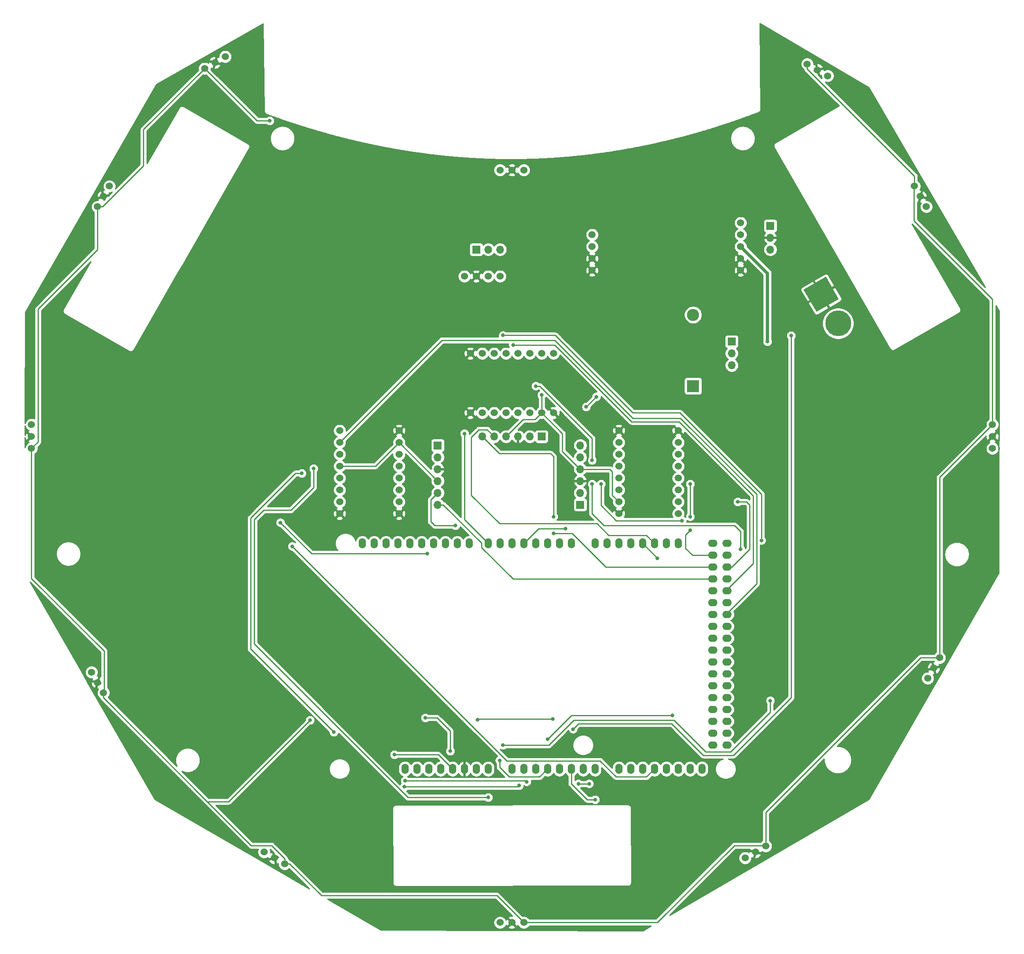
<source format=gbl>
G04 #@! TF.GenerationSoftware,KiCad,Pcbnew,5.1.5+dfsg1-2build2*
G04 #@! TF.CreationDate,2022-01-24T10:52:28+01:00*
G04 #@! TF.ProjectId,Robocup_PCB,526f626f-6375-4705-9f50-43422e6b6963,v1*
G04 #@! TF.SameCoordinates,Original*
G04 #@! TF.FileFunction,Copper,L2,Bot*
G04 #@! TF.FilePolarity,Positive*
%FSLAX46Y46*%
G04 Gerber Fmt 4.6, Leading zero omitted, Abs format (unit mm)*
G04 Created by KiCad (PCBNEW 5.1.5+dfsg1-2build2) date 2022-01-24 10:52:28*
%MOMM*%
%LPD*%
G04 APERTURE LIST*
%ADD10O,2.600000X2.600000*%
%ADD11R,2.600000X2.600000*%
%ADD12C,1.524000*%
%ADD13O,1.700000X1.700000*%
%ADD14R,1.700000X1.700000*%
%ADD15O,1.524000X2.197100*%
%ADD16O,1.998980X1.536700*%
%ADD17O,1.998980X1.539240*%
%ADD18O,1.524000X2.199640*%
%ADD19C,5.516000*%
%ADD20C,0.100000*%
%ADD21C,0.800000*%
%ADD22C,0.254000*%
%ADD23C,0.716000*%
G04 APERTURE END LIST*
D10*
X255905000Y-100965000D03*
D11*
X255905000Y-116205000D03*
D12*
X219710000Y-69995000D03*
X217170000Y-69995000D03*
X214630000Y-69995000D03*
X284702205Y-49825721D03*
X282502500Y-48555721D03*
X280302795Y-47285721D03*
X305774279Y-77837205D03*
X304504279Y-75637500D03*
X303234279Y-73437795D03*
X319895000Y-129540000D03*
X319895000Y-127000000D03*
X319895000Y-124460000D03*
X306070000Y-178729705D03*
X307340000Y-176530000D03*
X308610000Y-174330295D03*
X267040295Y-217170000D03*
X269240000Y-215900000D03*
X271439705Y-214630000D03*
X214630000Y-230995000D03*
X217170000Y-230995000D03*
X219710000Y-230995000D03*
X164170295Y-215900000D03*
X166370000Y-217170000D03*
X168569705Y-218440000D03*
X127295721Y-177432795D03*
X128565721Y-179632500D03*
X129835721Y-181832205D03*
X114445000Y-124460000D03*
X114445000Y-127000000D03*
X114445000Y-129540000D03*
X131105721Y-73437795D03*
X129835721Y-75637500D03*
X128565721Y-77837205D03*
X155869705Y-45720000D03*
X153670000Y-46990000D03*
X151470295Y-48260000D03*
D13*
X231775000Y-128905000D03*
X231775000Y-131445000D03*
X231775000Y-133985000D03*
X231775000Y-136525000D03*
X231775000Y-139065000D03*
D14*
X231775000Y-141605000D03*
D13*
X210820000Y-127000000D03*
X213360000Y-127000000D03*
X215900000Y-127000000D03*
X218440000Y-127000000D03*
X220980000Y-127000000D03*
D14*
X223520000Y-127000000D03*
D13*
X201295000Y-141605000D03*
X201295000Y-139065000D03*
X201295000Y-136525000D03*
X201295000Y-133985000D03*
X201295000Y-131445000D03*
D14*
X201295000Y-128905000D03*
D15*
X185166000Y-149860000D03*
X187706000Y-149860000D03*
X190246000Y-149860000D03*
X192786000Y-149860000D03*
X195326000Y-149860000D03*
X197866000Y-149860000D03*
X200406000Y-149860000D03*
X202946000Y-149860000D03*
X205486000Y-149860000D03*
X208026000Y-149860000D03*
X212090000Y-149860000D03*
X214630000Y-149860000D03*
X217170000Y-149860000D03*
X219710000Y-149860000D03*
X222250000Y-149860000D03*
X224790000Y-149860000D03*
X227330000Y-149860000D03*
X229870000Y-149860000D03*
X234950000Y-149860000D03*
X237490000Y-149860000D03*
X240030000Y-149860000D03*
X242570000Y-149860000D03*
X245110000Y-149860000D03*
X247650000Y-149860000D03*
X250190000Y-149860000D03*
X252730000Y-149860000D03*
D16*
X263136380Y-149860000D03*
X263136380Y-152400000D03*
X263136380Y-154940000D03*
X263136380Y-157480000D03*
X263136380Y-160020000D03*
X263136380Y-162560000D03*
X263136380Y-165100000D03*
X263136380Y-167640000D03*
X263136380Y-170180000D03*
X263136380Y-172720000D03*
X263136380Y-175260000D03*
X263136380Y-177800000D03*
X263136380Y-180340000D03*
X263136380Y-182880000D03*
X263136380Y-185420000D03*
X263136380Y-187960000D03*
X263136380Y-190500000D03*
X263136380Y-193040000D03*
D17*
X260101080Y-149860000D03*
X260101080Y-152400000D03*
X260101080Y-154940000D03*
X260101080Y-157480000D03*
X260101080Y-160020000D03*
X260101080Y-162560000D03*
X260101080Y-165100000D03*
X260101080Y-167640000D03*
X260101080Y-170180000D03*
X260101080Y-172720000D03*
X260101080Y-175260000D03*
X260101080Y-177800000D03*
X260101080Y-180340000D03*
X260101080Y-182880000D03*
X260101080Y-185420000D03*
X260101080Y-187960000D03*
X260101080Y-190500000D03*
X260101080Y-193040000D03*
D15*
X257810000Y-198120000D03*
X255270000Y-198120000D03*
X252730000Y-198120000D03*
X250190000Y-198120000D03*
X247650000Y-198120000D03*
D18*
X245110000Y-198120000D03*
X242570000Y-198120000D03*
X240030000Y-198120000D03*
X234950000Y-198120000D03*
X232410000Y-198120000D03*
X229870000Y-198120000D03*
X227330000Y-198120000D03*
X224790000Y-198120000D03*
X222250000Y-198120000D03*
X219710000Y-198120000D03*
X217170000Y-198120000D03*
X212090000Y-198120000D03*
X209550000Y-198120000D03*
X207010000Y-198120000D03*
X204470000Y-198120000D03*
X201930000Y-198120000D03*
X199390000Y-198120000D03*
X196850000Y-198120000D03*
X194310000Y-198120000D03*
D19*
X286915000Y-102812691D03*
G04 #@! TA.AperFunction,ComponentPad*
D20*
G36*
X279547502Y-95567811D02*
G01*
X284324498Y-92809811D01*
X287082498Y-97586807D01*
X282305502Y-100344807D01*
X279547502Y-95567811D01*
G37*
G04 #@! TD.AperFunction*
D13*
X214630000Y-86995000D03*
X212090000Y-86995000D03*
D14*
X209550000Y-86995000D03*
D12*
X240030000Y-143510000D03*
X240030000Y-140970000D03*
X240030000Y-138430000D03*
X240030000Y-135890000D03*
X240030000Y-133350000D03*
X240030000Y-130810000D03*
X240030000Y-128270000D03*
X240030000Y-125730000D03*
X252730000Y-125730000D03*
X252730000Y-128270000D03*
X252730000Y-130810000D03*
X252730000Y-133350000D03*
X252730000Y-135890000D03*
X252730000Y-138430000D03*
X252730000Y-140970000D03*
X252730000Y-143510000D03*
X226060000Y-121920000D03*
X223520000Y-121920000D03*
X220980000Y-121920000D03*
X218440000Y-121920000D03*
X215900000Y-121920000D03*
X213360000Y-121920000D03*
X210820000Y-121920000D03*
X208280000Y-121920000D03*
X208280000Y-109220000D03*
X210820000Y-109220000D03*
X213360000Y-109220000D03*
X215900000Y-109220000D03*
X218440000Y-109220000D03*
X220980000Y-109220000D03*
X223520000Y-109220000D03*
X226060000Y-109220000D03*
X207010000Y-92710000D03*
X209550000Y-92710000D03*
X212090000Y-92710000D03*
X214630000Y-92710000D03*
X234315000Y-83820000D03*
X234315000Y-86360000D03*
X234315000Y-88900000D03*
X234315000Y-91440000D03*
X266065000Y-81280000D03*
X266065000Y-83820000D03*
X266065000Y-86360000D03*
X266065000Y-88900000D03*
X266065000Y-91440000D03*
X193040000Y-125730000D03*
X193040000Y-128270000D03*
X193040000Y-130810000D03*
X193040000Y-133350000D03*
X193040000Y-135890000D03*
X193040000Y-138430000D03*
X193040000Y-140970000D03*
X193040000Y-143510000D03*
X180340000Y-143510000D03*
X180340000Y-140970000D03*
X180340000Y-138430000D03*
X180340000Y-135890000D03*
X180340000Y-133350000D03*
X180340000Y-130810000D03*
X180340000Y-128270000D03*
X180340000Y-125730000D03*
D13*
X272415000Y-86995000D03*
X272415000Y-84455000D03*
D14*
X272415000Y-81915000D03*
X264160000Y-106680000D03*
D13*
X264160000Y-109220000D03*
X264160000Y-111760000D03*
D21*
X198374000Y-136398000D03*
X212090000Y-204216000D03*
X174752000Y-133858000D03*
X225933000Y-187452000D03*
X209804000Y-187579000D03*
X194148755Y-201949963D03*
X218694000Y-201687000D03*
X276860000Y-105410000D03*
X230251000Y-189611000D03*
X215265000Y-193040000D03*
X194310000Y-200660000D03*
X220345000Y-200873830D03*
X272415000Y-183515000D03*
X214538801Y-196306199D03*
X224790000Y-191770000D03*
X251460000Y-186690000D03*
X231383000Y-201295000D03*
X233680000Y-201295000D03*
X234950000Y-204713000D03*
X199069069Y-152085931D03*
X167640000Y-145415000D03*
X170180000Y-150495000D03*
X203962000Y-194310000D03*
X198628000Y-187198000D03*
X173990000Y-187706000D03*
X165354000Y-59436000D03*
X192024000Y-195072000D03*
X179070000Y-190246000D03*
X172212000Y-134874000D03*
X223520000Y-118122000D03*
X248285000Y-153035000D03*
X253551210Y-145023000D03*
X236220000Y-137160000D03*
X255270000Y-147077000D03*
X255270000Y-144145000D03*
X255270000Y-137160000D03*
X235204541Y-118490459D03*
X233045000Y-120650000D03*
X226060000Y-147712000D03*
X226060000Y-144145000D03*
X205105000Y-146050000D03*
X270510000Y-149225000D03*
X215265000Y-105352198D03*
X217413000Y-107406199D03*
X266065000Y-151130000D03*
X234315000Y-132080000D03*
X234315000Y-137160000D03*
X222250000Y-116205000D03*
X265430000Y-140970000D03*
X228600000Y-146685000D03*
X207010000Y-126365000D03*
X271780000Y-106680000D03*
D22*
X198374000Y-138176000D02*
X198374000Y-136398000D01*
X193040000Y-143510000D02*
X198374000Y-138176000D01*
X194894830Y-204216000D02*
X212090000Y-204216000D01*
X162052000Y-144780000D02*
X162052000Y-171373170D01*
X162052000Y-171373170D02*
X194894830Y-204216000D01*
X162814000Y-144018000D02*
X162052000Y-144780000D01*
X164084000Y-142748000D02*
X162814000Y-144018000D01*
X165608000Y-142748000D02*
X164084000Y-142748000D01*
X169926000Y-142748000D02*
X165608000Y-142748000D01*
X174752000Y-137922000D02*
X169926000Y-142748000D01*
X174752000Y-133858000D02*
X174752000Y-137922000D01*
X276860000Y-105410000D02*
X276860000Y-182880000D01*
X258055640Y-195190640D02*
X251336011Y-188471011D01*
X251336011Y-188471011D02*
X231390989Y-188471011D01*
X225933000Y-187452000D02*
X209931000Y-187452000D01*
X209931000Y-187452000D02*
X209804000Y-187579000D01*
X194148755Y-201949963D02*
X218431037Y-201949963D01*
X218431037Y-201949963D02*
X218694000Y-201687000D01*
X231390989Y-188471011D02*
X230251000Y-189611000D01*
X276860000Y-182880000D02*
X264549360Y-195190640D01*
X264549360Y-195190640D02*
X258055640Y-195190640D01*
X263944227Y-194436630D02*
X258571630Y-194436630D01*
X272415000Y-183515000D02*
X272415000Y-185965857D01*
X272415000Y-185965857D02*
X263944227Y-194436630D01*
X251852001Y-187717001D02*
X251067999Y-187717001D01*
X258571630Y-194436630D02*
X251852001Y-187717001D01*
X225039962Y-193040000D02*
X215265000Y-193040000D01*
X251067999Y-187717001D02*
X230362961Y-187717001D01*
X230362961Y-187717001D02*
X225039962Y-193040000D01*
X194310000Y-200660000D02*
X220131170Y-200660000D01*
X220131170Y-200660000D02*
X220345000Y-200873830D01*
X214538801Y-196306199D02*
X214538801Y-197790977D01*
X223063170Y-199846830D02*
X224790000Y-198120000D01*
X214538801Y-197790977D02*
X216594654Y-199846830D01*
X216594654Y-199846830D02*
X223063170Y-199846830D01*
X224790000Y-191770000D02*
X224790000Y-191770000D01*
X229870000Y-186690000D02*
X224790000Y-191770000D01*
X251460000Y-186690000D02*
X229870000Y-186690000D01*
X233680000Y-201295000D02*
X231383000Y-201295000D01*
X233288000Y-204713000D02*
X229870000Y-201295000D01*
X229870000Y-201295000D02*
X229870000Y-198120000D01*
X234950000Y-204713000D02*
X233288000Y-204713000D01*
X199069069Y-152085931D02*
X199075931Y-152085931D01*
X167640000Y-145415000D02*
X174310931Y-152085931D01*
X174310931Y-152085931D02*
X199069069Y-152085931D01*
X245923170Y-199846830D02*
X247650000Y-198120000D01*
X239454654Y-199846830D02*
X245923170Y-199846830D01*
X236000994Y-196393170D02*
X239454654Y-199846830D01*
X216078170Y-196393170D02*
X236000994Y-196393170D01*
X170180000Y-150495000D02*
X216078170Y-196393170D01*
X203962000Y-189992000D02*
X203962000Y-194310000D01*
X201168000Y-187198000D02*
X203962000Y-189992000D01*
X198628000Y-187198000D02*
X201168000Y-187198000D01*
X129835721Y-182909835D02*
X152024943Y-205099057D01*
X152024943Y-205099057D02*
X161436885Y-214510999D01*
X156596943Y-205099057D02*
X173990000Y-187706000D01*
X152024943Y-205099057D02*
X156596943Y-205099057D01*
X303234279Y-73437795D02*
X303234279Y-71260582D01*
X303234279Y-71260582D02*
X280302795Y-48329098D01*
X280302795Y-48329098D02*
X280302795Y-47285721D01*
X319895000Y-124460000D02*
X319895000Y-97640356D01*
X303115278Y-80860634D02*
X303115278Y-73556796D01*
X319895000Y-97640356D02*
X303115278Y-80860634D01*
X303115278Y-73556796D02*
X303234279Y-73437795D01*
X308610000Y-174330295D02*
X308610000Y-135745000D01*
X308610000Y-135745000D02*
X319895000Y-124460000D01*
X271439705Y-214630000D02*
X271439705Y-207426153D01*
X271439705Y-207426153D02*
X304535563Y-174330295D01*
X304535563Y-174330295D02*
X308610000Y-174330295D01*
X219710000Y-230995000D02*
X248256978Y-230995000D01*
X264740979Y-214510999D02*
X271320704Y-214510999D01*
X248256978Y-230995000D02*
X264740979Y-214510999D01*
X271320704Y-214510999D02*
X271439705Y-214630000D01*
X168569705Y-218440000D02*
X169647335Y-218440000D01*
X169647335Y-218440000D02*
X176432150Y-225224815D01*
X176432150Y-225224815D02*
X213939815Y-225224815D01*
X213939815Y-225224815D02*
X219710000Y-230995000D01*
X129835721Y-181832205D02*
X129835721Y-182909835D01*
X165766721Y-214510999D02*
X168569705Y-217313983D01*
X168569705Y-217313983D02*
X168569705Y-218440000D01*
X161436885Y-214510999D02*
X165766721Y-214510999D01*
X114445000Y-157371000D02*
X129954722Y-172880722D01*
X129954722Y-172880722D02*
X129954722Y-181713204D01*
X129954722Y-181713204D02*
X129835721Y-181832205D01*
X114445000Y-129540000D02*
X114445000Y-157371000D01*
X128565721Y-77837205D02*
X128565721Y-87028199D01*
X128565721Y-87028199D02*
X115834001Y-99759919D01*
X115834001Y-99759919D02*
X115834001Y-128150999D01*
X115834001Y-128150999D02*
X114445000Y-129540000D01*
X151470295Y-48260000D02*
X138401391Y-61328904D01*
X138401391Y-61328904D02*
X138401391Y-69079165D01*
X138401391Y-69079165D02*
X129643351Y-77837205D01*
X129643351Y-77837205D02*
X128565721Y-77837205D01*
X165354000Y-59436000D02*
X162646295Y-59436000D01*
X162646295Y-59436000D02*
X151470295Y-48260000D01*
X192024000Y-195072000D02*
X201422000Y-195072000D01*
X201422000Y-195072000D02*
X204470000Y-198120000D01*
X170891669Y-134874000D02*
X161297990Y-144467679D01*
X172212000Y-134874000D02*
X170891669Y-134874000D01*
X161297990Y-144467679D02*
X161297990Y-172473990D01*
X161297990Y-172473990D02*
X179070000Y-190246000D01*
X238125000Y-133985000D02*
X238640999Y-134500999D01*
X231775000Y-133985000D02*
X238125000Y-133985000D01*
X238640999Y-134500999D02*
X238640999Y-139580999D01*
X238640999Y-139580999D02*
X240030000Y-140970000D01*
X193040000Y-128270000D02*
X201295000Y-136525000D01*
X180340000Y-133350000D02*
X187960000Y-133350000D01*
X187960000Y-133350000D02*
X193040000Y-128270000D01*
X223520000Y-121920000D02*
X222130999Y-123309001D01*
X222130999Y-123309001D02*
X219590999Y-123309001D01*
X219590999Y-123309001D02*
X215900000Y-127000000D01*
X227965000Y-126365000D02*
X227965000Y-130175000D01*
X227965000Y-130175000D02*
X231775000Y-133985000D01*
X223520000Y-121920000D02*
X227965000Y-126365000D01*
X223520000Y-118122000D02*
X223520000Y-121920000D01*
X248285000Y-153035000D02*
X245110000Y-149860000D01*
X236220000Y-141755722D02*
X239470579Y-145006301D01*
X253534511Y-145006301D02*
X253551210Y-145023000D01*
X236220000Y-137160000D02*
X236220000Y-141755722D01*
X239470579Y-145006301D02*
X253534511Y-145006301D01*
X255270000Y-147077000D02*
X254314069Y-148032931D01*
X254314069Y-150928448D02*
X255785621Y-152400000D01*
X254314069Y-148032931D02*
X254314069Y-150928448D01*
X255785621Y-152400000D02*
X260350000Y-152400000D01*
X255270000Y-137160000D02*
X255270000Y-144145000D01*
X233045000Y-120650000D02*
X235204541Y-118490459D01*
X213360000Y-127000000D02*
X211882999Y-125522999D01*
X211882999Y-125522999D02*
X210111039Y-125522999D01*
X210111039Y-125522999D02*
X208493013Y-127141025D01*
X214524103Y-145657999D02*
X235396669Y-145657999D01*
X208493013Y-127141025D02*
X208493013Y-139626909D01*
X208493013Y-139626909D02*
X214524103Y-145657999D01*
X235396669Y-145657999D02*
X237873110Y-148134440D01*
X237873110Y-148134440D02*
X245924440Y-148134440D01*
X245924440Y-148134440D02*
X247650000Y-149860000D01*
X226060000Y-147712000D02*
X230022906Y-147712000D01*
X237250906Y-154940000D02*
X260350000Y-154940000D01*
X230022906Y-147712000D02*
X237250906Y-154940000D01*
X214492439Y-130672439D02*
X225447483Y-130672439D01*
X210820000Y-127000000D02*
X214492439Y-130672439D01*
X225447483Y-130672439D02*
X226060000Y-131284956D01*
X226060000Y-131284956D02*
X226060000Y-144145000D01*
X201295000Y-141605000D02*
X202497081Y-141605000D01*
X210700990Y-149808909D02*
X210700990Y-150771896D01*
X202497081Y-141605000D02*
X210700990Y-149808909D01*
X210700990Y-150771896D02*
X217409094Y-157480000D01*
X217409094Y-157480000D02*
X260350000Y-157480000D01*
X200660000Y-146050000D02*
X205105000Y-146050000D01*
X199817999Y-145207999D02*
X200660000Y-146050000D01*
X201295000Y-139065000D02*
X199817999Y-140542001D01*
X199817999Y-140542001D02*
X199817999Y-145207999D01*
X243033042Y-123070990D02*
X253193043Y-123070990D01*
X253193043Y-123070990D02*
X269478020Y-139355967D01*
X269478020Y-139355967D02*
X269478020Y-158511980D01*
X269478020Y-158511980D02*
X262890000Y-165100000D01*
X226341250Y-106379198D02*
X243033042Y-123070990D01*
X180340000Y-128270000D02*
X202230802Y-106379198D01*
X202230802Y-106379198D02*
X226341250Y-106379198D01*
X270510000Y-139321617D02*
X270510000Y-149225000D01*
X242997211Y-121920000D02*
X253108383Y-121920000D01*
X253108383Y-121920000D02*
X270510000Y-139321617D01*
X226429409Y-105352198D02*
X242997211Y-121920000D01*
X215265000Y-105352198D02*
X226429409Y-105352198D01*
X242720722Y-123825000D02*
X252880722Y-123825000D01*
X252880722Y-123825000D02*
X268724010Y-139668288D01*
X268724010Y-154185990D02*
X262890000Y-160020000D01*
X268724010Y-139668288D02*
X268724010Y-154185990D01*
X217413000Y-107406199D02*
X226301921Y-107406199D01*
X226301921Y-107406199D02*
X242720722Y-123825000D01*
X266065000Y-147320000D02*
X266065000Y-151130000D01*
X264795000Y-146050000D02*
X266065000Y-147320000D01*
X263525000Y-146050000D02*
X264795000Y-146050000D01*
X236855000Y-146050000D02*
X263525000Y-146050000D01*
X234315000Y-143510000D02*
X236855000Y-146050000D01*
X223122962Y-116205000D02*
X234315000Y-127397038D01*
X234315000Y-137160000D02*
X234315000Y-143510000D01*
X234315000Y-127397038D02*
X234315000Y-132080000D01*
X222250000Y-116205000D02*
X223122962Y-116205000D01*
X265430000Y-140970000D02*
X267335000Y-140970000D01*
X267970000Y-141605000D02*
X267970000Y-151130000D01*
X267335000Y-140970000D02*
X267970000Y-141605000D01*
X267970000Y-151130000D02*
X264160000Y-154940000D01*
X264160000Y-154940000D02*
X262890000Y-154940000D01*
X228600000Y-146685000D02*
X222885000Y-146685000D01*
X222885000Y-146685000D02*
X219710000Y-149860000D01*
X207010000Y-126365000D02*
X207010000Y-144780000D01*
X207010000Y-144780000D02*
X212090000Y-149860000D01*
D23*
X271780000Y-106680000D02*
X271780000Y-92075000D01*
X271780000Y-92075000D02*
X266065000Y-86360000D01*
D22*
G36*
X217236976Y-229599606D02*
G01*
X217097983Y-229593090D01*
X216825867Y-229634078D01*
X216566977Y-229727364D01*
X216451020Y-229789344D01*
X216384040Y-230029435D01*
X217170000Y-230815395D01*
X217184143Y-230801253D01*
X217363748Y-230980858D01*
X217349605Y-230995000D01*
X218135565Y-231780960D01*
X218375656Y-231713980D01*
X218439485Y-231578240D01*
X218471995Y-231656727D01*
X218624880Y-231885535D01*
X218819465Y-232080120D01*
X219048273Y-232233005D01*
X219302510Y-232338314D01*
X219572408Y-232392000D01*
X219847592Y-232392000D01*
X220117490Y-232338314D01*
X220371727Y-232233005D01*
X220600535Y-232080120D01*
X220795120Y-231885535D01*
X220881005Y-231757000D01*
X246934977Y-231757000D01*
X245236655Y-232747794D01*
X189130503Y-232560129D01*
X186186584Y-230857408D01*
X213233000Y-230857408D01*
X213233000Y-231132592D01*
X213286686Y-231402490D01*
X213391995Y-231656727D01*
X213544880Y-231885535D01*
X213739465Y-232080120D01*
X213968273Y-232233005D01*
X214222510Y-232338314D01*
X214492408Y-232392000D01*
X214767592Y-232392000D01*
X215037490Y-232338314D01*
X215291727Y-232233005D01*
X215520535Y-232080120D01*
X215640090Y-231960565D01*
X216384040Y-231960565D01*
X216451020Y-232200656D01*
X216700048Y-232317756D01*
X216967135Y-232384023D01*
X217242017Y-232396910D01*
X217514133Y-232355922D01*
X217773023Y-232262636D01*
X217888980Y-232200656D01*
X217955960Y-231960565D01*
X217170000Y-231174605D01*
X216384040Y-231960565D01*
X215640090Y-231960565D01*
X215715120Y-231885535D01*
X215868005Y-231656727D01*
X215897692Y-231585057D01*
X215902364Y-231598023D01*
X215964344Y-231713980D01*
X216204435Y-231780960D01*
X216990395Y-230995000D01*
X216204435Y-230209040D01*
X215964344Y-230276020D01*
X215900515Y-230411760D01*
X215868005Y-230333273D01*
X215715120Y-230104465D01*
X215520535Y-229909880D01*
X215291727Y-229756995D01*
X215037490Y-229651686D01*
X214767592Y-229598000D01*
X214492408Y-229598000D01*
X214222510Y-229651686D01*
X213968273Y-229756995D01*
X213739465Y-229909880D01*
X213544880Y-230104465D01*
X213391995Y-230333273D01*
X213286686Y-230587510D01*
X213233000Y-230857408D01*
X186186584Y-230857408D01*
X177765570Y-225986815D01*
X213624185Y-225986815D01*
X217236976Y-229599606D01*
G37*
X217236976Y-229599606D02*
X217097983Y-229593090D01*
X216825867Y-229634078D01*
X216566977Y-229727364D01*
X216451020Y-229789344D01*
X216384040Y-230029435D01*
X217170000Y-230815395D01*
X217184143Y-230801253D01*
X217363748Y-230980858D01*
X217349605Y-230995000D01*
X218135565Y-231780960D01*
X218375656Y-231713980D01*
X218439485Y-231578240D01*
X218471995Y-231656727D01*
X218624880Y-231885535D01*
X218819465Y-232080120D01*
X219048273Y-232233005D01*
X219302510Y-232338314D01*
X219572408Y-232392000D01*
X219847592Y-232392000D01*
X220117490Y-232338314D01*
X220371727Y-232233005D01*
X220600535Y-232080120D01*
X220795120Y-231885535D01*
X220881005Y-231757000D01*
X246934977Y-231757000D01*
X245236655Y-232747794D01*
X189130503Y-232560129D01*
X186186584Y-230857408D01*
X213233000Y-230857408D01*
X213233000Y-231132592D01*
X213286686Y-231402490D01*
X213391995Y-231656727D01*
X213544880Y-231885535D01*
X213739465Y-232080120D01*
X213968273Y-232233005D01*
X214222510Y-232338314D01*
X214492408Y-232392000D01*
X214767592Y-232392000D01*
X215037490Y-232338314D01*
X215291727Y-232233005D01*
X215520535Y-232080120D01*
X215640090Y-231960565D01*
X216384040Y-231960565D01*
X216451020Y-232200656D01*
X216700048Y-232317756D01*
X216967135Y-232384023D01*
X217242017Y-232396910D01*
X217514133Y-232355922D01*
X217773023Y-232262636D01*
X217888980Y-232200656D01*
X217955960Y-231960565D01*
X217170000Y-231174605D01*
X216384040Y-231960565D01*
X215640090Y-231960565D01*
X215715120Y-231885535D01*
X215868005Y-231656727D01*
X215897692Y-231585057D01*
X215902364Y-231598023D01*
X215964344Y-231713980D01*
X216204435Y-231780960D01*
X216990395Y-230995000D01*
X216204435Y-230209040D01*
X215964344Y-230276020D01*
X215900515Y-230411760D01*
X215868005Y-230333273D01*
X215715120Y-230104465D01*
X215520535Y-229909880D01*
X215291727Y-229756995D01*
X215037490Y-229651686D01*
X214767592Y-229598000D01*
X214492408Y-229598000D01*
X214222510Y-229651686D01*
X213968273Y-229756995D01*
X213739465Y-229909880D01*
X213544880Y-230104465D01*
X213391995Y-230333273D01*
X213286686Y-230587510D01*
X213233000Y-230857408D01*
X186186584Y-230857408D01*
X177765570Y-225986815D01*
X213624185Y-225986815D01*
X217236976Y-229599606D01*
G36*
X293487723Y-52307020D02*
G01*
X318370520Y-95038245D01*
X303877278Y-80545004D01*
X303877278Y-76866684D01*
X304306400Y-76866684D01*
X304484452Y-77041119D01*
X304634497Y-77028477D01*
X304536274Y-77175478D01*
X304430965Y-77429715D01*
X304377279Y-77699613D01*
X304377279Y-77974797D01*
X304430965Y-78244695D01*
X304536274Y-78498932D01*
X304689159Y-78727740D01*
X304883744Y-78922325D01*
X305112552Y-79075210D01*
X305366789Y-79180519D01*
X305636687Y-79234205D01*
X305911871Y-79234205D01*
X306181769Y-79180519D01*
X306436006Y-79075210D01*
X306664814Y-78922325D01*
X306859399Y-78727740D01*
X307012284Y-78498932D01*
X307117593Y-78244695D01*
X307171279Y-77974797D01*
X307171279Y-77699613D01*
X307117593Y-77429715D01*
X307012284Y-77175478D01*
X306859399Y-76946670D01*
X306664814Y-76752085D01*
X306436006Y-76599200D01*
X306181769Y-76493891D01*
X305911871Y-76440205D01*
X305654915Y-76440205D01*
X305660331Y-76433793D01*
X305729762Y-76322139D01*
X305667723Y-76080724D01*
X304929233Y-75882846D01*
X304698028Y-75651641D01*
X304518420Y-75831249D01*
X304570019Y-75882848D01*
X304306400Y-76866684D01*
X303877278Y-76866684D01*
X303877278Y-76848171D01*
X304061055Y-76800944D01*
X304258933Y-76062454D01*
X304490138Y-75831249D01*
X304310530Y-75651641D01*
X304258931Y-75703240D01*
X303877278Y-75600976D01*
X303877278Y-75338015D01*
X304079324Y-75392153D01*
X304310530Y-75623359D01*
X304386192Y-75547697D01*
X304659822Y-75547697D01*
X305733463Y-75835379D01*
X305907898Y-75657327D01*
X305884795Y-75383113D01*
X305808641Y-75118675D01*
X305682360Y-74874176D01*
X305510806Y-74659011D01*
X305300572Y-74481448D01*
X305188918Y-74412017D01*
X304947503Y-74474056D01*
X304659822Y-75547697D01*
X304386192Y-75547697D01*
X304490138Y-75443751D01*
X304438539Y-75392152D01*
X304702158Y-74408316D01*
X304524106Y-74233881D01*
X304374061Y-74246523D01*
X304472284Y-74099522D01*
X304577593Y-73845285D01*
X304631279Y-73575387D01*
X304631279Y-73300203D01*
X304577593Y-73030305D01*
X304472284Y-72776068D01*
X304319399Y-72547260D01*
X304124814Y-72352675D01*
X303996279Y-72266790D01*
X303996279Y-71298005D01*
X303999965Y-71260582D01*
X303994063Y-71200656D01*
X303985253Y-71111204D01*
X303941681Y-70967567D01*
X303897834Y-70885535D01*
X303870924Y-70835189D01*
X303826419Y-70780960D01*
X303775701Y-70719160D01*
X303746625Y-70695298D01*
X284167786Y-51116459D01*
X284294715Y-51169035D01*
X284564613Y-51222721D01*
X284839797Y-51222721D01*
X285109695Y-51169035D01*
X285363932Y-51063726D01*
X285592740Y-50910841D01*
X285787325Y-50716256D01*
X285940210Y-50487448D01*
X286045519Y-50233211D01*
X286099205Y-49963313D01*
X286099205Y-49688129D01*
X286045519Y-49418231D01*
X285940210Y-49163994D01*
X285787325Y-48935186D01*
X285592740Y-48740601D01*
X285363932Y-48587716D01*
X285109695Y-48482407D01*
X284839797Y-48428721D01*
X284564613Y-48428721D01*
X284294715Y-48482407D01*
X284040478Y-48587716D01*
X283899150Y-48682148D01*
X283901817Y-48667305D01*
X283906119Y-48535894D01*
X283731684Y-48357842D01*
X282747848Y-48621461D01*
X282696249Y-48569862D01*
X282516641Y-48749470D01*
X282747846Y-48980675D01*
X282945724Y-49719165D01*
X283187139Y-49781204D01*
X283305205Y-49699098D01*
X283305205Y-49963313D01*
X283358891Y-50233211D01*
X283411467Y-50360140D01*
X282650653Y-49599326D01*
X282436760Y-48801069D01*
X282488359Y-48749470D01*
X282308751Y-48569862D01*
X282077546Y-48801067D01*
X281899974Y-48848647D01*
X281692584Y-48641257D01*
X282257152Y-48489981D01*
X282308751Y-48541580D01*
X282488359Y-48361972D01*
X282257154Y-48130767D01*
X282059276Y-47392277D01*
X281817861Y-47330238D01*
X281699795Y-47412344D01*
X281699795Y-47326537D01*
X282304621Y-47326537D01*
X282592303Y-48400178D01*
X283665944Y-48112497D01*
X283727983Y-47871082D01*
X283570869Y-47645157D01*
X283372698Y-47454225D01*
X283141086Y-47305623D01*
X282884934Y-47205061D01*
X282614084Y-47156404D01*
X282482673Y-47152102D01*
X282304621Y-47326537D01*
X281699795Y-47326537D01*
X281699795Y-47148129D01*
X281646109Y-46878231D01*
X281540800Y-46623994D01*
X281387915Y-46395186D01*
X281193330Y-46200601D01*
X280964522Y-46047716D01*
X280710285Y-45942407D01*
X280440387Y-45888721D01*
X280165203Y-45888721D01*
X279895305Y-45942407D01*
X279641068Y-46047716D01*
X279412260Y-46200601D01*
X279217675Y-46395186D01*
X279064790Y-46623994D01*
X278959481Y-46878231D01*
X278905795Y-47148129D01*
X278905795Y-47423313D01*
X278959481Y-47693211D01*
X279064790Y-47947448D01*
X279217675Y-48176256D01*
X279412260Y-48370841D01*
X279550305Y-48463080D01*
X279551821Y-48478475D01*
X279595393Y-48622112D01*
X279607907Y-48645524D01*
X279666150Y-48754490D01*
X279705778Y-48802776D01*
X279761373Y-48870520D01*
X279790449Y-48894382D01*
X287136783Y-56240716D01*
X273546223Y-64101930D01*
X273514141Y-64116382D01*
X273483711Y-64138088D01*
X273482766Y-64138635D01*
X273454527Y-64158906D01*
X273396273Y-64200460D01*
X273395515Y-64201266D01*
X273394622Y-64201907D01*
X273346004Y-64253899D01*
X273297073Y-64305917D01*
X273296489Y-64306852D01*
X273295735Y-64307658D01*
X273258171Y-64368175D01*
X273220352Y-64428701D01*
X273219960Y-64429735D01*
X273219380Y-64430670D01*
X273194348Y-64497342D01*
X273169060Y-64564093D01*
X273168878Y-64565180D01*
X273168490Y-64566214D01*
X273156930Y-64636586D01*
X273145167Y-64706890D01*
X273145201Y-64707993D01*
X273145022Y-64709081D01*
X273147404Y-64780077D01*
X273149591Y-64851604D01*
X273149839Y-64852678D01*
X273149876Y-64853781D01*
X273166144Y-64923294D01*
X273182163Y-64992675D01*
X273182615Y-64993679D01*
X273182867Y-64994755D01*
X273212321Y-65059621D01*
X273226729Y-65091603D01*
X273227275Y-65092553D01*
X273242727Y-65126583D01*
X273263243Y-65155163D01*
X297990886Y-108199326D01*
X298006335Y-108233348D01*
X298047656Y-108290913D01*
X298089315Y-108349314D01*
X298090124Y-108350075D01*
X298090763Y-108350965D01*
X298142586Y-108399425D01*
X298194772Y-108448514D01*
X298195710Y-108449100D01*
X298196514Y-108449852D01*
X298256956Y-108487369D01*
X298317557Y-108525235D01*
X298318591Y-108525627D01*
X298319526Y-108526207D01*
X298386198Y-108551239D01*
X298452949Y-108576527D01*
X298454036Y-108576709D01*
X298455070Y-108577097D01*
X298525276Y-108588629D01*
X298595746Y-108600421D01*
X298596854Y-108600387D01*
X298597937Y-108600565D01*
X298669029Y-108598180D01*
X298740461Y-108595996D01*
X298741535Y-108595748D01*
X298742637Y-108595711D01*
X298812114Y-108579452D01*
X298881531Y-108563424D01*
X298882535Y-108562972D01*
X298883611Y-108562720D01*
X298948534Y-108533240D01*
X299013537Y-108503957D01*
X299043967Y-108482251D01*
X312757667Y-100549810D01*
X312789741Y-100535361D01*
X312820163Y-100513660D01*
X312821116Y-100513109D01*
X312849664Y-100492617D01*
X312907609Y-100451283D01*
X312908365Y-100450480D01*
X312909260Y-100449837D01*
X312958035Y-100397676D01*
X313006809Y-100345826D01*
X313007391Y-100344894D01*
X313008147Y-100344086D01*
X313045804Y-100283418D01*
X313083530Y-100223042D01*
X313083921Y-100222010D01*
X313084502Y-100221074D01*
X313109576Y-100154290D01*
X313134822Y-100087650D01*
X313135004Y-100086564D01*
X313135392Y-100085530D01*
X313146961Y-100015103D01*
X313158715Y-99944853D01*
X313158681Y-99943751D01*
X313158860Y-99942663D01*
X313156470Y-99871410D01*
X313154291Y-99800138D01*
X313154043Y-99799064D01*
X313154006Y-99797962D01*
X313137756Y-99728522D01*
X313121719Y-99659067D01*
X313121266Y-99658062D01*
X313121015Y-99656988D01*
X313091577Y-99592157D01*
X313077153Y-99560139D01*
X313076605Y-99559185D01*
X313061155Y-99525160D01*
X313040641Y-99496582D01*
X302736007Y-81558993D01*
X319133001Y-97955988D01*
X319133000Y-123288995D01*
X319004465Y-123374880D01*
X318809880Y-123569465D01*
X318656995Y-123798273D01*
X318551686Y-124052510D01*
X318498000Y-124322408D01*
X318498000Y-124597592D01*
X318528159Y-124749210D01*
X308097649Y-135179721D01*
X308068579Y-135203578D01*
X308044722Y-135232648D01*
X308044721Y-135232649D01*
X307973355Y-135319608D01*
X307902599Y-135451985D01*
X307859027Y-135595622D01*
X307844314Y-135745000D01*
X307848001Y-135782433D01*
X307848000Y-173159290D01*
X307719465Y-173245175D01*
X307524880Y-173439760D01*
X307438995Y-173568295D01*
X304572985Y-173568295D01*
X304535562Y-173564609D01*
X304498139Y-173568295D01*
X304498137Y-173568295D01*
X304386185Y-173579321D01*
X304242548Y-173622893D01*
X304110171Y-173693650D01*
X303994141Y-173788873D01*
X303970284Y-173817943D01*
X270927354Y-206860874D01*
X270898284Y-206884731D01*
X270874427Y-206913801D01*
X270874426Y-206913802D01*
X270803060Y-207000761D01*
X270732304Y-207133138D01*
X270688732Y-207276775D01*
X270674019Y-207426153D01*
X270677706Y-207463586D01*
X270677705Y-213458995D01*
X270549170Y-213544880D01*
X270354585Y-213739465D01*
X270348215Y-213748999D01*
X264778402Y-213748999D01*
X264740979Y-213745313D01*
X264703556Y-213748999D01*
X264703553Y-213748999D01*
X264591601Y-213760025D01*
X264447964Y-213803597D01*
X264386343Y-213836534D01*
X264315586Y-213874354D01*
X264232883Y-213942227D01*
X264199557Y-213969577D01*
X264175700Y-213998647D01*
X247941348Y-230233000D01*
X220881005Y-230233000D01*
X220795120Y-230104465D01*
X220600535Y-229909880D01*
X220371727Y-229756995D01*
X220117490Y-229651686D01*
X219847592Y-229598000D01*
X219572408Y-229598000D01*
X219420790Y-229628159D01*
X214505099Y-224712469D01*
X214481237Y-224683393D01*
X214365207Y-224588170D01*
X214232830Y-224517413D01*
X214089193Y-224473841D01*
X213977241Y-224462815D01*
X213977238Y-224462815D01*
X213939815Y-224459129D01*
X213902392Y-224462815D01*
X176747781Y-224462815D01*
X170212619Y-217927654D01*
X170188757Y-217898578D01*
X170072727Y-217803355D01*
X169940350Y-217732598D01*
X169796713Y-217689026D01*
X169744651Y-217683898D01*
X169654825Y-217549465D01*
X169460240Y-217354880D01*
X169330907Y-217268463D01*
X169330055Y-217259803D01*
X169320679Y-217164605D01*
X169277107Y-217020968D01*
X169206351Y-216888592D01*
X169206350Y-216888590D01*
X169134984Y-216801631D01*
X169111127Y-216772561D01*
X169082058Y-216748705D01*
X166332005Y-213998653D01*
X166308143Y-213969577D01*
X166192113Y-213874354D01*
X166059736Y-213803597D01*
X165916099Y-213760025D01*
X165804147Y-213748999D01*
X165804144Y-213748999D01*
X165766721Y-213745313D01*
X165729298Y-213748999D01*
X161752516Y-213748999D01*
X154573945Y-206570428D01*
X191640466Y-206570428D01*
X191644072Y-206606526D01*
X191666106Y-222490198D01*
X191662600Y-222526310D01*
X191666206Y-222562403D01*
X191676791Y-222668358D01*
X191676992Y-222670375D01*
X191700933Y-222748901D01*
X191719211Y-222808857D01*
X191719213Y-222808861D01*
X191719214Y-222808864D01*
X191749578Y-222865481D01*
X191787638Y-222936450D01*
X191787642Y-222936456D01*
X191821445Y-222977528D01*
X191879642Y-223048240D01*
X191879645Y-223048242D01*
X191879647Y-223048245D01*
X191935610Y-223094042D01*
X191991688Y-223139934D01*
X191991694Y-223139938D01*
X192058690Y-223175628D01*
X192119469Y-223208007D01*
X192119472Y-223208008D01*
X192119476Y-223208010D01*
X192258082Y-223249844D01*
X192366077Y-223260328D01*
X192366078Y-223260328D01*
X192402179Y-223263833D01*
X192438279Y-223260227D01*
X241951379Y-223191069D01*
X241987481Y-223194574D01*
X242023582Y-223190968D01*
X242023588Y-223190968D01*
X242094026Y-223183932D01*
X242131546Y-223180184D01*
X242131547Y-223180184D01*
X242131553Y-223180183D01*
X242251915Y-223143488D01*
X242270036Y-223137963D01*
X242270037Y-223137963D01*
X242270042Y-223137961D01*
X242395504Y-223070675D01*
X242397628Y-223069536D01*
X242397629Y-223069535D01*
X242397633Y-223069533D01*
X242509423Y-222977528D01*
X242569463Y-222904160D01*
X242601112Y-222865487D01*
X242601116Y-222865481D01*
X242632289Y-222806964D01*
X242669185Y-222737705D01*
X242711021Y-222599099D01*
X242721506Y-222491105D01*
X242721506Y-222491095D01*
X242725011Y-222454989D01*
X242721406Y-222418901D01*
X242699372Y-206535211D01*
X242702877Y-206499107D01*
X242699272Y-206463021D01*
X242699272Y-206463014D01*
X242688487Y-206355049D01*
X242646267Y-206216559D01*
X242577840Y-206088967D01*
X242485836Y-205977177D01*
X242373790Y-205885483D01*
X242373784Y-205885479D01*
X242271222Y-205830842D01*
X242246009Y-205817410D01*
X242246006Y-205817409D01*
X242246002Y-205817407D01*
X242192581Y-205801284D01*
X242107403Y-205775574D01*
X242107396Y-205775573D01*
X242107395Y-205775573D01*
X242087158Y-205773608D01*
X241963299Y-205761583D01*
X241927192Y-205765190D01*
X192414109Y-205834348D01*
X192377997Y-205830842D01*
X192233932Y-205845233D01*
X192233931Y-205845233D01*
X192233925Y-205845234D01*
X192169935Y-205864743D01*
X192095442Y-205887453D01*
X191967850Y-205955880D01*
X191967844Y-205955884D01*
X191910322Y-206003226D01*
X191856060Y-206047884D01*
X191856058Y-206047887D01*
X191856055Y-206047889D01*
X191822444Y-206088961D01*
X191764366Y-206159930D01*
X191764362Y-206159936D01*
X191734201Y-206216553D01*
X191696293Y-206287711D01*
X191696292Y-206287714D01*
X191696290Y-206287718D01*
X191677733Y-206349201D01*
X191654457Y-206426317D01*
X191654456Y-206426322D01*
X191654456Y-206426324D01*
X191640466Y-206570428D01*
X154573945Y-206570428D01*
X153864573Y-205861057D01*
X156559520Y-205861057D01*
X156596943Y-205864743D01*
X156634366Y-205861057D01*
X156634369Y-205861057D01*
X156746321Y-205850031D01*
X156889958Y-205806459D01*
X157022335Y-205735702D01*
X157138365Y-205640479D01*
X157162227Y-205611403D01*
X164873653Y-197899977D01*
X178106070Y-197899977D01*
X178106070Y-198340023D01*
X178191919Y-198771613D01*
X178360317Y-199178163D01*
X178604793Y-199544047D01*
X178915953Y-199855207D01*
X179281837Y-200099683D01*
X179688387Y-200268081D01*
X180119977Y-200353930D01*
X180560023Y-200353930D01*
X180991613Y-200268081D01*
X181398163Y-200099683D01*
X181764047Y-199855207D01*
X182075207Y-199544047D01*
X182319683Y-199178163D01*
X182488081Y-198771613D01*
X182573930Y-198340023D01*
X182573930Y-197899977D01*
X182488081Y-197468387D01*
X182319683Y-197061837D01*
X182075207Y-196695953D01*
X181764047Y-196384793D01*
X181398163Y-196140317D01*
X180991613Y-195971919D01*
X180560023Y-195886070D01*
X180119977Y-195886070D01*
X179688387Y-195971919D01*
X179281837Y-196140317D01*
X178915953Y-196384793D01*
X178604793Y-196695953D01*
X178360317Y-197061837D01*
X178191919Y-197468387D01*
X178106070Y-197899977D01*
X164873653Y-197899977D01*
X174032631Y-188741000D01*
X174091939Y-188741000D01*
X174291898Y-188701226D01*
X174480256Y-188623205D01*
X174649774Y-188509937D01*
X174793937Y-188365774D01*
X174907205Y-188196256D01*
X174985226Y-188007898D01*
X175025000Y-187807939D01*
X175025000Y-187604061D01*
X174985226Y-187404102D01*
X174907205Y-187215744D01*
X174796637Y-187050267D01*
X178035000Y-190288630D01*
X178035000Y-190347939D01*
X178074774Y-190547898D01*
X178152795Y-190736256D01*
X178266063Y-190905774D01*
X178410226Y-191049937D01*
X178579744Y-191163205D01*
X178768102Y-191241226D01*
X178968061Y-191281000D01*
X179171939Y-191281000D01*
X179371898Y-191241226D01*
X179560256Y-191163205D01*
X179729774Y-191049937D01*
X179873937Y-190905774D01*
X179987205Y-190736256D01*
X180065226Y-190547898D01*
X180079141Y-190477941D01*
X194329546Y-204728346D01*
X194353408Y-204757422D01*
X194412651Y-204806041D01*
X194469437Y-204852645D01*
X194512709Y-204875774D01*
X194601815Y-204923402D01*
X194745452Y-204966974D01*
X194857404Y-204978000D01*
X194857407Y-204978000D01*
X194894830Y-204981686D01*
X194932253Y-204978000D01*
X211388289Y-204978000D01*
X211430226Y-205019937D01*
X211599744Y-205133205D01*
X211788102Y-205211226D01*
X211988061Y-205251000D01*
X212191939Y-205251000D01*
X212391898Y-205211226D01*
X212580256Y-205133205D01*
X212749774Y-205019937D01*
X212893937Y-204875774D01*
X213007205Y-204706256D01*
X213085226Y-204517898D01*
X213125000Y-204317939D01*
X213125000Y-204114061D01*
X213085226Y-203914102D01*
X213007205Y-203725744D01*
X212893937Y-203556226D01*
X212749774Y-203412063D01*
X212580256Y-203298795D01*
X212391898Y-203220774D01*
X212191939Y-203181000D01*
X211988061Y-203181000D01*
X211788102Y-203220774D01*
X211599744Y-203298795D01*
X211430226Y-203412063D01*
X211388289Y-203454000D01*
X195210460Y-203454000D01*
X194628134Y-202871674D01*
X194639011Y-202867168D01*
X194808529Y-202753900D01*
X194850466Y-202711963D01*
X218393614Y-202711963D01*
X218431037Y-202715649D01*
X218468460Y-202711963D01*
X218468463Y-202711963D01*
X218517380Y-202707145D01*
X218592061Y-202722000D01*
X218795939Y-202722000D01*
X218995898Y-202682226D01*
X219184256Y-202604205D01*
X219353774Y-202490937D01*
X219497937Y-202346774D01*
X219611205Y-202177256D01*
X219689226Y-201988898D01*
X219729000Y-201788939D01*
X219729000Y-201707016D01*
X219854744Y-201791035D01*
X220043102Y-201869056D01*
X220243061Y-201908830D01*
X220446939Y-201908830D01*
X220646898Y-201869056D01*
X220835256Y-201791035D01*
X221004774Y-201677767D01*
X221148937Y-201533604D01*
X221262205Y-201364086D01*
X221340226Y-201175728D01*
X221380000Y-200975769D01*
X221380000Y-200771891D01*
X221347565Y-200608830D01*
X223025747Y-200608830D01*
X223063170Y-200612516D01*
X223100593Y-200608830D01*
X223100596Y-200608830D01*
X223212548Y-200597804D01*
X223356185Y-200554232D01*
X223488562Y-200483475D01*
X223604592Y-200388252D01*
X223628454Y-200359176D01*
X224239838Y-199747792D01*
X224252806Y-199754724D01*
X224516141Y-199834606D01*
X224790000Y-199861579D01*
X225063860Y-199834606D01*
X225327195Y-199754724D01*
X225569887Y-199625003D01*
X225782608Y-199450428D01*
X225957183Y-199237707D01*
X226060000Y-199045349D01*
X226162817Y-199237707D01*
X226337393Y-199450428D01*
X226550114Y-199625003D01*
X226792806Y-199754724D01*
X227056141Y-199834606D01*
X227330000Y-199861579D01*
X227603860Y-199834606D01*
X227867195Y-199754724D01*
X228109887Y-199625003D01*
X228322608Y-199450428D01*
X228497183Y-199237707D01*
X228600000Y-199045349D01*
X228702817Y-199237707D01*
X228877393Y-199450428D01*
X229090114Y-199625003D01*
X229108001Y-199634564D01*
X229108000Y-201257577D01*
X229104314Y-201295000D01*
X229108000Y-201332423D01*
X229108000Y-201332425D01*
X229119026Y-201444377D01*
X229162598Y-201588014D01*
X229162599Y-201588015D01*
X229233355Y-201720392D01*
X229272983Y-201768678D01*
X229328578Y-201836422D01*
X229357654Y-201860284D01*
X232722721Y-205225352D01*
X232746578Y-205254422D01*
X232775648Y-205278279D01*
X232862607Y-205349645D01*
X232905879Y-205372774D01*
X232994985Y-205420402D01*
X233138622Y-205463974D01*
X233250574Y-205475000D01*
X233250577Y-205475000D01*
X233288000Y-205478686D01*
X233325423Y-205475000D01*
X234248289Y-205475000D01*
X234290226Y-205516937D01*
X234459744Y-205630205D01*
X234648102Y-205708226D01*
X234848061Y-205748000D01*
X235051939Y-205748000D01*
X235251898Y-205708226D01*
X235440256Y-205630205D01*
X235609774Y-205516937D01*
X235753937Y-205372774D01*
X235867205Y-205203256D01*
X235945226Y-205014898D01*
X235985000Y-204814939D01*
X235985000Y-204611061D01*
X235945226Y-204411102D01*
X235867205Y-204222744D01*
X235753937Y-204053226D01*
X235609774Y-203909063D01*
X235440256Y-203795795D01*
X235251898Y-203717774D01*
X235051939Y-203678000D01*
X234848061Y-203678000D01*
X234648102Y-203717774D01*
X234459744Y-203795795D01*
X234290226Y-203909063D01*
X234248289Y-203951000D01*
X233603631Y-203951000D01*
X231867302Y-202214671D01*
X231873256Y-202212205D01*
X232042774Y-202098937D01*
X232084711Y-202057000D01*
X232978289Y-202057000D01*
X233020226Y-202098937D01*
X233189744Y-202212205D01*
X233378102Y-202290226D01*
X233578061Y-202330000D01*
X233781939Y-202330000D01*
X233981898Y-202290226D01*
X234170256Y-202212205D01*
X234339774Y-202098937D01*
X234483937Y-201954774D01*
X234597205Y-201785256D01*
X234675226Y-201596898D01*
X234715000Y-201396939D01*
X234715000Y-201193061D01*
X234675226Y-200993102D01*
X234597205Y-200804744D01*
X234483937Y-200635226D01*
X234339774Y-200491063D01*
X234170256Y-200377795D01*
X233981898Y-200299774D01*
X233781939Y-200260000D01*
X233578061Y-200260000D01*
X233378102Y-200299774D01*
X233189744Y-200377795D01*
X233020226Y-200491063D01*
X232978289Y-200533000D01*
X232084711Y-200533000D01*
X232042774Y-200491063D01*
X231873256Y-200377795D01*
X231684898Y-200299774D01*
X231484939Y-200260000D01*
X231281061Y-200260000D01*
X231081102Y-200299774D01*
X230892744Y-200377795D01*
X230723226Y-200491063D01*
X230632000Y-200582289D01*
X230632000Y-199634564D01*
X230649887Y-199625003D01*
X230862608Y-199450428D01*
X231037183Y-199237707D01*
X231140000Y-199045349D01*
X231242817Y-199237707D01*
X231417393Y-199450428D01*
X231630114Y-199625003D01*
X231872806Y-199754724D01*
X232136141Y-199834606D01*
X232410000Y-199861579D01*
X232683860Y-199834606D01*
X232947195Y-199754724D01*
X233189887Y-199625003D01*
X233402608Y-199450428D01*
X233577183Y-199237707D01*
X233680000Y-199045349D01*
X233782817Y-199237707D01*
X233957393Y-199450428D01*
X234170114Y-199625003D01*
X234412806Y-199754724D01*
X234676141Y-199834606D01*
X234950000Y-199861579D01*
X235223860Y-199834606D01*
X235487195Y-199754724D01*
X235729887Y-199625003D01*
X235942608Y-199450428D01*
X236117183Y-199237707D01*
X236246904Y-198995015D01*
X236326786Y-198731679D01*
X236347000Y-198526444D01*
X236347000Y-197816806D01*
X238889375Y-200359182D01*
X238913232Y-200388252D01*
X238942302Y-200412109D01*
X239029261Y-200483475D01*
X239080050Y-200510622D01*
X239161639Y-200554232D01*
X239305276Y-200597804D01*
X239417228Y-200608830D01*
X239417231Y-200608830D01*
X239454654Y-200612516D01*
X239492077Y-200608830D01*
X245885747Y-200608830D01*
X245923170Y-200612516D01*
X245960593Y-200608830D01*
X245960596Y-200608830D01*
X246072548Y-200597804D01*
X246216185Y-200554232D01*
X246348562Y-200483475D01*
X246464592Y-200388252D01*
X246488454Y-200359176D01*
X247100666Y-199746965D01*
X247112806Y-199753454D01*
X247376141Y-199833336D01*
X247650000Y-199860309D01*
X247923860Y-199833336D01*
X248187195Y-199753454D01*
X248429887Y-199623733D01*
X248642608Y-199449158D01*
X248817183Y-199236437D01*
X248920000Y-199044079D01*
X249022817Y-199236437D01*
X249197393Y-199449158D01*
X249410114Y-199623733D01*
X249652806Y-199753454D01*
X249916141Y-199833336D01*
X250190000Y-199860309D01*
X250463860Y-199833336D01*
X250727195Y-199753454D01*
X250969887Y-199623733D01*
X251182608Y-199449158D01*
X251357183Y-199236437D01*
X251460000Y-199044079D01*
X251562817Y-199236437D01*
X251737393Y-199449158D01*
X251950114Y-199623733D01*
X252192806Y-199753454D01*
X252456141Y-199833336D01*
X252730000Y-199860309D01*
X253003860Y-199833336D01*
X253267195Y-199753454D01*
X253509887Y-199623733D01*
X253722608Y-199449158D01*
X253897183Y-199236437D01*
X254000000Y-199044079D01*
X254102817Y-199236437D01*
X254277393Y-199449158D01*
X254490114Y-199623733D01*
X254732806Y-199753454D01*
X254996141Y-199833336D01*
X255270000Y-199860309D01*
X255543860Y-199833336D01*
X255807195Y-199753454D01*
X256049887Y-199623733D01*
X256262608Y-199449158D01*
X256437183Y-199236437D01*
X256540000Y-199044079D01*
X256642817Y-199236437D01*
X256817393Y-199449158D01*
X257030114Y-199623733D01*
X257272806Y-199753454D01*
X257536141Y-199833336D01*
X257810000Y-199860309D01*
X258083860Y-199833336D01*
X258347195Y-199753454D01*
X258589887Y-199623733D01*
X258802608Y-199449158D01*
X258977183Y-199236437D01*
X259106904Y-198993745D01*
X259186786Y-198730409D01*
X259207000Y-198525174D01*
X259207000Y-197714825D01*
X259186786Y-197509590D01*
X259106904Y-197246255D01*
X258977183Y-197003563D01*
X258802607Y-196790842D01*
X258589886Y-196616267D01*
X258347194Y-196486546D01*
X258083859Y-196406664D01*
X257810000Y-196379691D01*
X257536140Y-196406664D01*
X257272805Y-196486546D01*
X257030113Y-196616267D01*
X256817392Y-196790843D01*
X256642817Y-197003564D01*
X256540000Y-197195921D01*
X256437183Y-197003563D01*
X256262607Y-196790842D01*
X256049886Y-196616267D01*
X255807194Y-196486546D01*
X255543859Y-196406664D01*
X255270000Y-196379691D01*
X254996140Y-196406664D01*
X254732805Y-196486546D01*
X254490113Y-196616267D01*
X254277392Y-196790843D01*
X254102817Y-197003564D01*
X254000000Y-197195921D01*
X253897183Y-197003563D01*
X253722607Y-196790842D01*
X253509886Y-196616267D01*
X253267194Y-196486546D01*
X253003859Y-196406664D01*
X252730000Y-196379691D01*
X252456140Y-196406664D01*
X252192805Y-196486546D01*
X251950113Y-196616267D01*
X251737392Y-196790843D01*
X251562817Y-197003564D01*
X251460000Y-197195921D01*
X251357183Y-197003563D01*
X251182607Y-196790842D01*
X250969886Y-196616267D01*
X250727194Y-196486546D01*
X250463859Y-196406664D01*
X250190000Y-196379691D01*
X249916140Y-196406664D01*
X249652805Y-196486546D01*
X249410113Y-196616267D01*
X249197392Y-196790843D01*
X249022817Y-197003564D01*
X248920000Y-197195921D01*
X248817183Y-197003563D01*
X248642607Y-196790842D01*
X248429886Y-196616267D01*
X248187194Y-196486546D01*
X247923859Y-196406664D01*
X247650000Y-196379691D01*
X247376140Y-196406664D01*
X247112805Y-196486546D01*
X246870113Y-196616267D01*
X246657392Y-196790843D01*
X246482817Y-197003564D01*
X246380340Y-197195286D01*
X246277183Y-197002293D01*
X246102607Y-196789572D01*
X245889886Y-196614997D01*
X245647194Y-196485276D01*
X245383859Y-196405394D01*
X245110000Y-196378421D01*
X244836140Y-196405394D01*
X244572805Y-196485276D01*
X244330113Y-196614997D01*
X244117392Y-196789573D01*
X243942817Y-197002294D01*
X243840000Y-197194651D01*
X243737183Y-197002293D01*
X243562607Y-196789572D01*
X243349886Y-196614997D01*
X243107194Y-196485276D01*
X242843859Y-196405394D01*
X242570000Y-196378421D01*
X242296140Y-196405394D01*
X242032805Y-196485276D01*
X241790113Y-196614997D01*
X241577392Y-196789573D01*
X241402817Y-197002294D01*
X241300000Y-197194651D01*
X241197183Y-197002293D01*
X241022607Y-196789572D01*
X240809886Y-196614997D01*
X240567194Y-196485276D01*
X240303859Y-196405394D01*
X240030000Y-196378421D01*
X239756140Y-196405394D01*
X239492805Y-196485276D01*
X239250113Y-196614997D01*
X239037392Y-196789573D01*
X238862817Y-197002294D01*
X238733096Y-197244986D01*
X238653214Y-197508321D01*
X238633000Y-197713556D01*
X238633000Y-197947545D01*
X236566278Y-195880824D01*
X236542416Y-195851748D01*
X236426386Y-195756525D01*
X236294009Y-195685768D01*
X236150372Y-195642196D01*
X236038420Y-195631170D01*
X236038417Y-195631170D01*
X236000994Y-195627484D01*
X235963571Y-195631170D01*
X216393800Y-195631170D01*
X214609267Y-193846637D01*
X214774744Y-193957205D01*
X214963102Y-194035226D01*
X215163061Y-194075000D01*
X215366939Y-194075000D01*
X215566898Y-194035226D01*
X215755256Y-193957205D01*
X215924774Y-193843937D01*
X215966711Y-193802000D01*
X225002539Y-193802000D01*
X225039962Y-193805686D01*
X225077385Y-193802000D01*
X225077388Y-193802000D01*
X225189340Y-193790974D01*
X225332977Y-193747402D01*
X225465354Y-193676645D01*
X225581384Y-193581422D01*
X225605246Y-193552346D01*
X226337615Y-192819977D01*
X230176070Y-192819977D01*
X230176070Y-193260023D01*
X230261919Y-193691613D01*
X230430317Y-194098163D01*
X230674793Y-194464047D01*
X230985953Y-194775207D01*
X231351837Y-195019683D01*
X231758387Y-195188081D01*
X232189977Y-195273930D01*
X232630023Y-195273930D01*
X233061613Y-195188081D01*
X233468163Y-195019683D01*
X233834047Y-194775207D01*
X234145207Y-194464047D01*
X234389683Y-194098163D01*
X234558081Y-193691613D01*
X234643930Y-193260023D01*
X234643930Y-192819977D01*
X234558081Y-192388387D01*
X234389683Y-191981837D01*
X234145207Y-191615953D01*
X233834047Y-191304793D01*
X233468163Y-191060317D01*
X233061613Y-190891919D01*
X232630023Y-190806070D01*
X232189977Y-190806070D01*
X231758387Y-190891919D01*
X231351837Y-191060317D01*
X230985953Y-191304793D01*
X230674793Y-191615953D01*
X230430317Y-191981837D01*
X230261919Y-192388387D01*
X230176070Y-192819977D01*
X226337615Y-192819977D01*
X229253936Y-189903657D01*
X229255774Y-189912898D01*
X229333795Y-190101256D01*
X229447063Y-190270774D01*
X229591226Y-190414937D01*
X229760744Y-190528205D01*
X229949102Y-190606226D01*
X230149061Y-190646000D01*
X230352939Y-190646000D01*
X230552898Y-190606226D01*
X230741256Y-190528205D01*
X230910774Y-190414937D01*
X231054937Y-190270774D01*
X231168205Y-190101256D01*
X231246226Y-189912898D01*
X231286000Y-189712939D01*
X231286000Y-189653630D01*
X231706620Y-189233011D01*
X251020381Y-189233011D01*
X257490361Y-195702992D01*
X257514218Y-195732062D01*
X257630248Y-195827285D01*
X257730403Y-195880819D01*
X257756373Y-195894700D01*
X257762625Y-195898042D01*
X257906262Y-195941614D01*
X258018214Y-195952640D01*
X258018216Y-195952640D01*
X258055639Y-195956326D01*
X258093062Y-195952640D01*
X262335309Y-195952640D01*
X262238387Y-195971919D01*
X261831837Y-196140317D01*
X261465953Y-196384793D01*
X261154793Y-196695953D01*
X260910317Y-197061837D01*
X260741919Y-197468387D01*
X260656070Y-197899977D01*
X260656070Y-198340023D01*
X260741919Y-198771613D01*
X260910317Y-199178163D01*
X261154793Y-199544047D01*
X261465953Y-199855207D01*
X261831837Y-200099683D01*
X262238387Y-200268081D01*
X262669977Y-200353930D01*
X263110023Y-200353930D01*
X263541613Y-200268081D01*
X263948163Y-200099683D01*
X264314047Y-199855207D01*
X264625207Y-199544047D01*
X264869683Y-199178163D01*
X265038081Y-198771613D01*
X265123930Y-198340023D01*
X265123930Y-197899977D01*
X265038081Y-197468387D01*
X264869683Y-197061837D01*
X264625207Y-196695953D01*
X264314047Y-196384793D01*
X263948163Y-196140317D01*
X263541613Y-195971919D01*
X263444691Y-195952640D01*
X264511937Y-195952640D01*
X264549360Y-195956326D01*
X264586783Y-195952640D01*
X264586786Y-195952640D01*
X264698738Y-195941614D01*
X264842375Y-195898042D01*
X264974752Y-195827285D01*
X265090782Y-195732062D01*
X265114644Y-195702986D01*
X277372352Y-183445279D01*
X277401422Y-183421422D01*
X277496645Y-183305392D01*
X277567402Y-183173015D01*
X277610974Y-183029378D01*
X277622000Y-182917426D01*
X277622000Y-182917424D01*
X277625686Y-182880001D01*
X277622000Y-182842578D01*
X277622000Y-106111711D01*
X277663937Y-106069774D01*
X277777205Y-105900256D01*
X277855226Y-105711898D01*
X277895000Y-105511939D01*
X277895000Y-105308061D01*
X277855226Y-105108102D01*
X277777205Y-104919744D01*
X277663937Y-104750226D01*
X277519774Y-104606063D01*
X277350256Y-104492795D01*
X277161898Y-104414774D01*
X276961939Y-104375000D01*
X276758061Y-104375000D01*
X276558102Y-104414774D01*
X276369744Y-104492795D01*
X276200226Y-104606063D01*
X276056063Y-104750226D01*
X275942795Y-104919744D01*
X275864774Y-105108102D01*
X275825000Y-105308061D01*
X275825000Y-105511939D01*
X275864774Y-105711898D01*
X275942795Y-105900256D01*
X276056063Y-106069774D01*
X276098000Y-106111711D01*
X276098001Y-182564368D01*
X273177000Y-185485369D01*
X273177000Y-184216711D01*
X273218937Y-184174774D01*
X273332205Y-184005256D01*
X273410226Y-183816898D01*
X273450000Y-183616939D01*
X273450000Y-183413061D01*
X273410226Y-183213102D01*
X273332205Y-183024744D01*
X273218937Y-182855226D01*
X273074774Y-182711063D01*
X272905256Y-182597795D01*
X272716898Y-182519774D01*
X272516939Y-182480000D01*
X272313061Y-182480000D01*
X272113102Y-182519774D01*
X271924744Y-182597795D01*
X271755226Y-182711063D01*
X271611063Y-182855226D01*
X271497795Y-183024744D01*
X271419774Y-183213102D01*
X271380000Y-183413061D01*
X271380000Y-183616939D01*
X271419774Y-183816898D01*
X271497795Y-184005256D01*
X271611063Y-184174774D01*
X271653000Y-184216711D01*
X271653001Y-185650225D01*
X264701168Y-192602058D01*
X264670319Y-192500363D01*
X264540009Y-192256568D01*
X264364640Y-192042880D01*
X264150952Y-191867511D01*
X263968520Y-191770000D01*
X264150952Y-191672489D01*
X264364640Y-191497120D01*
X264540009Y-191283432D01*
X264670319Y-191039637D01*
X264750565Y-190775105D01*
X264777660Y-190500000D01*
X264750565Y-190224895D01*
X264670319Y-189960363D01*
X264540009Y-189716568D01*
X264364640Y-189502880D01*
X264150952Y-189327511D01*
X263968520Y-189230000D01*
X264150952Y-189132489D01*
X264364640Y-188957120D01*
X264540009Y-188743432D01*
X264670319Y-188499637D01*
X264750565Y-188235105D01*
X264777660Y-187960000D01*
X264750565Y-187684895D01*
X264670319Y-187420363D01*
X264540009Y-187176568D01*
X264364640Y-186962880D01*
X264150952Y-186787511D01*
X263968520Y-186690000D01*
X264150952Y-186592489D01*
X264364640Y-186417120D01*
X264540009Y-186203432D01*
X264670319Y-185959637D01*
X264750565Y-185695105D01*
X264777660Y-185420000D01*
X264750565Y-185144895D01*
X264670319Y-184880363D01*
X264540009Y-184636568D01*
X264364640Y-184422880D01*
X264150952Y-184247511D01*
X263968520Y-184150000D01*
X264150952Y-184052489D01*
X264364640Y-183877120D01*
X264540009Y-183663432D01*
X264670319Y-183419637D01*
X264750565Y-183155105D01*
X264777660Y-182880000D01*
X264750565Y-182604895D01*
X264670319Y-182340363D01*
X264540009Y-182096568D01*
X264364640Y-181882880D01*
X264150952Y-181707511D01*
X263968520Y-181610000D01*
X264150952Y-181512489D01*
X264364640Y-181337120D01*
X264540009Y-181123432D01*
X264670319Y-180879637D01*
X264750565Y-180615105D01*
X264777660Y-180340000D01*
X264750565Y-180064895D01*
X264670319Y-179800363D01*
X264540009Y-179556568D01*
X264364640Y-179342880D01*
X264150952Y-179167511D01*
X263968520Y-179070000D01*
X264150952Y-178972489D01*
X264364640Y-178797120D01*
X264540009Y-178583432D01*
X264670319Y-178339637D01*
X264750565Y-178075105D01*
X264777660Y-177800000D01*
X264750565Y-177524895D01*
X264670319Y-177260363D01*
X264540009Y-177016568D01*
X264364640Y-176802880D01*
X264150952Y-176627511D01*
X263968520Y-176530000D01*
X264150952Y-176432489D01*
X264364640Y-176257120D01*
X264540009Y-176043432D01*
X264670319Y-175799637D01*
X264750565Y-175535105D01*
X264777660Y-175260000D01*
X264750565Y-174984895D01*
X264670319Y-174720363D01*
X264540009Y-174476568D01*
X264364640Y-174262880D01*
X264150952Y-174087511D01*
X263968520Y-173990000D01*
X264150952Y-173892489D01*
X264364640Y-173717120D01*
X264540009Y-173503432D01*
X264670319Y-173259637D01*
X264750565Y-172995105D01*
X264777660Y-172720000D01*
X264750565Y-172444895D01*
X264670319Y-172180363D01*
X264540009Y-171936568D01*
X264364640Y-171722880D01*
X264150952Y-171547511D01*
X263968520Y-171450000D01*
X264150952Y-171352489D01*
X264364640Y-171177120D01*
X264540009Y-170963432D01*
X264670319Y-170719637D01*
X264750565Y-170455105D01*
X264777660Y-170180000D01*
X264750565Y-169904895D01*
X264670319Y-169640363D01*
X264540009Y-169396568D01*
X264364640Y-169182880D01*
X264150952Y-169007511D01*
X263968520Y-168910000D01*
X264150952Y-168812489D01*
X264364640Y-168637120D01*
X264540009Y-168423432D01*
X264670319Y-168179637D01*
X264750565Y-167915105D01*
X264777660Y-167640000D01*
X264750565Y-167364895D01*
X264670319Y-167100363D01*
X264540009Y-166856568D01*
X264364640Y-166642880D01*
X264150952Y-166467511D01*
X263968520Y-166370000D01*
X264150952Y-166272489D01*
X264364640Y-166097120D01*
X264540009Y-165883432D01*
X264670319Y-165639637D01*
X264750565Y-165375105D01*
X264777660Y-165100000D01*
X264750565Y-164824895D01*
X264670319Y-164560363D01*
X264613524Y-164454106D01*
X269990372Y-159077259D01*
X270019442Y-159053402D01*
X270114665Y-158937372D01*
X270185422Y-158804995D01*
X270228994Y-158661358D01*
X270240020Y-158549406D01*
X270240020Y-158549404D01*
X270243706Y-158511981D01*
X270240020Y-158474558D01*
X270240020Y-150226575D01*
X270408061Y-150260000D01*
X270611939Y-150260000D01*
X270811898Y-150220226D01*
X271000256Y-150142205D01*
X271169774Y-150028937D01*
X271313937Y-149884774D01*
X271427205Y-149715256D01*
X271505226Y-149526898D01*
X271545000Y-149326939D01*
X271545000Y-149123061D01*
X271505226Y-148923102D01*
X271427205Y-148734744D01*
X271313937Y-148565226D01*
X271272000Y-148523289D01*
X271272000Y-139359040D01*
X271275686Y-139321617D01*
X271267933Y-139242897D01*
X271260974Y-139172239D01*
X271217402Y-139028602D01*
X271181207Y-138960886D01*
X271146645Y-138896224D01*
X271075279Y-138809265D01*
X271051422Y-138780195D01*
X271022353Y-138756339D01*
X253673667Y-121407654D01*
X253649805Y-121378578D01*
X253533775Y-121283355D01*
X253401398Y-121212598D01*
X253257761Y-121169026D01*
X253145809Y-121158000D01*
X253145806Y-121158000D01*
X253108383Y-121154314D01*
X253070960Y-121158000D01*
X243312842Y-121158000D01*
X237059842Y-114905000D01*
X253966928Y-114905000D01*
X253966928Y-117505000D01*
X253979188Y-117629482D01*
X254015498Y-117749180D01*
X254074463Y-117859494D01*
X254153815Y-117956185D01*
X254250506Y-118035537D01*
X254360820Y-118094502D01*
X254480518Y-118130812D01*
X254605000Y-118143072D01*
X257205000Y-118143072D01*
X257329482Y-118130812D01*
X257449180Y-118094502D01*
X257559494Y-118035537D01*
X257656185Y-117956185D01*
X257735537Y-117859494D01*
X257794502Y-117749180D01*
X257830812Y-117629482D01*
X257843072Y-117505000D01*
X257843072Y-114905000D01*
X257830812Y-114780518D01*
X257794502Y-114660820D01*
X257735537Y-114550506D01*
X257656185Y-114453815D01*
X257559494Y-114374463D01*
X257449180Y-114315498D01*
X257329482Y-114279188D01*
X257205000Y-114266928D01*
X254605000Y-114266928D01*
X254480518Y-114279188D01*
X254360820Y-114315498D01*
X254250506Y-114374463D01*
X254153815Y-114453815D01*
X254074463Y-114550506D01*
X254015498Y-114660820D01*
X253979188Y-114780518D01*
X253966928Y-114905000D01*
X237059842Y-114905000D01*
X227984842Y-105830000D01*
X262671928Y-105830000D01*
X262671928Y-107530000D01*
X262684188Y-107654482D01*
X262720498Y-107774180D01*
X262779463Y-107884494D01*
X262858815Y-107981185D01*
X262955506Y-108060537D01*
X263065820Y-108119502D01*
X263138380Y-108141513D01*
X263006525Y-108273368D01*
X262844010Y-108516589D01*
X262732068Y-108786842D01*
X262675000Y-109073740D01*
X262675000Y-109366260D01*
X262732068Y-109653158D01*
X262844010Y-109923411D01*
X263006525Y-110166632D01*
X263213368Y-110373475D01*
X263387760Y-110490000D01*
X263213368Y-110606525D01*
X263006525Y-110813368D01*
X262844010Y-111056589D01*
X262732068Y-111326842D01*
X262675000Y-111613740D01*
X262675000Y-111906260D01*
X262732068Y-112193158D01*
X262844010Y-112463411D01*
X263006525Y-112706632D01*
X263213368Y-112913475D01*
X263456589Y-113075990D01*
X263726842Y-113187932D01*
X264013740Y-113245000D01*
X264306260Y-113245000D01*
X264593158Y-113187932D01*
X264863411Y-113075990D01*
X265106632Y-112913475D01*
X265313475Y-112706632D01*
X265475990Y-112463411D01*
X265587932Y-112193158D01*
X265645000Y-111906260D01*
X265645000Y-111613740D01*
X265587932Y-111326842D01*
X265475990Y-111056589D01*
X265313475Y-110813368D01*
X265106632Y-110606525D01*
X264932240Y-110490000D01*
X265106632Y-110373475D01*
X265313475Y-110166632D01*
X265475990Y-109923411D01*
X265587932Y-109653158D01*
X265645000Y-109366260D01*
X265645000Y-109073740D01*
X265587932Y-108786842D01*
X265475990Y-108516589D01*
X265313475Y-108273368D01*
X265181620Y-108141513D01*
X265254180Y-108119502D01*
X265364494Y-108060537D01*
X265461185Y-107981185D01*
X265540537Y-107884494D01*
X265599502Y-107774180D01*
X265635812Y-107654482D01*
X265648072Y-107530000D01*
X265648072Y-105830000D01*
X265635812Y-105705518D01*
X265599502Y-105585820D01*
X265540537Y-105475506D01*
X265461185Y-105378815D01*
X265364494Y-105299463D01*
X265254180Y-105240498D01*
X265134482Y-105204188D01*
X265010000Y-105191928D01*
X263310000Y-105191928D01*
X263185518Y-105204188D01*
X263065820Y-105240498D01*
X262955506Y-105299463D01*
X262858815Y-105378815D01*
X262779463Y-105475506D01*
X262720498Y-105585820D01*
X262684188Y-105705518D01*
X262671928Y-105830000D01*
X227984842Y-105830000D01*
X226994693Y-104839852D01*
X226970831Y-104810776D01*
X226854801Y-104715553D01*
X226722424Y-104644796D01*
X226578787Y-104601224D01*
X226466835Y-104590198D01*
X226466832Y-104590198D01*
X226429409Y-104586512D01*
X226391986Y-104590198D01*
X215966711Y-104590198D01*
X215924774Y-104548261D01*
X215755256Y-104434993D01*
X215566898Y-104356972D01*
X215366939Y-104317198D01*
X215163061Y-104317198D01*
X214963102Y-104356972D01*
X214774744Y-104434993D01*
X214605226Y-104548261D01*
X214461063Y-104692424D01*
X214347795Y-104861942D01*
X214269774Y-105050300D01*
X214230000Y-105250259D01*
X214230000Y-105454137D01*
X214262435Y-105617198D01*
X202268224Y-105617198D01*
X202230801Y-105613512D01*
X202193378Y-105617198D01*
X202193376Y-105617198D01*
X202081424Y-105628224D01*
X201937787Y-105671796D01*
X201805410Y-105742553D01*
X201689380Y-105837776D01*
X201665523Y-105866846D01*
X181737000Y-125795370D01*
X181737000Y-125592408D01*
X181683314Y-125322510D01*
X181578005Y-125068273D01*
X181425120Y-124839465D01*
X181230535Y-124644880D01*
X181001727Y-124491995D01*
X180747490Y-124386686D01*
X180477592Y-124333000D01*
X180202408Y-124333000D01*
X179932510Y-124386686D01*
X179678273Y-124491995D01*
X179449465Y-124644880D01*
X179254880Y-124839465D01*
X179101995Y-125068273D01*
X178996686Y-125322510D01*
X178943000Y-125592408D01*
X178943000Y-125867592D01*
X178996686Y-126137490D01*
X179101995Y-126391727D01*
X179254880Y-126620535D01*
X179449465Y-126815120D01*
X179678273Y-126968005D01*
X179755515Y-127000000D01*
X179678273Y-127031995D01*
X179449465Y-127184880D01*
X179254880Y-127379465D01*
X179101995Y-127608273D01*
X178996686Y-127862510D01*
X178943000Y-128132408D01*
X178943000Y-128407592D01*
X178996686Y-128677490D01*
X179101995Y-128931727D01*
X179254880Y-129160535D01*
X179449465Y-129355120D01*
X179678273Y-129508005D01*
X179755515Y-129540000D01*
X179678273Y-129571995D01*
X179449465Y-129724880D01*
X179254880Y-129919465D01*
X179101995Y-130148273D01*
X178996686Y-130402510D01*
X178943000Y-130672408D01*
X178943000Y-130947592D01*
X178996686Y-131217490D01*
X179101995Y-131471727D01*
X179254880Y-131700535D01*
X179449465Y-131895120D01*
X179678273Y-132048005D01*
X179755515Y-132080000D01*
X179678273Y-132111995D01*
X179449465Y-132264880D01*
X179254880Y-132459465D01*
X179101995Y-132688273D01*
X178996686Y-132942510D01*
X178943000Y-133212408D01*
X178943000Y-133487592D01*
X178996686Y-133757490D01*
X179101995Y-134011727D01*
X179254880Y-134240535D01*
X179449465Y-134435120D01*
X179678273Y-134588005D01*
X179755515Y-134620000D01*
X179678273Y-134651995D01*
X179449465Y-134804880D01*
X179254880Y-134999465D01*
X179101995Y-135228273D01*
X178996686Y-135482510D01*
X178943000Y-135752408D01*
X178943000Y-136027592D01*
X178996686Y-136297490D01*
X179101995Y-136551727D01*
X179254880Y-136780535D01*
X179449465Y-136975120D01*
X179678273Y-137128005D01*
X179755515Y-137160000D01*
X179678273Y-137191995D01*
X179449465Y-137344880D01*
X179254880Y-137539465D01*
X179101995Y-137768273D01*
X178996686Y-138022510D01*
X178943000Y-138292408D01*
X178943000Y-138567592D01*
X178996686Y-138837490D01*
X179101995Y-139091727D01*
X179254880Y-139320535D01*
X179449465Y-139515120D01*
X179678273Y-139668005D01*
X179755515Y-139700000D01*
X179678273Y-139731995D01*
X179449465Y-139884880D01*
X179254880Y-140079465D01*
X179101995Y-140308273D01*
X178996686Y-140562510D01*
X178943000Y-140832408D01*
X178943000Y-141107592D01*
X178996686Y-141377490D01*
X179101995Y-141631727D01*
X179254880Y-141860535D01*
X179449465Y-142055120D01*
X179678273Y-142208005D01*
X179749943Y-142237692D01*
X179736977Y-142242364D01*
X179621020Y-142304344D01*
X179554040Y-142544435D01*
X180340000Y-143330395D01*
X181125960Y-142544435D01*
X181058980Y-142304344D01*
X180923240Y-142240515D01*
X181001727Y-142208005D01*
X181230535Y-142055120D01*
X181425120Y-141860535D01*
X181578005Y-141631727D01*
X181683314Y-141377490D01*
X181737000Y-141107592D01*
X181737000Y-140832408D01*
X181683314Y-140562510D01*
X181578005Y-140308273D01*
X181425120Y-140079465D01*
X181230535Y-139884880D01*
X181001727Y-139731995D01*
X180924485Y-139700000D01*
X181001727Y-139668005D01*
X181230535Y-139515120D01*
X181425120Y-139320535D01*
X181578005Y-139091727D01*
X181683314Y-138837490D01*
X181737000Y-138567592D01*
X181737000Y-138292408D01*
X181683314Y-138022510D01*
X181578005Y-137768273D01*
X181425120Y-137539465D01*
X181230535Y-137344880D01*
X181001727Y-137191995D01*
X180924485Y-137160000D01*
X181001727Y-137128005D01*
X181230535Y-136975120D01*
X181425120Y-136780535D01*
X181578005Y-136551727D01*
X181683314Y-136297490D01*
X181737000Y-136027592D01*
X181737000Y-135752408D01*
X181683314Y-135482510D01*
X181578005Y-135228273D01*
X181425120Y-134999465D01*
X181230535Y-134804880D01*
X181001727Y-134651995D01*
X180924485Y-134620000D01*
X181001727Y-134588005D01*
X181230535Y-134435120D01*
X181425120Y-134240535D01*
X181511005Y-134112000D01*
X187922577Y-134112000D01*
X187960000Y-134115686D01*
X187997423Y-134112000D01*
X187997426Y-134112000D01*
X188109378Y-134100974D01*
X188253015Y-134057402D01*
X188385392Y-133986645D01*
X188501422Y-133891422D01*
X188525284Y-133862346D01*
X191643000Y-130744631D01*
X191643000Y-130947592D01*
X191696686Y-131217490D01*
X191801995Y-131471727D01*
X191954880Y-131700535D01*
X192149465Y-131895120D01*
X192378273Y-132048005D01*
X192455515Y-132080000D01*
X192378273Y-132111995D01*
X192149465Y-132264880D01*
X191954880Y-132459465D01*
X191801995Y-132688273D01*
X191696686Y-132942510D01*
X191643000Y-133212408D01*
X191643000Y-133487592D01*
X191696686Y-133757490D01*
X191801995Y-134011727D01*
X191954880Y-134240535D01*
X192149465Y-134435120D01*
X192378273Y-134588005D01*
X192455515Y-134620000D01*
X192378273Y-134651995D01*
X192149465Y-134804880D01*
X191954880Y-134999465D01*
X191801995Y-135228273D01*
X191696686Y-135482510D01*
X191643000Y-135752408D01*
X191643000Y-136027592D01*
X191696686Y-136297490D01*
X191801995Y-136551727D01*
X191954880Y-136780535D01*
X192149465Y-136975120D01*
X192378273Y-137128005D01*
X192455515Y-137160000D01*
X192378273Y-137191995D01*
X192149465Y-137344880D01*
X191954880Y-137539465D01*
X191801995Y-137768273D01*
X191696686Y-138022510D01*
X191643000Y-138292408D01*
X191643000Y-138567592D01*
X191696686Y-138837490D01*
X191801995Y-139091727D01*
X191954880Y-139320535D01*
X192149465Y-139515120D01*
X192378273Y-139668005D01*
X192455515Y-139700000D01*
X192378273Y-139731995D01*
X192149465Y-139884880D01*
X191954880Y-140079465D01*
X191801995Y-140308273D01*
X191696686Y-140562510D01*
X191643000Y-140832408D01*
X191643000Y-141107592D01*
X191696686Y-141377490D01*
X191801995Y-141631727D01*
X191954880Y-141860535D01*
X192149465Y-142055120D01*
X192378273Y-142208005D01*
X192449943Y-142237692D01*
X192436977Y-142242364D01*
X192321020Y-142304344D01*
X192254040Y-142544435D01*
X193040000Y-143330395D01*
X193825960Y-142544435D01*
X193758980Y-142304344D01*
X193623240Y-142240515D01*
X193701727Y-142208005D01*
X193930535Y-142055120D01*
X194125120Y-141860535D01*
X194278005Y-141631727D01*
X194383314Y-141377490D01*
X194437000Y-141107592D01*
X194437000Y-140832408D01*
X194383314Y-140562510D01*
X194278005Y-140308273D01*
X194125120Y-140079465D01*
X193930535Y-139884880D01*
X193701727Y-139731995D01*
X193624485Y-139700000D01*
X193701727Y-139668005D01*
X193930535Y-139515120D01*
X194125120Y-139320535D01*
X194278005Y-139091727D01*
X194383314Y-138837490D01*
X194437000Y-138567592D01*
X194437000Y-138292408D01*
X194383314Y-138022510D01*
X194278005Y-137768273D01*
X194125120Y-137539465D01*
X193930535Y-137344880D01*
X193701727Y-137191995D01*
X193624485Y-137160000D01*
X193701727Y-137128005D01*
X193930535Y-136975120D01*
X194125120Y-136780535D01*
X194278005Y-136551727D01*
X194383314Y-136297490D01*
X194437000Y-136027592D01*
X194437000Y-135752408D01*
X194383314Y-135482510D01*
X194278005Y-135228273D01*
X194125120Y-134999465D01*
X193930535Y-134804880D01*
X193701727Y-134651995D01*
X193624485Y-134620000D01*
X193701727Y-134588005D01*
X193930535Y-134435120D01*
X194125120Y-134240535D01*
X194278005Y-134011727D01*
X194383314Y-133757490D01*
X194437000Y-133487592D01*
X194437000Y-133212408D01*
X194383314Y-132942510D01*
X194278005Y-132688273D01*
X194125120Y-132459465D01*
X193930535Y-132264880D01*
X193701727Y-132111995D01*
X193624485Y-132080000D01*
X193701727Y-132048005D01*
X193930535Y-131895120D01*
X194125120Y-131700535D01*
X194278005Y-131471727D01*
X194383314Y-131217490D01*
X194437000Y-130947592D01*
X194437000Y-130744630D01*
X199853321Y-136160952D01*
X199810000Y-136378740D01*
X199810000Y-136671260D01*
X199867068Y-136958158D01*
X199979010Y-137228411D01*
X200141525Y-137471632D01*
X200348368Y-137678475D01*
X200522760Y-137795000D01*
X200348368Y-137911525D01*
X200141525Y-138118368D01*
X199979010Y-138361589D01*
X199867068Y-138631842D01*
X199810000Y-138918740D01*
X199810000Y-139211260D01*
X199853321Y-139429048D01*
X199305653Y-139976717D01*
X199276577Y-140000579D01*
X199225048Y-140063368D01*
X199181354Y-140116609D01*
X199143534Y-140187366D01*
X199110597Y-140248987D01*
X199067025Y-140392624D01*
X199061224Y-140451525D01*
X199052313Y-140542001D01*
X199055999Y-140579424D01*
X199056000Y-145170566D01*
X199052313Y-145207999D01*
X199067026Y-145357377D01*
X199110598Y-145501014D01*
X199181354Y-145633391D01*
X199221882Y-145682774D01*
X199276578Y-145749421D01*
X199305648Y-145773278D01*
X200094720Y-146562351D01*
X200118578Y-146591422D01*
X200234608Y-146686645D01*
X200366985Y-146757402D01*
X200510622Y-146800974D01*
X200622574Y-146812000D01*
X200622576Y-146812000D01*
X200659999Y-146815686D01*
X200697422Y-146812000D01*
X204403289Y-146812000D01*
X204445226Y-146853937D01*
X204614744Y-146967205D01*
X204803102Y-147045226D01*
X205003061Y-147085000D01*
X205206939Y-147085000D01*
X205406898Y-147045226D01*
X205595256Y-146967205D01*
X205764774Y-146853937D01*
X205908937Y-146709774D01*
X206022205Y-146540256D01*
X206100226Y-146351898D01*
X206111196Y-146296746D01*
X207942377Y-148127927D01*
X207752140Y-148146664D01*
X207488805Y-148226546D01*
X207246113Y-148356267D01*
X207033392Y-148530843D01*
X206858817Y-148743564D01*
X206756000Y-148935921D01*
X206653183Y-148743563D01*
X206478607Y-148530842D01*
X206265886Y-148356267D01*
X206023194Y-148226546D01*
X205759859Y-148146664D01*
X205486000Y-148119691D01*
X205212140Y-148146664D01*
X204948805Y-148226546D01*
X204706113Y-148356267D01*
X204493392Y-148530843D01*
X204318817Y-148743564D01*
X204216000Y-148935921D01*
X204113183Y-148743563D01*
X203938607Y-148530842D01*
X203725886Y-148356267D01*
X203483194Y-148226546D01*
X203219859Y-148146664D01*
X202946000Y-148119691D01*
X202672140Y-148146664D01*
X202408805Y-148226546D01*
X202166113Y-148356267D01*
X201953392Y-148530843D01*
X201778817Y-148743564D01*
X201676000Y-148935921D01*
X201573183Y-148743563D01*
X201398607Y-148530842D01*
X201185886Y-148356267D01*
X200943194Y-148226546D01*
X200679859Y-148146664D01*
X200406000Y-148119691D01*
X200132140Y-148146664D01*
X199868805Y-148226546D01*
X199626113Y-148356267D01*
X199413392Y-148530843D01*
X199238817Y-148743564D01*
X199136000Y-148935921D01*
X199033183Y-148743563D01*
X198858607Y-148530842D01*
X198645886Y-148356267D01*
X198403194Y-148226546D01*
X198139859Y-148146664D01*
X197866000Y-148119691D01*
X197592140Y-148146664D01*
X197328805Y-148226546D01*
X197086113Y-148356267D01*
X196873392Y-148530843D01*
X196698817Y-148743564D01*
X196596000Y-148935921D01*
X196493183Y-148743563D01*
X196318607Y-148530842D01*
X196105886Y-148356267D01*
X195863194Y-148226546D01*
X195599859Y-148146664D01*
X195326000Y-148119691D01*
X195052140Y-148146664D01*
X194788805Y-148226546D01*
X194546113Y-148356267D01*
X194333392Y-148530843D01*
X194158817Y-148743564D01*
X194056000Y-148935921D01*
X193953183Y-148743563D01*
X193778607Y-148530842D01*
X193565886Y-148356267D01*
X193323194Y-148226546D01*
X193059859Y-148146664D01*
X192786000Y-148119691D01*
X192512140Y-148146664D01*
X192248805Y-148226546D01*
X192006113Y-148356267D01*
X191793392Y-148530843D01*
X191618817Y-148743564D01*
X191516000Y-148935921D01*
X191413183Y-148743563D01*
X191238607Y-148530842D01*
X191025886Y-148356267D01*
X190783194Y-148226546D01*
X190519859Y-148146664D01*
X190246000Y-148119691D01*
X189972140Y-148146664D01*
X189708805Y-148226546D01*
X189466113Y-148356267D01*
X189253392Y-148530843D01*
X189078817Y-148743564D01*
X188976000Y-148935921D01*
X188873183Y-148743563D01*
X188698607Y-148530842D01*
X188485886Y-148356267D01*
X188243194Y-148226546D01*
X187979859Y-148146664D01*
X187706000Y-148119691D01*
X187432140Y-148146664D01*
X187168805Y-148226546D01*
X186926113Y-148356267D01*
X186713392Y-148530843D01*
X186538817Y-148743564D01*
X186436000Y-148935921D01*
X186333183Y-148743563D01*
X186158607Y-148530842D01*
X185945886Y-148356267D01*
X185703194Y-148226546D01*
X185439859Y-148146664D01*
X185166000Y-148119691D01*
X184892140Y-148146664D01*
X184628805Y-148226546D01*
X184386113Y-148356267D01*
X184173392Y-148530843D01*
X183998817Y-148743564D01*
X183869096Y-148986256D01*
X183789214Y-149249591D01*
X183781618Y-149326715D01*
X183758081Y-149208387D01*
X183589683Y-148801837D01*
X183345207Y-148435953D01*
X183034047Y-148124793D01*
X182668163Y-147880317D01*
X182261613Y-147711919D01*
X181830023Y-147626070D01*
X181389977Y-147626070D01*
X180958387Y-147711919D01*
X180551837Y-147880317D01*
X180185953Y-148124793D01*
X179874793Y-148435953D01*
X179630317Y-148801837D01*
X179461919Y-149208387D01*
X179376070Y-149639977D01*
X179376070Y-150080023D01*
X179461919Y-150511613D01*
X179630317Y-150918163D01*
X179874793Y-151284047D01*
X179914677Y-151323931D01*
X174626562Y-151323931D01*
X168675000Y-145372370D01*
X168675000Y-145313061D01*
X168635226Y-145113102D01*
X168557205Y-144924744D01*
X168443937Y-144755226D01*
X168299774Y-144611063D01*
X168130256Y-144497795D01*
X168076589Y-144475565D01*
X179554040Y-144475565D01*
X179621020Y-144715656D01*
X179870048Y-144832756D01*
X180137135Y-144899023D01*
X180412017Y-144911910D01*
X180684133Y-144870922D01*
X180943023Y-144777636D01*
X181058980Y-144715656D01*
X181125960Y-144475565D01*
X192254040Y-144475565D01*
X192321020Y-144715656D01*
X192570048Y-144832756D01*
X192837135Y-144899023D01*
X193112017Y-144911910D01*
X193384133Y-144870922D01*
X193643023Y-144777636D01*
X193758980Y-144715656D01*
X193825960Y-144475565D01*
X193040000Y-143689605D01*
X192254040Y-144475565D01*
X181125960Y-144475565D01*
X180340000Y-143689605D01*
X179554040Y-144475565D01*
X168076589Y-144475565D01*
X167941898Y-144419774D01*
X167741939Y-144380000D01*
X167538061Y-144380000D01*
X167338102Y-144419774D01*
X167149744Y-144497795D01*
X166980226Y-144611063D01*
X166836063Y-144755226D01*
X166722795Y-144924744D01*
X166644774Y-145113102D01*
X166605000Y-145313061D01*
X166605000Y-145516939D01*
X166644774Y-145716898D01*
X166722795Y-145905256D01*
X166836063Y-146074774D01*
X166980226Y-146218937D01*
X167149744Y-146332205D01*
X167338102Y-146410226D01*
X167538061Y-146450000D01*
X167597370Y-146450000D01*
X170835731Y-149688362D01*
X170670256Y-149577795D01*
X170481898Y-149499774D01*
X170281939Y-149460000D01*
X170078061Y-149460000D01*
X169878102Y-149499774D01*
X169689744Y-149577795D01*
X169520226Y-149691063D01*
X169376063Y-149835226D01*
X169262795Y-150004744D01*
X169184774Y-150193102D01*
X169145000Y-150393061D01*
X169145000Y-150596939D01*
X169184774Y-150796898D01*
X169262795Y-150985256D01*
X169376063Y-151154774D01*
X169520226Y-151298937D01*
X169689744Y-151412205D01*
X169878102Y-151490226D01*
X170078061Y-151530000D01*
X170137370Y-151530000D01*
X214017265Y-195409895D01*
X213879027Y-195502262D01*
X213734864Y-195646425D01*
X213621596Y-195815943D01*
X213543575Y-196004301D01*
X213503801Y-196204260D01*
X213503801Y-196408138D01*
X213543575Y-196608097D01*
X213621596Y-196796455D01*
X213734864Y-196965973D01*
X213776801Y-197007910D01*
X213776802Y-197753544D01*
X213773115Y-197790977D01*
X213787828Y-197940355D01*
X213831400Y-198083992D01*
X213902156Y-198216369D01*
X213970089Y-198299145D01*
X213997380Y-198332399D01*
X214026450Y-198356256D01*
X215568193Y-199898000D01*
X195011711Y-199898000D01*
X194969774Y-199856063D01*
X194827191Y-199760792D01*
X194847195Y-199754724D01*
X195089887Y-199625003D01*
X195302608Y-199450428D01*
X195477183Y-199237707D01*
X195580000Y-199045349D01*
X195682817Y-199237707D01*
X195857393Y-199450428D01*
X196070114Y-199625003D01*
X196312806Y-199754724D01*
X196576141Y-199834606D01*
X196850000Y-199861579D01*
X197123860Y-199834606D01*
X197387195Y-199754724D01*
X197629887Y-199625003D01*
X197842608Y-199450428D01*
X198017183Y-199237707D01*
X198120000Y-199045349D01*
X198222817Y-199237707D01*
X198397393Y-199450428D01*
X198610114Y-199625003D01*
X198852806Y-199754724D01*
X199116141Y-199834606D01*
X199390000Y-199861579D01*
X199663860Y-199834606D01*
X199927195Y-199754724D01*
X200169887Y-199625003D01*
X200382608Y-199450428D01*
X200557183Y-199237707D01*
X200660000Y-199045349D01*
X200762817Y-199237707D01*
X200937393Y-199450428D01*
X201150114Y-199625003D01*
X201392806Y-199754724D01*
X201656141Y-199834606D01*
X201930000Y-199861579D01*
X202203860Y-199834606D01*
X202467195Y-199754724D01*
X202709887Y-199625003D01*
X202922608Y-199450428D01*
X203097183Y-199237707D01*
X203200000Y-199045349D01*
X203302817Y-199237707D01*
X203477393Y-199450428D01*
X203690114Y-199625003D01*
X203932806Y-199754724D01*
X204196141Y-199834606D01*
X204470000Y-199861579D01*
X204743860Y-199834606D01*
X205007195Y-199754724D01*
X205249887Y-199625003D01*
X205462608Y-199450428D01*
X205637183Y-199237707D01*
X205741038Y-199043407D01*
X205767941Y-199109762D01*
X205918994Y-199339549D01*
X206111974Y-199535452D01*
X206339465Y-199689942D01*
X206592724Y-199797082D01*
X206666930Y-199812040D01*
X206883000Y-199689540D01*
X206883000Y-198247000D01*
X206863000Y-198247000D01*
X206863000Y-197993000D01*
X206883000Y-197993000D01*
X206883000Y-196550460D01*
X207137000Y-196550460D01*
X207137000Y-197993000D01*
X207157000Y-197993000D01*
X207157000Y-198247000D01*
X207137000Y-198247000D01*
X207137000Y-199689540D01*
X207353070Y-199812040D01*
X207427276Y-199797082D01*
X207680535Y-199689942D01*
X207908026Y-199535452D01*
X208101006Y-199339549D01*
X208252059Y-199109762D01*
X208278962Y-199043407D01*
X208382817Y-199237707D01*
X208557393Y-199450428D01*
X208770114Y-199625003D01*
X209012806Y-199754724D01*
X209276141Y-199834606D01*
X209550000Y-199861579D01*
X209823860Y-199834606D01*
X210087195Y-199754724D01*
X210329887Y-199625003D01*
X210542608Y-199450428D01*
X210717183Y-199237707D01*
X210820000Y-199045349D01*
X210922817Y-199237707D01*
X211097393Y-199450428D01*
X211310114Y-199625003D01*
X211552806Y-199754724D01*
X211816141Y-199834606D01*
X212090000Y-199861579D01*
X212363860Y-199834606D01*
X212627195Y-199754724D01*
X212869887Y-199625003D01*
X213082608Y-199450428D01*
X213257183Y-199237707D01*
X213386904Y-198995015D01*
X213466786Y-198731679D01*
X213487000Y-198526444D01*
X213487000Y-197713555D01*
X213466786Y-197508320D01*
X213386904Y-197244985D01*
X213257183Y-197002293D01*
X213082607Y-196789572D01*
X212869886Y-196614997D01*
X212627194Y-196485276D01*
X212363859Y-196405394D01*
X212090000Y-196378421D01*
X211816140Y-196405394D01*
X211552805Y-196485276D01*
X211310113Y-196614997D01*
X211097392Y-196789573D01*
X210922817Y-197002294D01*
X210820000Y-197194651D01*
X210717183Y-197002293D01*
X210542607Y-196789572D01*
X210329886Y-196614997D01*
X210087194Y-196485276D01*
X209823859Y-196405394D01*
X209550000Y-196378421D01*
X209276140Y-196405394D01*
X209012805Y-196485276D01*
X208770113Y-196614997D01*
X208557392Y-196789573D01*
X208382817Y-197002294D01*
X208278962Y-197196594D01*
X208252059Y-197130238D01*
X208101006Y-196900451D01*
X207908026Y-196704548D01*
X207680535Y-196550058D01*
X207427276Y-196442918D01*
X207353070Y-196427960D01*
X207137000Y-196550460D01*
X206883000Y-196550460D01*
X206666930Y-196427960D01*
X206592724Y-196442918D01*
X206339465Y-196550058D01*
X206111974Y-196704548D01*
X205918994Y-196900451D01*
X205767941Y-197130238D01*
X205741038Y-197196593D01*
X205637183Y-197002293D01*
X205462607Y-196789572D01*
X205249886Y-196614997D01*
X205007194Y-196485276D01*
X204743859Y-196405394D01*
X204470000Y-196378421D01*
X204196140Y-196405394D01*
X203932805Y-196485276D01*
X203919838Y-196492207D01*
X201987284Y-194559654D01*
X201963422Y-194530578D01*
X201847392Y-194435355D01*
X201715015Y-194364598D01*
X201571378Y-194321026D01*
X201459426Y-194310000D01*
X201459423Y-194310000D01*
X201422000Y-194306314D01*
X201384577Y-194310000D01*
X192725711Y-194310000D01*
X192683774Y-194268063D01*
X192514256Y-194154795D01*
X192325898Y-194076774D01*
X192125939Y-194037000D01*
X191922061Y-194037000D01*
X191722102Y-194076774D01*
X191533744Y-194154795D01*
X191364226Y-194268063D01*
X191220063Y-194412226D01*
X191106795Y-194581744D01*
X191028774Y-194770102D01*
X190989000Y-194970061D01*
X190989000Y-195173939D01*
X191028774Y-195373898D01*
X191106795Y-195562256D01*
X191220063Y-195731774D01*
X191364226Y-195875937D01*
X191533744Y-195989205D01*
X191722102Y-196067226D01*
X191922061Y-196107000D01*
X192125939Y-196107000D01*
X192325898Y-196067226D01*
X192514256Y-195989205D01*
X192683774Y-195875937D01*
X192725711Y-195834000D01*
X201106370Y-195834000D01*
X201675825Y-196403455D01*
X201656140Y-196405394D01*
X201392805Y-196485276D01*
X201150113Y-196614997D01*
X200937392Y-196789573D01*
X200762817Y-197002294D01*
X200660000Y-197194651D01*
X200557183Y-197002293D01*
X200382607Y-196789572D01*
X200169886Y-196614997D01*
X199927194Y-196485276D01*
X199663859Y-196405394D01*
X199390000Y-196378421D01*
X199116140Y-196405394D01*
X198852805Y-196485276D01*
X198610113Y-196614997D01*
X198397392Y-196789573D01*
X198222817Y-197002294D01*
X198120000Y-197194651D01*
X198017183Y-197002293D01*
X197842607Y-196789572D01*
X197629886Y-196614997D01*
X197387194Y-196485276D01*
X197123859Y-196405394D01*
X196850000Y-196378421D01*
X196576140Y-196405394D01*
X196312805Y-196485276D01*
X196070113Y-196614997D01*
X195857392Y-196789573D01*
X195682817Y-197002294D01*
X195580000Y-197194651D01*
X195477183Y-197002293D01*
X195302607Y-196789572D01*
X195089886Y-196614997D01*
X194847194Y-196485276D01*
X194583859Y-196405394D01*
X194310000Y-196378421D01*
X194036140Y-196405394D01*
X193772805Y-196485276D01*
X193530113Y-196614997D01*
X193317392Y-196789573D01*
X193142817Y-197002294D01*
X193013096Y-197244986D01*
X192933214Y-197508321D01*
X192913000Y-197713556D01*
X192913000Y-198526445D01*
X192933214Y-198731680D01*
X193013096Y-198995015D01*
X193142817Y-199237707D01*
X193317393Y-199450428D01*
X193530114Y-199625003D01*
X193772806Y-199754724D01*
X193792809Y-199760792D01*
X193650226Y-199856063D01*
X193506063Y-200000226D01*
X193392795Y-200169744D01*
X193314774Y-200358102D01*
X193275000Y-200558061D01*
X193275000Y-200761939D01*
X193314774Y-200961898D01*
X193392795Y-201150256D01*
X193429627Y-201205380D01*
X193344818Y-201290189D01*
X193231550Y-201459707D01*
X193227044Y-201470584D01*
X178852521Y-187096061D01*
X197593000Y-187096061D01*
X197593000Y-187299939D01*
X197632774Y-187499898D01*
X197710795Y-187688256D01*
X197824063Y-187857774D01*
X197968226Y-188001937D01*
X198137744Y-188115205D01*
X198326102Y-188193226D01*
X198526061Y-188233000D01*
X198729939Y-188233000D01*
X198929898Y-188193226D01*
X199118256Y-188115205D01*
X199287774Y-188001937D01*
X199329711Y-187960000D01*
X200852370Y-187960000D01*
X203200000Y-190307630D01*
X203200001Y-193608288D01*
X203158063Y-193650226D01*
X203044795Y-193819744D01*
X202966774Y-194008102D01*
X202927000Y-194208061D01*
X202927000Y-194411939D01*
X202966774Y-194611898D01*
X203044795Y-194800256D01*
X203158063Y-194969774D01*
X203302226Y-195113937D01*
X203471744Y-195227205D01*
X203660102Y-195305226D01*
X203860061Y-195345000D01*
X204063939Y-195345000D01*
X204263898Y-195305226D01*
X204452256Y-195227205D01*
X204621774Y-195113937D01*
X204765937Y-194969774D01*
X204879205Y-194800256D01*
X204957226Y-194611898D01*
X204997000Y-194411939D01*
X204997000Y-194208061D01*
X204957226Y-194008102D01*
X204879205Y-193819744D01*
X204765937Y-193650226D01*
X204724000Y-193608289D01*
X204724000Y-190029423D01*
X204727686Y-189992000D01*
X204723843Y-189952984D01*
X204712974Y-189842622D01*
X204669402Y-189698985D01*
X204598646Y-189566609D01*
X204598645Y-189566607D01*
X204563857Y-189524219D01*
X204503422Y-189450578D01*
X204474347Y-189426717D01*
X201733284Y-186685654D01*
X201709422Y-186656578D01*
X201593392Y-186561355D01*
X201461015Y-186490598D01*
X201317378Y-186447026D01*
X201205426Y-186436000D01*
X201205423Y-186436000D01*
X201168000Y-186432314D01*
X201130577Y-186436000D01*
X199329711Y-186436000D01*
X199287774Y-186394063D01*
X199118256Y-186280795D01*
X198929898Y-186202774D01*
X198729939Y-186163000D01*
X198526061Y-186163000D01*
X198326102Y-186202774D01*
X198137744Y-186280795D01*
X197968226Y-186394063D01*
X197824063Y-186538226D01*
X197710795Y-186707744D01*
X197632774Y-186896102D01*
X197593000Y-187096061D01*
X178852521Y-187096061D01*
X162814000Y-171057540D01*
X162814000Y-145095630D01*
X163379279Y-144530352D01*
X163379283Y-144530347D01*
X164327613Y-143582017D01*
X178938090Y-143582017D01*
X178979078Y-143854133D01*
X179072364Y-144113023D01*
X179134344Y-144228980D01*
X179374435Y-144295960D01*
X180160395Y-143510000D01*
X180519605Y-143510000D01*
X181305565Y-144295960D01*
X181545656Y-144228980D01*
X181662756Y-143979952D01*
X181729023Y-143712865D01*
X181735157Y-143582017D01*
X191638090Y-143582017D01*
X191679078Y-143854133D01*
X191772364Y-144113023D01*
X191834344Y-144228980D01*
X192074435Y-144295960D01*
X192860395Y-143510000D01*
X193219605Y-143510000D01*
X194005565Y-144295960D01*
X194245656Y-144228980D01*
X194362756Y-143979952D01*
X194429023Y-143712865D01*
X194441910Y-143437983D01*
X194400922Y-143165867D01*
X194307636Y-142906977D01*
X194245656Y-142791020D01*
X194005565Y-142724040D01*
X193219605Y-143510000D01*
X192860395Y-143510000D01*
X192074435Y-142724040D01*
X191834344Y-142791020D01*
X191717244Y-143040048D01*
X191650977Y-143307135D01*
X191638090Y-143582017D01*
X181735157Y-143582017D01*
X181741910Y-143437983D01*
X181700922Y-143165867D01*
X181607636Y-142906977D01*
X181545656Y-142791020D01*
X181305565Y-142724040D01*
X180519605Y-143510000D01*
X180160395Y-143510000D01*
X179374435Y-142724040D01*
X179134344Y-142791020D01*
X179017244Y-143040048D01*
X178950977Y-143307135D01*
X178938090Y-143582017D01*
X164327613Y-143582017D01*
X164399631Y-143510000D01*
X169888577Y-143510000D01*
X169926000Y-143513686D01*
X169963423Y-143510000D01*
X169963426Y-143510000D01*
X170075378Y-143498974D01*
X170219015Y-143455402D01*
X170351392Y-143384645D01*
X170467422Y-143289422D01*
X170491284Y-143260346D01*
X175264346Y-138487284D01*
X175293422Y-138463422D01*
X175376994Y-138361589D01*
X175388645Y-138347393D01*
X175459401Y-138215016D01*
X175459402Y-138215015D01*
X175502974Y-138071378D01*
X175514000Y-137959426D01*
X175514000Y-137959423D01*
X175517686Y-137922000D01*
X175514000Y-137884577D01*
X175514000Y-134559711D01*
X175555937Y-134517774D01*
X175669205Y-134348256D01*
X175747226Y-134159898D01*
X175787000Y-133959939D01*
X175787000Y-133756061D01*
X175747226Y-133556102D01*
X175669205Y-133367744D01*
X175555937Y-133198226D01*
X175411774Y-133054063D01*
X175242256Y-132940795D01*
X175053898Y-132862774D01*
X174853939Y-132823000D01*
X174650061Y-132823000D01*
X174450102Y-132862774D01*
X174261744Y-132940795D01*
X174092226Y-133054063D01*
X173948063Y-133198226D01*
X173834795Y-133367744D01*
X173756774Y-133556102D01*
X173717000Y-133756061D01*
X173717000Y-133959939D01*
X173756774Y-134159898D01*
X173834795Y-134348256D01*
X173948063Y-134517774D01*
X173990000Y-134559711D01*
X173990001Y-137606369D01*
X169610370Y-141986000D01*
X164857299Y-141986000D01*
X171207300Y-135636000D01*
X171510289Y-135636000D01*
X171552226Y-135677937D01*
X171721744Y-135791205D01*
X171910102Y-135869226D01*
X172110061Y-135909000D01*
X172313939Y-135909000D01*
X172513898Y-135869226D01*
X172702256Y-135791205D01*
X172871774Y-135677937D01*
X173015937Y-135533774D01*
X173129205Y-135364256D01*
X173207226Y-135175898D01*
X173247000Y-134975939D01*
X173247000Y-134772061D01*
X173207226Y-134572102D01*
X173129205Y-134383744D01*
X173015937Y-134214226D01*
X172871774Y-134070063D01*
X172702256Y-133956795D01*
X172513898Y-133878774D01*
X172313939Y-133839000D01*
X172110061Y-133839000D01*
X171910102Y-133878774D01*
X171721744Y-133956795D01*
X171552226Y-134070063D01*
X171510289Y-134112000D01*
X170929092Y-134112000D01*
X170891669Y-134108314D01*
X170854246Y-134112000D01*
X170854243Y-134112000D01*
X170742291Y-134123026D01*
X170598654Y-134166598D01*
X170537033Y-134199535D01*
X170466276Y-134237355D01*
X170416732Y-134278015D01*
X170350247Y-134332578D01*
X170326390Y-134361648D01*
X160785644Y-143902395D01*
X160756568Y-143926257D01*
X160700973Y-143994001D01*
X160661345Y-144042287D01*
X160645144Y-144072598D01*
X160590588Y-144174665D01*
X160547016Y-144318302D01*
X160538917Y-144400535D01*
X160532304Y-144467679D01*
X160535990Y-144505102D01*
X160535991Y-172436557D01*
X160532304Y-172473990D01*
X160547017Y-172623368D01*
X160590589Y-172767005D01*
X160661345Y-172899382D01*
X160732711Y-172986341D01*
X160756569Y-173015412D01*
X160785639Y-173039269D01*
X174645733Y-186899363D01*
X174480256Y-186788795D01*
X174291898Y-186710774D01*
X174091939Y-186671000D01*
X173888061Y-186671000D01*
X173688102Y-186710774D01*
X173499744Y-186788795D01*
X173330226Y-186902063D01*
X173186063Y-187046226D01*
X173072795Y-187215744D01*
X172994774Y-187404102D01*
X172955000Y-187604061D01*
X172955000Y-187663369D01*
X156281313Y-204337057D01*
X152340573Y-204337057D01*
X146615000Y-198611484D01*
X146681493Y-198646473D01*
X146703800Y-198655555D01*
X146724735Y-198667451D01*
X146734139Y-198671561D01*
X146875180Y-198732030D01*
X146898951Y-198739574D01*
X146921565Y-198750083D01*
X146931273Y-198753412D01*
X147081739Y-198803832D01*
X147107366Y-198809713D01*
X147132055Y-198818716D01*
X147142010Y-198821205D01*
X147304811Y-198860694D01*
X147332769Y-198864641D01*
X147360068Y-198871873D01*
X147370209Y-198873450D01*
X147547472Y-198899748D01*
X147577918Y-198901257D01*
X147607988Y-198906178D01*
X147618233Y-198906768D01*
X147809387Y-198916429D01*
X147840978Y-198914936D01*
X147872544Y-198916904D01*
X147882797Y-198916469D01*
X148073710Y-198907026D01*
X148103634Y-198902590D01*
X148133859Y-198901566D01*
X148144023Y-198900148D01*
X148319167Y-198874469D01*
X148346359Y-198867719D01*
X148374160Y-198864255D01*
X148384155Y-198861929D01*
X148547023Y-198822821D01*
X148571910Y-198814202D01*
X148597665Y-198808727D01*
X148607425Y-198805556D01*
X148758441Y-198755317D01*
X148781437Y-198745078D01*
X148805539Y-198737839D01*
X148815005Y-198733876D01*
X148957930Y-198672861D01*
X148979087Y-198661269D01*
X149001566Y-198652518D01*
X149010688Y-198647816D01*
X149142532Y-198578680D01*
X149150181Y-198573661D01*
X149158574Y-198570013D01*
X149167506Y-198564961D01*
X149170545Y-198563214D01*
X149178387Y-198557622D01*
X149187054Y-198553434D01*
X149195777Y-198548028D01*
X149319698Y-198470025D01*
X149337660Y-198456098D01*
X149357320Y-198444690D01*
X149365609Y-198438640D01*
X149480856Y-198353284D01*
X149497437Y-198338289D01*
X149515879Y-198325660D01*
X149523694Y-198319009D01*
X149631131Y-198226263D01*
X149646743Y-198209868D01*
X149664405Y-198195705D01*
X149671696Y-198188483D01*
X149774910Y-198084818D01*
X149789340Y-198067172D01*
X149805988Y-198051609D01*
X149812712Y-198043856D01*
X149906139Y-197934579D01*
X149919024Y-197916129D01*
X149934261Y-197899575D01*
X149940384Y-197891340D01*
X150025142Y-197775653D01*
X150036945Y-197755718D01*
X150051273Y-197737526D01*
X150056745Y-197728845D01*
X150136359Y-197600564D01*
X150146838Y-197579292D01*
X150160004Y-197559576D01*
X150164781Y-197550493D01*
X150233230Y-197418075D01*
X150242088Y-197395855D01*
X150253760Y-197374983D01*
X150257806Y-197365552D01*
X150317194Y-197224369D01*
X150324577Y-197200538D01*
X150334933Y-197177848D01*
X150338195Y-197168118D01*
X150387825Y-197016561D01*
X150393558Y-196990768D01*
X150402428Y-196965887D01*
X150404844Y-196955913D01*
X150443288Y-196792269D01*
X150447019Y-196764383D01*
X150454032Y-196737150D01*
X150455539Y-196726999D01*
X150480333Y-196551503D01*
X150481578Y-196522301D01*
X150486196Y-196493442D01*
X150486749Y-196483194D01*
X150494320Y-196322122D01*
X150499571Y-196268809D01*
X150494216Y-196214438D01*
X150485570Y-196041210D01*
X150481125Y-196011316D01*
X150480090Y-195981113D01*
X150478669Y-195970950D01*
X150453012Y-195796418D01*
X150446165Y-195768881D01*
X150442621Y-195740742D01*
X150440282Y-195730750D01*
X150400030Y-195564100D01*
X150391246Y-195538845D01*
X150385625Y-195512716D01*
X150382431Y-195502964D01*
X150331740Y-195351813D01*
X150321408Y-195328758D01*
X150314081Y-195304598D01*
X150310093Y-195295142D01*
X150248255Y-195151350D01*
X150236547Y-195130114D01*
X150227683Y-195107547D01*
X150222954Y-195098439D01*
X150153340Y-194966646D01*
X150140557Y-194947291D01*
X150130449Y-194926430D01*
X150125034Y-194917713D01*
X150047301Y-194794519D01*
X150033278Y-194776473D01*
X150021785Y-194756732D01*
X150015724Y-194748451D01*
X149929036Y-194631751D01*
X149913918Y-194615082D01*
X149901176Y-194596546D01*
X149894511Y-194588743D01*
X149801612Y-194481521D01*
X149784920Y-194465684D01*
X149770483Y-194447783D01*
X149763242Y-194440512D01*
X149656468Y-194334796D01*
X149638544Y-194320222D01*
X149622712Y-194303409D01*
X149614935Y-194296714D01*
X149506084Y-194204333D01*
X149487433Y-194191409D01*
X149470676Y-194176112D01*
X149462415Y-194170024D01*
X149344268Y-194084214D01*
X149326024Y-194073514D01*
X149309424Y-194060404D01*
X149300749Y-194054920D01*
X149192645Y-193987629D01*
X149173488Y-193978161D01*
X149155814Y-193966160D01*
X149146768Y-193961314D01*
X149015016Y-193891917D01*
X148992905Y-193882904D01*
X148972159Y-193871089D01*
X148962760Y-193866970D01*
X148822446Y-193806652D01*
X148798676Y-193799083D01*
X148776071Y-193788552D01*
X148766366Y-193785214D01*
X148615238Y-193734411D01*
X148589730Y-193728531D01*
X148565153Y-193719534D01*
X148555201Y-193717033D01*
X148394333Y-193677798D01*
X148366641Y-193673853D01*
X148339611Y-193666635D01*
X148329474Y-193665038D01*
X148152965Y-193638495D01*
X148122554Y-193636927D01*
X148092521Y-193631949D01*
X148082277Y-193631338D01*
X147890904Y-193621271D01*
X147859254Y-193622702D01*
X147827643Y-193620670D01*
X147817389Y-193621085D01*
X147625977Y-193630185D01*
X147595857Y-193634591D01*
X147565443Y-193635579D01*
X147555277Y-193636982D01*
X147378667Y-193662623D01*
X147351323Y-193669370D01*
X147323381Y-193672823D01*
X147313383Y-193675138D01*
X147150484Y-193714080D01*
X147125284Y-193722779D01*
X147099209Y-193728318D01*
X147089448Y-193731488D01*
X146935176Y-193782788D01*
X146912054Y-193793079D01*
X146887816Y-193800366D01*
X146878351Y-193804331D01*
X146737251Y-193864609D01*
X146716288Y-193876101D01*
X146694021Y-193884761D01*
X146684897Y-193889459D01*
X146553479Y-193958312D01*
X146545307Y-193963670D01*
X146536351Y-193967577D01*
X146527425Y-193972641D01*
X146523523Y-193974891D01*
X146516148Y-193980165D01*
X146507989Y-193984105D01*
X146499265Y-193989509D01*
X146375745Y-194067224D01*
X146357404Y-194081439D01*
X146337354Y-194093102D01*
X146329071Y-194099160D01*
X146209769Y-194187718D01*
X146192779Y-194203116D01*
X146173902Y-194216116D01*
X146166104Y-194222788D01*
X146058380Y-194316278D01*
X146043027Y-194332486D01*
X146025633Y-194346485D01*
X146018355Y-194353720D01*
X145918082Y-194454789D01*
X145904003Y-194472068D01*
X145887733Y-194487290D01*
X145881013Y-194495046D01*
X145788576Y-194603252D01*
X145775677Y-194621738D01*
X145760420Y-194638330D01*
X145754301Y-194646568D01*
X145668459Y-194763860D01*
X145656663Y-194783806D01*
X145642337Y-194802015D01*
X145636869Y-194810699D01*
X145558342Y-194937379D01*
X145547987Y-194958429D01*
X145534960Y-194977929D01*
X145530183Y-194987011D01*
X145461934Y-195118988D01*
X145453084Y-195141175D01*
X145441424Y-195162015D01*
X145437376Y-195171445D01*
X145377952Y-195312613D01*
X145370547Y-195336492D01*
X145360164Y-195359236D01*
X145356901Y-195368966D01*
X145307105Y-195520978D01*
X145301321Y-195546989D01*
X145292390Y-195572081D01*
X145289978Y-195582056D01*
X145251170Y-195747628D01*
X145247428Y-195775709D01*
X145240394Y-195803138D01*
X145238897Y-195813290D01*
X145214282Y-195988829D01*
X145213074Y-196017864D01*
X145208500Y-196046553D01*
X145207952Y-196056800D01*
X145199690Y-196234713D01*
X145201244Y-196264955D01*
X145199372Y-196295173D01*
X145199812Y-196305426D01*
X145209337Y-196496380D01*
X145213830Y-196526606D01*
X145214904Y-196557142D01*
X145216334Y-196567304D01*
X145242646Y-196745201D01*
X145249563Y-196772916D01*
X145253173Y-196801253D01*
X145255527Y-196811241D01*
X145295666Y-196976396D01*
X145304495Y-197001665D01*
X145310162Y-197027817D01*
X145313371Y-197037565D01*
X145364906Y-197190468D01*
X145375219Y-197213388D01*
X145382539Y-197237425D01*
X145386538Y-197246876D01*
X145447197Y-197387477D01*
X145458746Y-197408366D01*
X145467473Y-197430578D01*
X145472204Y-197439685D01*
X145504696Y-197501180D01*
X130823549Y-182820033D01*
X130920841Y-182722740D01*
X131073726Y-182493932D01*
X131179035Y-182239695D01*
X131232721Y-181969797D01*
X131232721Y-181694613D01*
X131179035Y-181424715D01*
X131073726Y-181170478D01*
X130920841Y-180941670D01*
X130726256Y-180747085D01*
X130716722Y-180740715D01*
X130716722Y-172918144D01*
X130720408Y-172880721D01*
X130709208Y-172767005D01*
X130705696Y-172731344D01*
X130662124Y-172587707D01*
X130591367Y-172455330D01*
X130496144Y-172339300D01*
X130467075Y-172315444D01*
X115207000Y-157055370D01*
X115207000Y-152132506D01*
X119694233Y-152132506D01*
X119694643Y-152142760D01*
X119703136Y-152323127D01*
X119707444Y-152352674D01*
X119708353Y-152382512D01*
X119709736Y-152392681D01*
X119735677Y-152573948D01*
X119742450Y-152601640D01*
X119745915Y-152629932D01*
X119748220Y-152639932D01*
X119786665Y-152801533D01*
X119795179Y-152826284D01*
X119800555Y-152851895D01*
X119803701Y-152861663D01*
X119853500Y-153012637D01*
X119863553Y-153035370D01*
X119870619Y-153059191D01*
X119874550Y-153068671D01*
X119934012Y-153209285D01*
X119945413Y-153230264D01*
X119953982Y-153252543D01*
X119958647Y-153261683D01*
X120027332Y-153393979D01*
X120039980Y-153413428D01*
X120049945Y-153434370D01*
X120055298Y-153443125D01*
X120132153Y-153566856D01*
X120145925Y-153584838D01*
X120157170Y-153604498D01*
X120163168Y-153612824D01*
X120247806Y-153728594D01*
X120262781Y-153745360D01*
X120275367Y-153763973D01*
X120281972Y-153771827D01*
X120375118Y-153881016D01*
X120391265Y-153896573D01*
X120405178Y-153914155D01*
X120412352Y-153921493D01*
X120512763Y-154022766D01*
X120530007Y-154037055D01*
X120545175Y-154053527D01*
X120552877Y-154060309D01*
X120660959Y-154154135D01*
X120679347Y-154167184D01*
X120695821Y-154182575D01*
X120704011Y-154188759D01*
X120819633Y-154274795D01*
X120839502Y-154286758D01*
X120857601Y-154301231D01*
X120866242Y-154306768D01*
X120993442Y-154387014D01*
X121002244Y-154391431D01*
X121010175Y-154397260D01*
X121019034Y-154402441D01*
X121023370Y-154404936D01*
X121032152Y-154408904D01*
X121040135Y-154414293D01*
X121049194Y-154419114D01*
X121181523Y-154488353D01*
X121203802Y-154497364D01*
X121224720Y-154509189D01*
X121234132Y-154513278D01*
X121375726Y-154573617D01*
X121399532Y-154581114D01*
X121422192Y-154591583D01*
X121431907Y-154594889D01*
X121582227Y-154644885D01*
X121608043Y-154650749D01*
X121632926Y-154659745D01*
X121642889Y-154662207D01*
X121807902Y-154701754D01*
X121836142Y-154705661D01*
X121863716Y-154712864D01*
X121873862Y-154714406D01*
X122051917Y-154740191D01*
X122082513Y-154741602D01*
X122112753Y-154746430D01*
X122123000Y-154746980D01*
X122314904Y-154755934D01*
X122346597Y-154754313D01*
X122378279Y-154756156D01*
X122388530Y-154755678D01*
X122579895Y-154745413D01*
X122609800Y-154740853D01*
X122640026Y-154739702D01*
X122650184Y-154738242D01*
X122824763Y-154711901D01*
X122851896Y-154705045D01*
X122879644Y-154701473D01*
X122889629Y-154699106D01*
X123052373Y-154659325D01*
X123077141Y-154650634D01*
X123102793Y-154645078D01*
X123112541Y-154641869D01*
X123262481Y-154591347D01*
X123285101Y-154581171D01*
X123308835Y-154573969D01*
X123318290Y-154569979D01*
X123458364Y-154509709D01*
X123479194Y-154498219D01*
X123501336Y-154489550D01*
X123510449Y-154484831D01*
X123641753Y-154415656D01*
X123660325Y-154403419D01*
X123680362Y-154393801D01*
X123689099Y-154388418D01*
X123804819Y-154315994D01*
X123822180Y-154302604D01*
X123841195Y-154291692D01*
X123849513Y-154285682D01*
X123966419Y-154199959D01*
X123983219Y-154184911D01*
X124001876Y-154172251D01*
X124009720Y-154165632D01*
X124117960Y-154072991D01*
X124133546Y-154056761D01*
X124151165Y-154042766D01*
X124158490Y-154035578D01*
X124260828Y-153933737D01*
X124275240Y-153916279D01*
X124291850Y-153900907D01*
X124298612Y-153893188D01*
X124392610Y-153784359D01*
X124405579Y-153765987D01*
X124420891Y-153749520D01*
X124427056Y-153741316D01*
X124512411Y-153626047D01*
X124524125Y-153606489D01*
X124538333Y-153588674D01*
X124543858Y-153580026D01*
X124622194Y-153455502D01*
X124632639Y-153434620D01*
X124645746Y-153415290D01*
X124650586Y-153406240D01*
X124719965Y-153274316D01*
X124728976Y-153252168D01*
X124740789Y-153231391D01*
X124744902Y-153221989D01*
X124805277Y-153081258D01*
X124812826Y-153057491D01*
X124823339Y-153034883D01*
X124826671Y-153025177D01*
X124877362Y-152874026D01*
X124883318Y-152848104D01*
X124892411Y-152823122D01*
X124894894Y-152813165D01*
X124934865Y-152647956D01*
X124938813Y-152619867D01*
X124946053Y-152592437D01*
X124947620Y-152582295D01*
X124973558Y-152406323D01*
X124975033Y-152375997D01*
X124979918Y-152346029D01*
X124980501Y-152335783D01*
X124989147Y-152162559D01*
X124994502Y-152108189D01*
X124989217Y-152054531D01*
X124981189Y-151887132D01*
X124976824Y-151857378D01*
X124975865Y-151827321D01*
X124974467Y-151817154D01*
X124948430Y-151637092D01*
X124941608Y-151609376D01*
X124938093Y-151581043D01*
X124935772Y-151571047D01*
X124896913Y-151408837D01*
X124888170Y-151383549D01*
X124882592Y-151357387D01*
X124879415Y-151347629D01*
X124828146Y-151193832D01*
X124817780Y-151170589D01*
X124810428Y-151146232D01*
X124806452Y-151136771D01*
X124745965Y-150995618D01*
X124734382Y-150974545D01*
X124725634Y-150952151D01*
X124720921Y-150943034D01*
X124651877Y-150811734D01*
X124639058Y-150792247D01*
X124628922Y-150771248D01*
X124623520Y-150762523D01*
X124545251Y-150638071D01*
X124531315Y-150620082D01*
X124519906Y-150600406D01*
X124513859Y-150592114D01*
X124428557Y-150476859D01*
X124413663Y-150460378D01*
X124401132Y-150442051D01*
X124394487Y-150434231D01*
X124301719Y-150326609D01*
X124285791Y-150311420D01*
X124272070Y-150294222D01*
X124264866Y-150286912D01*
X124164733Y-150186723D01*
X124147652Y-150172685D01*
X124132626Y-150156471D01*
X124124902Y-150149715D01*
X124016490Y-150056213D01*
X123998140Y-150043280D01*
X123981687Y-150027999D01*
X123973478Y-150021840D01*
X123857039Y-149935731D01*
X123837460Y-149924021D01*
X123819610Y-149909805D01*
X123810958Y-149904286D01*
X123687068Y-149826468D01*
X123666012Y-149815954D01*
X123646523Y-149802773D01*
X123637468Y-149797943D01*
X123503516Y-149727699D01*
X123481036Y-149718583D01*
X123459926Y-149706641D01*
X123450514Y-149702549D01*
X123309908Y-149642581D01*
X123285960Y-149635031D01*
X123263172Y-149624506D01*
X123253457Y-149621200D01*
X123102390Y-149570973D01*
X123076586Y-149565115D01*
X123051705Y-149556121D01*
X123041742Y-149553660D01*
X122879533Y-149514798D01*
X122851704Y-149510950D01*
X122824544Y-149503824D01*
X122814400Y-149502271D01*
X122639246Y-149476716D01*
X122609194Y-149475298D01*
X122579499Y-149470480D01*
X122569253Y-149469904D01*
X122378508Y-149460519D01*
X122350129Y-149461899D01*
X122321796Y-149459920D01*
X122311540Y-149460279D01*
X122148379Y-149467133D01*
X122121087Y-149470971D01*
X122093535Y-149471498D01*
X122083351Y-149472765D01*
X121906304Y-149496059D01*
X121878673Y-149502487D01*
X121850484Y-149505604D01*
X121840458Y-149507792D01*
X121675996Y-149544888D01*
X121650612Y-149553288D01*
X121624398Y-149558513D01*
X121614599Y-149561559D01*
X121462006Y-149610175D01*
X121438785Y-149620162D01*
X121414487Y-149627132D01*
X121404972Y-149630977D01*
X121262833Y-149689580D01*
X121241379Y-149700990D01*
X121218627Y-149709536D01*
X121209450Y-149714129D01*
X121075210Y-149782490D01*
X121055177Y-149795295D01*
X121033650Y-149805373D01*
X121024861Y-149810671D01*
X120897575Y-149888630D01*
X120879108Y-149902589D01*
X120858963Y-149913981D01*
X120850607Y-149919938D01*
X120732949Y-150005069D01*
X120716107Y-150019963D01*
X120697430Y-150032459D01*
X120689544Y-150039025D01*
X120580431Y-150131182D01*
X120564727Y-150147322D01*
X120547011Y-150161207D01*
X120539639Y-150168346D01*
X120435257Y-150270877D01*
X120420086Y-150289013D01*
X120402673Y-150305006D01*
X120395882Y-150312699D01*
X120294368Y-150429338D01*
X120280745Y-150448484D01*
X120264735Y-150465665D01*
X120258561Y-150473863D01*
X120172689Y-150589579D01*
X120160917Y-150609188D01*
X120146646Y-150627051D01*
X120141113Y-150635694D01*
X120062344Y-150760677D01*
X120051799Y-150781716D01*
X120038585Y-150801189D01*
X120033742Y-150810237D01*
X119963976Y-150942787D01*
X119954852Y-150965189D01*
X119942912Y-150986211D01*
X119938804Y-150995615D01*
X119878316Y-151136767D01*
X119870728Y-151160691D01*
X119860166Y-151183455D01*
X119856843Y-151193164D01*
X119806595Y-151343418D01*
X119800691Y-151369215D01*
X119791656Y-151394075D01*
X119789177Y-151404034D01*
X119749867Y-151566856D01*
X119745936Y-151594922D01*
X119738718Y-151622313D01*
X119737155Y-151632455D01*
X119711143Y-151809410D01*
X119709679Y-151839747D01*
X119704806Y-151869722D01*
X119704227Y-151879968D01*
X119694729Y-152071852D01*
X119696195Y-152102196D01*
X119694233Y-152132506D01*
X115207000Y-152132506D01*
X115207000Y-130711005D01*
X115335535Y-130625120D01*
X115530120Y-130430535D01*
X115683005Y-130201727D01*
X115788314Y-129947490D01*
X115842000Y-129677592D01*
X115842000Y-129402408D01*
X115811841Y-129250789D01*
X116346353Y-128716278D01*
X116375423Y-128692421D01*
X116470646Y-128576391D01*
X116541403Y-128444014D01*
X116584975Y-128300377D01*
X116596001Y-128188425D01*
X116596001Y-128188423D01*
X116599687Y-128151000D01*
X116596001Y-128113577D01*
X116596001Y-100075549D01*
X127094935Y-89576616D01*
X121258326Y-99753396D01*
X121237828Y-99781995D01*
X121222401Y-99816035D01*
X121221856Y-99816985D01*
X121207496Y-99848922D01*
X121178063Y-99913866D01*
X121177813Y-99914940D01*
X121177361Y-99915944D01*
X121161394Y-99985323D01*
X121145173Y-100054863D01*
X121145137Y-100055967D01*
X121144890Y-100057039D01*
X121142766Y-100128168D01*
X121140422Y-100199567D01*
X121140602Y-100200657D01*
X121140569Y-100201756D01*
X121152365Y-100271945D01*
X121163993Y-100342418D01*
X121164382Y-100343451D01*
X121164564Y-100344536D01*
X121189849Y-100411135D01*
X121214980Y-100477925D01*
X121215562Y-100478861D01*
X121215953Y-100479891D01*
X121253735Y-100540262D01*
X121291423Y-100600882D01*
X121292178Y-100601688D01*
X121292761Y-100602620D01*
X121341531Y-100654392D01*
X121390385Y-100706563D01*
X121391283Y-100707207D01*
X121392037Y-100708007D01*
X121450072Y-100749342D01*
X121478575Y-100769771D01*
X121479522Y-100770318D01*
X121509964Y-100792000D01*
X121542055Y-100806429D01*
X135261404Y-108729026D01*
X135291844Y-108750707D01*
X135356766Y-108779898D01*
X135421813Y-108809378D01*
X135422889Y-108809629D01*
X135423892Y-108810080D01*
X135493196Y-108826029D01*
X135562810Y-108842268D01*
X135563915Y-108842304D01*
X135564987Y-108842551D01*
X135636110Y-108844675D01*
X135707515Y-108847019D01*
X135708605Y-108846839D01*
X135709704Y-108846872D01*
X135779893Y-108835076D01*
X135850366Y-108823448D01*
X135851399Y-108823059D01*
X135852484Y-108822877D01*
X135919083Y-108797592D01*
X135985873Y-108772461D01*
X135986809Y-108771879D01*
X135987839Y-108771488D01*
X136048210Y-108733706D01*
X136108830Y-108696018D01*
X136109636Y-108695263D01*
X136110568Y-108694680D01*
X136162340Y-108645910D01*
X136214511Y-108597056D01*
X136215155Y-108596158D01*
X136215955Y-108595404D01*
X136257259Y-108537413D01*
X136298854Y-108479378D01*
X136314282Y-108445336D01*
X140713723Y-100774419D01*
X253970000Y-100774419D01*
X253970000Y-101155581D01*
X254044361Y-101529419D01*
X254190225Y-101881566D01*
X254401987Y-102198491D01*
X254671509Y-102468013D01*
X254988434Y-102679775D01*
X255340581Y-102825639D01*
X255714419Y-102900000D01*
X256095581Y-102900000D01*
X256469419Y-102825639D01*
X256821566Y-102679775D01*
X257138491Y-102468013D01*
X257408013Y-102198491D01*
X257619775Y-101881566D01*
X257765639Y-101529419D01*
X257840000Y-101155581D01*
X257840000Y-100774419D01*
X257765639Y-100400581D01*
X257619775Y-100048434D01*
X257408013Y-99731509D01*
X257138491Y-99461987D01*
X256821566Y-99250225D01*
X256469419Y-99104361D01*
X256095581Y-99030000D01*
X255714419Y-99030000D01*
X255340581Y-99104361D01*
X254988434Y-99250225D01*
X254671509Y-99461987D01*
X254401987Y-99731509D01*
X254190225Y-100048434D01*
X254044361Y-100400581D01*
X253970000Y-100774419D01*
X140713723Y-100774419D01*
X145417759Y-92572408D01*
X205613000Y-92572408D01*
X205613000Y-92847592D01*
X205666686Y-93117490D01*
X205771995Y-93371727D01*
X205924880Y-93600535D01*
X206119465Y-93795120D01*
X206348273Y-93948005D01*
X206602510Y-94053314D01*
X206872408Y-94107000D01*
X207147592Y-94107000D01*
X207417490Y-94053314D01*
X207671727Y-93948005D01*
X207900535Y-93795120D01*
X208020090Y-93675565D01*
X208764040Y-93675565D01*
X208831020Y-93915656D01*
X209080048Y-94032756D01*
X209347135Y-94099023D01*
X209622017Y-94111910D01*
X209894133Y-94070922D01*
X210153023Y-93977636D01*
X210268980Y-93915656D01*
X210335960Y-93675565D01*
X209550000Y-92889605D01*
X208764040Y-93675565D01*
X208020090Y-93675565D01*
X208095120Y-93600535D01*
X208248005Y-93371727D01*
X208277692Y-93300057D01*
X208282364Y-93313023D01*
X208344344Y-93428980D01*
X208584435Y-93495960D01*
X209370395Y-92710000D01*
X209729605Y-92710000D01*
X210515565Y-93495960D01*
X210755656Y-93428980D01*
X210819485Y-93293240D01*
X210851995Y-93371727D01*
X211004880Y-93600535D01*
X211199465Y-93795120D01*
X211428273Y-93948005D01*
X211682510Y-94053314D01*
X211952408Y-94107000D01*
X212227592Y-94107000D01*
X212497490Y-94053314D01*
X212751727Y-93948005D01*
X212980535Y-93795120D01*
X213175120Y-93600535D01*
X213328005Y-93371727D01*
X213360000Y-93294485D01*
X213391995Y-93371727D01*
X213544880Y-93600535D01*
X213739465Y-93795120D01*
X213968273Y-93948005D01*
X214222510Y-94053314D01*
X214492408Y-94107000D01*
X214767592Y-94107000D01*
X215037490Y-94053314D01*
X215291727Y-93948005D01*
X215520535Y-93795120D01*
X215715120Y-93600535D01*
X215868005Y-93371727D01*
X215973314Y-93117490D01*
X216027000Y-92847592D01*
X216027000Y-92572408D01*
X215993813Y-92405565D01*
X233529040Y-92405565D01*
X233596020Y-92645656D01*
X233845048Y-92762756D01*
X234112135Y-92829023D01*
X234387017Y-92841910D01*
X234659133Y-92800922D01*
X234918023Y-92707636D01*
X235033980Y-92645656D01*
X235100960Y-92405565D01*
X265279040Y-92405565D01*
X265346020Y-92645656D01*
X265595048Y-92762756D01*
X265862135Y-92829023D01*
X266137017Y-92841910D01*
X266409133Y-92800922D01*
X266668023Y-92707636D01*
X266783980Y-92645656D01*
X266850960Y-92405565D01*
X266065000Y-91619605D01*
X265279040Y-92405565D01*
X235100960Y-92405565D01*
X234315000Y-91619605D01*
X233529040Y-92405565D01*
X215993813Y-92405565D01*
X215973314Y-92302510D01*
X215868005Y-92048273D01*
X215715120Y-91819465D01*
X215520535Y-91624880D01*
X215351625Y-91512017D01*
X232913090Y-91512017D01*
X232954078Y-91784133D01*
X233047364Y-92043023D01*
X233109344Y-92158980D01*
X233349435Y-92225960D01*
X234135395Y-91440000D01*
X234494605Y-91440000D01*
X235280565Y-92225960D01*
X235520656Y-92158980D01*
X235637756Y-91909952D01*
X235704023Y-91642865D01*
X235710157Y-91512017D01*
X264663090Y-91512017D01*
X264704078Y-91784133D01*
X264797364Y-92043023D01*
X264859344Y-92158980D01*
X265099435Y-92225960D01*
X265885395Y-91440000D01*
X266244605Y-91440000D01*
X267030565Y-92225960D01*
X267270656Y-92158980D01*
X267387756Y-91909952D01*
X267454023Y-91642865D01*
X267466910Y-91367983D01*
X267425922Y-91095867D01*
X267332636Y-90836977D01*
X267270656Y-90721020D01*
X267030565Y-90654040D01*
X266244605Y-91440000D01*
X265885395Y-91440000D01*
X265099435Y-90654040D01*
X264859344Y-90721020D01*
X264742244Y-90970048D01*
X264675977Y-91237135D01*
X264663090Y-91512017D01*
X235710157Y-91512017D01*
X235716910Y-91367983D01*
X235675922Y-91095867D01*
X235582636Y-90836977D01*
X235520656Y-90721020D01*
X235280565Y-90654040D01*
X234494605Y-91440000D01*
X234135395Y-91440000D01*
X233349435Y-90654040D01*
X233109344Y-90721020D01*
X232992244Y-90970048D01*
X232925977Y-91237135D01*
X232913090Y-91512017D01*
X215351625Y-91512017D01*
X215291727Y-91471995D01*
X215037490Y-91366686D01*
X214767592Y-91313000D01*
X214492408Y-91313000D01*
X214222510Y-91366686D01*
X213968273Y-91471995D01*
X213739465Y-91624880D01*
X213544880Y-91819465D01*
X213391995Y-92048273D01*
X213360000Y-92125515D01*
X213328005Y-92048273D01*
X213175120Y-91819465D01*
X212980535Y-91624880D01*
X212751727Y-91471995D01*
X212497490Y-91366686D01*
X212227592Y-91313000D01*
X211952408Y-91313000D01*
X211682510Y-91366686D01*
X211428273Y-91471995D01*
X211199465Y-91624880D01*
X211004880Y-91819465D01*
X210851995Y-92048273D01*
X210822308Y-92119943D01*
X210817636Y-92106977D01*
X210755656Y-91991020D01*
X210515565Y-91924040D01*
X209729605Y-92710000D01*
X209370395Y-92710000D01*
X208584435Y-91924040D01*
X208344344Y-91991020D01*
X208280515Y-92126760D01*
X208248005Y-92048273D01*
X208095120Y-91819465D01*
X208020090Y-91744435D01*
X208764040Y-91744435D01*
X209550000Y-92530395D01*
X210335960Y-91744435D01*
X210268980Y-91504344D01*
X210019952Y-91387244D01*
X209752865Y-91320977D01*
X209477983Y-91308090D01*
X209205867Y-91349078D01*
X208946977Y-91442364D01*
X208831020Y-91504344D01*
X208764040Y-91744435D01*
X208020090Y-91744435D01*
X207900535Y-91624880D01*
X207671727Y-91471995D01*
X207417490Y-91366686D01*
X207147592Y-91313000D01*
X206872408Y-91313000D01*
X206602510Y-91366686D01*
X206348273Y-91471995D01*
X206119465Y-91624880D01*
X205924880Y-91819465D01*
X205771995Y-92048273D01*
X205666686Y-92302510D01*
X205613000Y-92572408D01*
X145417759Y-92572408D01*
X146970193Y-89865565D01*
X233529040Y-89865565D01*
X233596020Y-90105656D01*
X233726644Y-90167079D01*
X233711977Y-90172364D01*
X233596020Y-90234344D01*
X233529040Y-90474435D01*
X234315000Y-91260395D01*
X235100960Y-90474435D01*
X235033980Y-90234344D01*
X234903356Y-90172921D01*
X234918023Y-90167636D01*
X235033980Y-90105656D01*
X235100960Y-89865565D01*
X265279040Y-89865565D01*
X265346020Y-90105656D01*
X265476644Y-90167079D01*
X265461977Y-90172364D01*
X265346020Y-90234344D01*
X265279040Y-90474435D01*
X266065000Y-91260395D01*
X266850960Y-90474435D01*
X266783980Y-90234344D01*
X266653356Y-90172921D01*
X266668023Y-90167636D01*
X266783980Y-90105656D01*
X266850960Y-89865565D01*
X266065000Y-89079605D01*
X265279040Y-89865565D01*
X235100960Y-89865565D01*
X234315000Y-89079605D01*
X233529040Y-89865565D01*
X146970193Y-89865565D01*
X147482663Y-88972017D01*
X232913090Y-88972017D01*
X232954078Y-89244133D01*
X233047364Y-89503023D01*
X233109344Y-89618980D01*
X233349435Y-89685960D01*
X234135395Y-88900000D01*
X234494605Y-88900000D01*
X235280565Y-89685960D01*
X235520656Y-89618980D01*
X235637756Y-89369952D01*
X235704023Y-89102865D01*
X235710157Y-88972017D01*
X264663090Y-88972017D01*
X264704078Y-89244133D01*
X264797364Y-89503023D01*
X264859344Y-89618980D01*
X265099435Y-89685960D01*
X265885395Y-88900000D01*
X265099435Y-88114040D01*
X264859344Y-88181020D01*
X264742244Y-88430048D01*
X264675977Y-88697135D01*
X264663090Y-88972017D01*
X235710157Y-88972017D01*
X235716910Y-88827983D01*
X235675922Y-88555867D01*
X235582636Y-88296977D01*
X235520656Y-88181020D01*
X235280565Y-88114040D01*
X234494605Y-88900000D01*
X234135395Y-88900000D01*
X233349435Y-88114040D01*
X233109344Y-88181020D01*
X232992244Y-88430048D01*
X232925977Y-88697135D01*
X232913090Y-88972017D01*
X147482663Y-88972017D01*
X149104020Y-86145000D01*
X208061928Y-86145000D01*
X208061928Y-87845000D01*
X208074188Y-87969482D01*
X208110498Y-88089180D01*
X208169463Y-88199494D01*
X208248815Y-88296185D01*
X208345506Y-88375537D01*
X208455820Y-88434502D01*
X208575518Y-88470812D01*
X208700000Y-88483072D01*
X210400000Y-88483072D01*
X210524482Y-88470812D01*
X210644180Y-88434502D01*
X210754494Y-88375537D01*
X210851185Y-88296185D01*
X210930537Y-88199494D01*
X210989502Y-88089180D01*
X211011513Y-88016620D01*
X211143368Y-88148475D01*
X211386589Y-88310990D01*
X211656842Y-88422932D01*
X211943740Y-88480000D01*
X212236260Y-88480000D01*
X212523158Y-88422932D01*
X212793411Y-88310990D01*
X213036632Y-88148475D01*
X213243475Y-87941632D01*
X213360000Y-87767240D01*
X213476525Y-87941632D01*
X213683368Y-88148475D01*
X213926589Y-88310990D01*
X214196842Y-88422932D01*
X214483740Y-88480000D01*
X214776260Y-88480000D01*
X215063158Y-88422932D01*
X215333411Y-88310990D01*
X215576632Y-88148475D01*
X215783475Y-87941632D01*
X215945990Y-87698411D01*
X216057932Y-87428158D01*
X216115000Y-87141260D01*
X216115000Y-86848740D01*
X216057932Y-86561842D01*
X215945990Y-86291589D01*
X215783475Y-86048368D01*
X215576632Y-85841525D01*
X215333411Y-85679010D01*
X215063158Y-85567068D01*
X214776260Y-85510000D01*
X214483740Y-85510000D01*
X214196842Y-85567068D01*
X213926589Y-85679010D01*
X213683368Y-85841525D01*
X213476525Y-86048368D01*
X213360000Y-86222760D01*
X213243475Y-86048368D01*
X213036632Y-85841525D01*
X212793411Y-85679010D01*
X212523158Y-85567068D01*
X212236260Y-85510000D01*
X211943740Y-85510000D01*
X211656842Y-85567068D01*
X211386589Y-85679010D01*
X211143368Y-85841525D01*
X211011513Y-85973380D01*
X210989502Y-85900820D01*
X210930537Y-85790506D01*
X210851185Y-85693815D01*
X210754494Y-85614463D01*
X210644180Y-85555498D01*
X210524482Y-85519188D01*
X210400000Y-85506928D01*
X208700000Y-85506928D01*
X208575518Y-85519188D01*
X208455820Y-85555498D01*
X208345506Y-85614463D01*
X208248815Y-85693815D01*
X208169463Y-85790506D01*
X208110498Y-85900820D01*
X208074188Y-86020518D01*
X208061928Y-86145000D01*
X149104020Y-86145000D01*
X150516371Y-83682408D01*
X232918000Y-83682408D01*
X232918000Y-83957592D01*
X232971686Y-84227490D01*
X233076995Y-84481727D01*
X233229880Y-84710535D01*
X233424465Y-84905120D01*
X233653273Y-85058005D01*
X233730515Y-85090000D01*
X233653273Y-85121995D01*
X233424465Y-85274880D01*
X233229880Y-85469465D01*
X233076995Y-85698273D01*
X232971686Y-85952510D01*
X232918000Y-86222408D01*
X232918000Y-86497592D01*
X232971686Y-86767490D01*
X233076995Y-87021727D01*
X233229880Y-87250535D01*
X233424465Y-87445120D01*
X233653273Y-87598005D01*
X233724943Y-87627692D01*
X233711977Y-87632364D01*
X233596020Y-87694344D01*
X233529040Y-87934435D01*
X234315000Y-88720395D01*
X235100960Y-87934435D01*
X235033980Y-87694344D01*
X234898240Y-87630515D01*
X234976727Y-87598005D01*
X235205535Y-87445120D01*
X235400120Y-87250535D01*
X235553005Y-87021727D01*
X235658314Y-86767490D01*
X235712000Y-86497592D01*
X235712000Y-86222408D01*
X235658314Y-85952510D01*
X235553005Y-85698273D01*
X235400120Y-85469465D01*
X235205535Y-85274880D01*
X234976727Y-85121995D01*
X234899485Y-85090000D01*
X234976727Y-85058005D01*
X235205535Y-84905120D01*
X235400120Y-84710535D01*
X235553005Y-84481727D01*
X235658314Y-84227490D01*
X235712000Y-83957592D01*
X235712000Y-83682408D01*
X235658314Y-83412510D01*
X235553005Y-83158273D01*
X235400120Y-82929465D01*
X235205535Y-82734880D01*
X234976727Y-82581995D01*
X234722490Y-82476686D01*
X234452592Y-82423000D01*
X234177408Y-82423000D01*
X233907510Y-82476686D01*
X233653273Y-82581995D01*
X233424465Y-82734880D01*
X233229880Y-82929465D01*
X233076995Y-83158273D01*
X232971686Y-83412510D01*
X232918000Y-83682408D01*
X150516371Y-83682408D01*
X151973117Y-81142408D01*
X264668000Y-81142408D01*
X264668000Y-81417592D01*
X264721686Y-81687490D01*
X264826995Y-81941727D01*
X264979880Y-82170535D01*
X265174465Y-82365120D01*
X265403273Y-82518005D01*
X265480515Y-82550000D01*
X265403273Y-82581995D01*
X265174465Y-82734880D01*
X264979880Y-82929465D01*
X264826995Y-83158273D01*
X264721686Y-83412510D01*
X264668000Y-83682408D01*
X264668000Y-83957592D01*
X264721686Y-84227490D01*
X264826995Y-84481727D01*
X264979880Y-84710535D01*
X265174465Y-84905120D01*
X265403273Y-85058005D01*
X265480515Y-85090000D01*
X265403273Y-85121995D01*
X265174465Y-85274880D01*
X264979880Y-85469465D01*
X264826995Y-85698273D01*
X264721686Y-85952510D01*
X264668000Y-86222408D01*
X264668000Y-86497592D01*
X264721686Y-86767490D01*
X264826995Y-87021727D01*
X264979880Y-87250535D01*
X265174465Y-87445120D01*
X265403273Y-87598005D01*
X265474943Y-87627692D01*
X265461977Y-87632364D01*
X265346020Y-87694344D01*
X265279040Y-87934435D01*
X266065000Y-88720395D01*
X266079143Y-88706253D01*
X266258748Y-88885858D01*
X266244605Y-88900000D01*
X267030565Y-89685960D01*
X267270656Y-89618980D01*
X267387756Y-89369952D01*
X267443990Y-89143303D01*
X270787001Y-92486315D01*
X270787000Y-106372728D01*
X270784774Y-106378102D01*
X270745000Y-106578061D01*
X270745000Y-106781939D01*
X270784774Y-106981898D01*
X270862795Y-107170256D01*
X270976063Y-107339774D01*
X271120226Y-107483937D01*
X271289744Y-107597205D01*
X271478102Y-107675226D01*
X271678061Y-107715000D01*
X271881939Y-107715000D01*
X272081898Y-107675226D01*
X272270256Y-107597205D01*
X272439774Y-107483937D01*
X272583937Y-107339774D01*
X272697205Y-107170256D01*
X272775226Y-106981898D01*
X272815000Y-106781939D01*
X272815000Y-106578061D01*
X272775226Y-106378102D01*
X272773000Y-106372728D01*
X272773000Y-102478510D01*
X283522000Y-102478510D01*
X283522000Y-103146872D01*
X283652391Y-103802393D01*
X283908163Y-104419879D01*
X284279485Y-104975602D01*
X284752089Y-105448206D01*
X285307812Y-105819528D01*
X285925298Y-106075300D01*
X286580819Y-106205691D01*
X287249181Y-106205691D01*
X287904702Y-106075300D01*
X288522188Y-105819528D01*
X289077911Y-105448206D01*
X289550515Y-104975602D01*
X289921837Y-104419879D01*
X290177609Y-103802393D01*
X290308000Y-103146872D01*
X290308000Y-102478510D01*
X290177609Y-101822989D01*
X289921837Y-101205503D01*
X289550515Y-100649780D01*
X289077911Y-100177176D01*
X288522188Y-99805854D01*
X287904702Y-99550082D01*
X287249181Y-99419691D01*
X286580819Y-99419691D01*
X285925298Y-99550082D01*
X285307812Y-99805854D01*
X284752089Y-100177176D01*
X284279485Y-100649780D01*
X283908163Y-101205503D01*
X283652391Y-101822989D01*
X283522000Y-102478510D01*
X272773000Y-102478510D01*
X272773000Y-98521276D01*
X280519451Y-98521276D01*
X281752915Y-100663843D01*
X281825774Y-100765518D01*
X281917068Y-100851024D01*
X282023290Y-100917076D01*
X282140357Y-100961137D01*
X282263770Y-100981513D01*
X282388787Y-100977421D01*
X282510603Y-100949017D01*
X282624538Y-100897394D01*
X284764033Y-99658608D01*
X284822140Y-99441752D01*
X283268515Y-96750794D01*
X280577557Y-98304419D01*
X280519451Y-98521276D01*
X272773000Y-98521276D01*
X272773000Y-95526079D01*
X278910796Y-95526079D01*
X278914888Y-95651096D01*
X278943292Y-95772912D01*
X278994915Y-95886847D01*
X280233701Y-98026342D01*
X280450557Y-98084449D01*
X282980486Y-96623794D01*
X283488485Y-96623794D01*
X285042110Y-99314752D01*
X285258967Y-99372858D01*
X287401534Y-98139394D01*
X287503209Y-98066535D01*
X287588715Y-97975241D01*
X287654767Y-97869019D01*
X287698828Y-97751952D01*
X287719204Y-97628539D01*
X287715112Y-97503522D01*
X287686708Y-97381706D01*
X287635085Y-97267771D01*
X286396299Y-95128276D01*
X286179443Y-95070169D01*
X283488485Y-96623794D01*
X282980486Y-96623794D01*
X283141515Y-96530824D01*
X281587890Y-93839866D01*
X281371033Y-93781760D01*
X279228466Y-95015224D01*
X279126791Y-95088083D01*
X279041285Y-95179377D01*
X278975233Y-95285599D01*
X278931172Y-95402666D01*
X278910796Y-95526079D01*
X272773000Y-95526079D01*
X272773000Y-93712866D01*
X281807860Y-93712866D01*
X283361485Y-96403824D01*
X286052443Y-94850199D01*
X286110549Y-94633342D01*
X284877085Y-92490775D01*
X284804226Y-92389100D01*
X284712932Y-92303594D01*
X284606710Y-92237542D01*
X284489643Y-92193481D01*
X284366230Y-92173105D01*
X284241213Y-92177197D01*
X284119397Y-92205601D01*
X284005462Y-92257224D01*
X281865967Y-93496010D01*
X281807860Y-93712866D01*
X272773000Y-93712866D01*
X272773000Y-92123775D01*
X272777804Y-92075000D01*
X272769533Y-91991020D01*
X272758631Y-91880338D01*
X272701851Y-91693157D01*
X272609644Y-91520650D01*
X272485554Y-91369446D01*
X272447666Y-91338353D01*
X267958053Y-86848740D01*
X270930000Y-86848740D01*
X270930000Y-87141260D01*
X270987068Y-87428158D01*
X271099010Y-87698411D01*
X271261525Y-87941632D01*
X271468368Y-88148475D01*
X271711589Y-88310990D01*
X271981842Y-88422932D01*
X272268740Y-88480000D01*
X272561260Y-88480000D01*
X272848158Y-88422932D01*
X273118411Y-88310990D01*
X273361632Y-88148475D01*
X273568475Y-87941632D01*
X273730990Y-87698411D01*
X273842932Y-87428158D01*
X273900000Y-87141260D01*
X273900000Y-86848740D01*
X273842932Y-86561842D01*
X273730990Y-86291589D01*
X273568475Y-86048368D01*
X273361632Y-85841525D01*
X273179466Y-85719805D01*
X273296355Y-85650178D01*
X273512588Y-85455269D01*
X273686641Y-85221920D01*
X273811825Y-84959099D01*
X273856476Y-84811890D01*
X273735155Y-84582000D01*
X272542000Y-84582000D01*
X272542000Y-84602000D01*
X272288000Y-84602000D01*
X272288000Y-84582000D01*
X271094845Y-84582000D01*
X270973524Y-84811890D01*
X271018175Y-84959099D01*
X271143359Y-85221920D01*
X271317412Y-85455269D01*
X271533645Y-85650178D01*
X271650534Y-85719805D01*
X271468368Y-85841525D01*
X271261525Y-86048368D01*
X271099010Y-86291589D01*
X270987068Y-86561842D01*
X270930000Y-86848740D01*
X267958053Y-86848740D01*
X267462000Y-86352687D01*
X267462000Y-86222408D01*
X267408314Y-85952510D01*
X267303005Y-85698273D01*
X267150120Y-85469465D01*
X266955535Y-85274880D01*
X266726727Y-85121995D01*
X266649485Y-85090000D01*
X266726727Y-85058005D01*
X266955535Y-84905120D01*
X267150120Y-84710535D01*
X267303005Y-84481727D01*
X267408314Y-84227490D01*
X267462000Y-83957592D01*
X267462000Y-83682408D01*
X267408314Y-83412510D01*
X267303005Y-83158273D01*
X267150120Y-82929465D01*
X266955535Y-82734880D01*
X266726727Y-82581995D01*
X266649485Y-82550000D01*
X266726727Y-82518005D01*
X266955535Y-82365120D01*
X267150120Y-82170535D01*
X267303005Y-81941727D01*
X267408314Y-81687490D01*
X267462000Y-81417592D01*
X267462000Y-81142408D01*
X267446603Y-81065000D01*
X270926928Y-81065000D01*
X270926928Y-82765000D01*
X270939188Y-82889482D01*
X270975498Y-83009180D01*
X271034463Y-83119494D01*
X271113815Y-83216185D01*
X271210506Y-83295537D01*
X271320820Y-83354502D01*
X271401466Y-83378966D01*
X271317412Y-83454731D01*
X271143359Y-83688080D01*
X271018175Y-83950901D01*
X270973524Y-84098110D01*
X271094845Y-84328000D01*
X272288000Y-84328000D01*
X272288000Y-84308000D01*
X272542000Y-84308000D01*
X272542000Y-84328000D01*
X273735155Y-84328000D01*
X273856476Y-84098110D01*
X273811825Y-83950901D01*
X273686641Y-83688080D01*
X273512588Y-83454731D01*
X273428534Y-83378966D01*
X273509180Y-83354502D01*
X273619494Y-83295537D01*
X273716185Y-83216185D01*
X273795537Y-83119494D01*
X273854502Y-83009180D01*
X273890812Y-82889482D01*
X273903072Y-82765000D01*
X273903072Y-81065000D01*
X273890812Y-80940518D01*
X273854502Y-80820820D01*
X273795537Y-80710506D01*
X273716185Y-80613815D01*
X273619494Y-80534463D01*
X273509180Y-80475498D01*
X273389482Y-80439188D01*
X273265000Y-80426928D01*
X271565000Y-80426928D01*
X271440518Y-80439188D01*
X271320820Y-80475498D01*
X271210506Y-80534463D01*
X271113815Y-80613815D01*
X271034463Y-80710506D01*
X270975498Y-80820820D01*
X270939188Y-80940518D01*
X270926928Y-81065000D01*
X267446603Y-81065000D01*
X267408314Y-80872510D01*
X267303005Y-80618273D01*
X267150120Y-80389465D01*
X266955535Y-80194880D01*
X266726727Y-80041995D01*
X266472490Y-79936686D01*
X266202592Y-79883000D01*
X265927408Y-79883000D01*
X265657510Y-79936686D01*
X265403273Y-80041995D01*
X265174465Y-80194880D01*
X264979880Y-80389465D01*
X264826995Y-80618273D01*
X264721686Y-80872510D01*
X264668000Y-81142408D01*
X151973117Y-81142408D01*
X158445317Y-69857408D01*
X213233000Y-69857408D01*
X213233000Y-70132592D01*
X213286686Y-70402490D01*
X213391995Y-70656727D01*
X213544880Y-70885535D01*
X213739465Y-71080120D01*
X213968273Y-71233005D01*
X214222510Y-71338314D01*
X214492408Y-71392000D01*
X214767592Y-71392000D01*
X215037490Y-71338314D01*
X215291727Y-71233005D01*
X215520535Y-71080120D01*
X215640090Y-70960565D01*
X216384040Y-70960565D01*
X216451020Y-71200656D01*
X216700048Y-71317756D01*
X216967135Y-71384023D01*
X217242017Y-71396910D01*
X217514133Y-71355922D01*
X217773023Y-71262636D01*
X217888980Y-71200656D01*
X217955960Y-70960565D01*
X217170000Y-70174605D01*
X216384040Y-70960565D01*
X215640090Y-70960565D01*
X215715120Y-70885535D01*
X215868005Y-70656727D01*
X215897692Y-70585057D01*
X215902364Y-70598023D01*
X215964344Y-70713980D01*
X216204435Y-70780960D01*
X216990395Y-69995000D01*
X217349605Y-69995000D01*
X218135565Y-70780960D01*
X218375656Y-70713980D01*
X218439485Y-70578240D01*
X218471995Y-70656727D01*
X218624880Y-70885535D01*
X218819465Y-71080120D01*
X219048273Y-71233005D01*
X219302510Y-71338314D01*
X219572408Y-71392000D01*
X219847592Y-71392000D01*
X220117490Y-71338314D01*
X220371727Y-71233005D01*
X220600535Y-71080120D01*
X220795120Y-70885535D01*
X220948005Y-70656727D01*
X221053314Y-70402490D01*
X221107000Y-70132592D01*
X221107000Y-69857408D01*
X221053314Y-69587510D01*
X220948005Y-69333273D01*
X220795120Y-69104465D01*
X220600535Y-68909880D01*
X220371727Y-68756995D01*
X220117490Y-68651686D01*
X219847592Y-68598000D01*
X219572408Y-68598000D01*
X219302510Y-68651686D01*
X219048273Y-68756995D01*
X218819465Y-68909880D01*
X218624880Y-69104465D01*
X218471995Y-69333273D01*
X218442308Y-69404943D01*
X218437636Y-69391977D01*
X218375656Y-69276020D01*
X218135565Y-69209040D01*
X217349605Y-69995000D01*
X216990395Y-69995000D01*
X216204435Y-69209040D01*
X215964344Y-69276020D01*
X215900515Y-69411760D01*
X215868005Y-69333273D01*
X215715120Y-69104465D01*
X215640090Y-69029435D01*
X216384040Y-69029435D01*
X217170000Y-69815395D01*
X217955960Y-69029435D01*
X217888980Y-68789344D01*
X217639952Y-68672244D01*
X217372865Y-68605977D01*
X217097983Y-68593090D01*
X216825867Y-68634078D01*
X216566977Y-68727364D01*
X216451020Y-68789344D01*
X216384040Y-69029435D01*
X215640090Y-69029435D01*
X215520535Y-68909880D01*
X215291727Y-68756995D01*
X215037490Y-68651686D01*
X214767592Y-68598000D01*
X214492408Y-68598000D01*
X214222510Y-68651686D01*
X213968273Y-68756995D01*
X213739465Y-68909880D01*
X213544880Y-69104465D01*
X213391995Y-69333273D01*
X213286686Y-69587510D01*
X213233000Y-69857408D01*
X158445317Y-69857408D01*
X161011236Y-65383444D01*
X161031731Y-65354849D01*
X161047156Y-65320813D01*
X161047703Y-65319860D01*
X161062129Y-65287776D01*
X161091496Y-65222978D01*
X161091746Y-65221904D01*
X161092198Y-65220900D01*
X161108210Y-65151327D01*
X161124386Y-65081981D01*
X161124422Y-65080883D01*
X161124670Y-65079806D01*
X161126804Y-65008329D01*
X161129137Y-64937276D01*
X161128958Y-64936191D01*
X161128991Y-64935088D01*
X161117171Y-64864759D01*
X161105566Y-64794426D01*
X161105177Y-64793393D01*
X161104995Y-64792308D01*
X161079734Y-64725770D01*
X161054580Y-64658918D01*
X161053997Y-64657980D01*
X161053607Y-64656953D01*
X161015843Y-64596611D01*
X160978136Y-64535961D01*
X160977381Y-64535155D01*
X160976798Y-64534223D01*
X160927898Y-64482313D01*
X160879174Y-64430281D01*
X160878279Y-64429639D01*
X160877523Y-64428837D01*
X160819557Y-64387551D01*
X160790984Y-64367072D01*
X160790031Y-64366521D01*
X160759595Y-64344844D01*
X160727510Y-64330417D01*
X158817663Y-63227526D01*
X165455478Y-63227526D01*
X165455888Y-63237780D01*
X165464381Y-63418147D01*
X165468689Y-63447694D01*
X165469598Y-63477532D01*
X165470981Y-63487701D01*
X165496922Y-63668968D01*
X165503695Y-63696660D01*
X165507160Y-63724952D01*
X165509465Y-63734952D01*
X165547910Y-63896553D01*
X165556424Y-63921304D01*
X165561800Y-63946915D01*
X165564946Y-63956683D01*
X165614745Y-64107657D01*
X165624798Y-64130390D01*
X165631864Y-64154211D01*
X165635795Y-64163691D01*
X165695257Y-64304305D01*
X165706658Y-64325284D01*
X165715227Y-64347563D01*
X165719892Y-64356703D01*
X165788577Y-64488999D01*
X165801225Y-64508448D01*
X165811190Y-64529390D01*
X165816543Y-64538145D01*
X165893398Y-64661876D01*
X165907170Y-64679858D01*
X165918415Y-64699518D01*
X165924413Y-64707844D01*
X166009051Y-64823614D01*
X166024026Y-64840380D01*
X166036612Y-64858993D01*
X166043217Y-64866847D01*
X166136363Y-64976036D01*
X166152510Y-64991593D01*
X166166423Y-65009175D01*
X166173597Y-65016513D01*
X166274008Y-65117786D01*
X166291252Y-65132075D01*
X166306420Y-65148547D01*
X166314122Y-65155329D01*
X166422204Y-65249155D01*
X166440592Y-65262204D01*
X166457066Y-65277595D01*
X166465256Y-65283779D01*
X166580878Y-65369815D01*
X166600747Y-65381778D01*
X166618846Y-65396251D01*
X166627487Y-65401788D01*
X166754687Y-65482034D01*
X166763489Y-65486451D01*
X166771420Y-65492280D01*
X166780279Y-65497461D01*
X166784615Y-65499956D01*
X166793397Y-65503924D01*
X166801380Y-65509313D01*
X166810439Y-65514134D01*
X166942768Y-65583373D01*
X166965047Y-65592384D01*
X166985965Y-65604209D01*
X166995377Y-65608298D01*
X167136971Y-65668637D01*
X167160777Y-65676134D01*
X167183437Y-65686603D01*
X167193152Y-65689909D01*
X167343472Y-65739905D01*
X167369288Y-65745769D01*
X167394171Y-65754765D01*
X167404134Y-65757227D01*
X167569147Y-65796774D01*
X167597387Y-65800681D01*
X167624961Y-65807884D01*
X167635107Y-65809426D01*
X167813162Y-65835211D01*
X167843758Y-65836622D01*
X167873998Y-65841450D01*
X167884245Y-65842000D01*
X168076149Y-65850954D01*
X168107842Y-65849333D01*
X168139524Y-65851176D01*
X168149775Y-65850698D01*
X168341140Y-65840433D01*
X168371045Y-65835873D01*
X168401271Y-65834722D01*
X168411429Y-65833262D01*
X168586008Y-65806921D01*
X168613141Y-65800065D01*
X168640889Y-65796493D01*
X168650874Y-65794126D01*
X168813618Y-65754345D01*
X168838386Y-65745654D01*
X168864038Y-65740098D01*
X168873786Y-65736889D01*
X169023726Y-65686367D01*
X169046346Y-65676191D01*
X169070080Y-65668989D01*
X169079535Y-65664999D01*
X169219609Y-65604729D01*
X169240439Y-65593239D01*
X169262581Y-65584570D01*
X169271694Y-65579851D01*
X169402998Y-65510676D01*
X169421570Y-65498439D01*
X169441607Y-65488821D01*
X169450344Y-65483438D01*
X169566064Y-65411014D01*
X169583425Y-65397624D01*
X169602440Y-65386712D01*
X169610758Y-65380702D01*
X169727664Y-65294979D01*
X169744464Y-65279931D01*
X169763121Y-65267271D01*
X169770965Y-65260652D01*
X169879205Y-65168011D01*
X169894791Y-65151781D01*
X169912410Y-65137786D01*
X169919735Y-65130598D01*
X170022073Y-65028757D01*
X170036485Y-65011299D01*
X170053095Y-64995927D01*
X170059857Y-64988208D01*
X170153855Y-64879379D01*
X170166824Y-64861007D01*
X170182136Y-64844540D01*
X170188301Y-64836336D01*
X170273656Y-64721067D01*
X170285370Y-64701509D01*
X170299578Y-64683694D01*
X170305103Y-64675046D01*
X170383439Y-64550522D01*
X170393884Y-64529640D01*
X170406991Y-64510310D01*
X170411831Y-64501260D01*
X170481210Y-64369336D01*
X170490221Y-64347188D01*
X170502034Y-64326411D01*
X170506147Y-64317009D01*
X170566522Y-64176278D01*
X170574071Y-64152511D01*
X170584584Y-64129903D01*
X170587916Y-64120197D01*
X170638607Y-63969046D01*
X170644563Y-63943124D01*
X170653656Y-63918142D01*
X170656139Y-63908185D01*
X170696110Y-63742976D01*
X170700058Y-63714887D01*
X170707298Y-63687457D01*
X170708865Y-63677315D01*
X170734803Y-63501343D01*
X170736278Y-63471017D01*
X170741163Y-63441049D01*
X170741746Y-63430803D01*
X170750392Y-63257579D01*
X170755747Y-63203209D01*
X170750515Y-63150090D01*
X170743128Y-62991168D01*
X170738928Y-62962244D01*
X170738106Y-62933024D01*
X170736747Y-62922852D01*
X170711768Y-62745385D01*
X170705058Y-62717677D01*
X170701660Y-62689383D01*
X170699378Y-62679378D01*
X170660406Y-62513858D01*
X170651809Y-62488675D01*
X170646372Y-62462628D01*
X170643237Y-62452857D01*
X170593454Y-62301358D01*
X170583393Y-62278536D01*
X170576323Y-62254625D01*
X170572401Y-62245141D01*
X170512872Y-62104020D01*
X170501355Y-62082784D01*
X170492688Y-62060240D01*
X170488024Y-62051099D01*
X170418243Y-61916651D01*
X170405425Y-61896936D01*
X170395306Y-61875710D01*
X170389946Y-61866959D01*
X170312486Y-61742461D01*
X170298637Y-61724405D01*
X170287323Y-61704673D01*
X170281316Y-61696352D01*
X170196558Y-61580666D01*
X170181631Y-61563988D01*
X170169081Y-61545459D01*
X170162470Y-61537610D01*
X170069866Y-61429225D01*
X170053706Y-61413680D01*
X170039783Y-61396112D01*
X170032603Y-61388779D01*
X169931426Y-61286888D01*
X169913946Y-61272427D01*
X169898559Y-61255768D01*
X169890846Y-61248998D01*
X169781124Y-61154046D01*
X169762558Y-61140914D01*
X169745917Y-61125431D01*
X169737715Y-61119264D01*
X169621892Y-61033449D01*
X169602321Y-61021720D01*
X169584492Y-61007494D01*
X169575845Y-61001967D01*
X169451924Y-60923971D01*
X169443527Y-60919769D01*
X169435969Y-60914211D01*
X169427111Y-60909028D01*
X169422770Y-60906529D01*
X169413926Y-60902531D01*
X169405887Y-60897104D01*
X169396828Y-60892283D01*
X169264495Y-60823041D01*
X169242209Y-60814027D01*
X169221285Y-60802199D01*
X169211873Y-60798109D01*
X169070279Y-60737772D01*
X169046096Y-60730156D01*
X169023073Y-60719550D01*
X169013354Y-60716254D01*
X168859042Y-60665116D01*
X168833041Y-60659240D01*
X168807957Y-60650216D01*
X168797991Y-60647771D01*
X168635060Y-60608998D01*
X168607211Y-60605190D01*
X168580011Y-60598100D01*
X168569864Y-60596563D01*
X168393719Y-60571148D01*
X168363308Y-60569762D01*
X168333258Y-60564964D01*
X168323011Y-60564414D01*
X168131107Y-60555461D01*
X168099421Y-60557082D01*
X168067756Y-60555239D01*
X168057505Y-60555716D01*
X167866135Y-60565976D01*
X167836212Y-60570538D01*
X167805971Y-60571690D01*
X167795813Y-60573150D01*
X167621237Y-60599494D01*
X167594249Y-60606314D01*
X167566649Y-60609856D01*
X167556662Y-60612219D01*
X167395323Y-60651590D01*
X167370683Y-60660225D01*
X167345160Y-60665733D01*
X167335409Y-60668934D01*
X167185443Y-60719337D01*
X167162688Y-60729553D01*
X167138828Y-60736783D01*
X167129371Y-60740769D01*
X166987919Y-60801565D01*
X166966934Y-60813129D01*
X166944629Y-60821864D01*
X166935517Y-60826584D01*
X166804221Y-60895767D01*
X166785028Y-60908416D01*
X166764329Y-60918405D01*
X166755604Y-60923807D01*
X166632903Y-61000962D01*
X166615029Y-61014807D01*
X166595468Y-61026137D01*
X166587174Y-61032180D01*
X166471849Y-61117451D01*
X166455143Y-61132535D01*
X166436567Y-61145245D01*
X166428750Y-61151893D01*
X166320160Y-61245562D01*
X166304734Y-61261750D01*
X166287281Y-61275712D01*
X166279981Y-61282925D01*
X166179739Y-61383372D01*
X166165663Y-61400544D01*
X166149413Y-61415651D01*
X166142668Y-61423385D01*
X166050193Y-61530942D01*
X166037364Y-61549204D01*
X166022202Y-61565568D01*
X166016052Y-61573783D01*
X165930907Y-61689200D01*
X165919296Y-61708665D01*
X165905195Y-61726398D01*
X165899682Y-61735054D01*
X165822295Y-61858462D01*
X165811957Y-61879205D01*
X165798965Y-61898405D01*
X165794134Y-61907459D01*
X165724883Y-62039449D01*
X165715887Y-62061621D01*
X165704086Y-62082426D01*
X165699983Y-62091832D01*
X165639748Y-62232629D01*
X165632163Y-62256594D01*
X165621604Y-62279393D01*
X165618287Y-62289105D01*
X165567211Y-62442189D01*
X165561339Y-62467928D01*
X165552340Y-62492729D01*
X165549866Y-62502688D01*
X165510974Y-62664149D01*
X165507104Y-62691886D01*
X165499957Y-62718966D01*
X165498390Y-62729108D01*
X165472455Y-62905083D01*
X165470980Y-62935418D01*
X165466096Y-62965388D01*
X165465513Y-62975633D01*
X165455988Y-63166593D01*
X165457449Y-63197077D01*
X165455478Y-63227526D01*
X158817663Y-63227526D01*
X147008152Y-56407817D01*
X146977713Y-56386137D01*
X146912791Y-56356946D01*
X146847744Y-56327466D01*
X146846668Y-56327215D01*
X146845665Y-56326764D01*
X146776324Y-56310806D01*
X146706747Y-56294576D01*
X146705643Y-56294540D01*
X146704571Y-56294293D01*
X146633447Y-56292169D01*
X146562043Y-56289825D01*
X146560953Y-56290005D01*
X146559853Y-56289972D01*
X146489609Y-56301777D01*
X146419192Y-56313396D01*
X146418160Y-56313784D01*
X146417073Y-56313967D01*
X146350363Y-56339294D01*
X146283685Y-56364383D01*
X146282750Y-56364964D01*
X146281718Y-56365356D01*
X146221196Y-56403232D01*
X146160728Y-56440826D01*
X146159924Y-56441579D01*
X146158989Y-56442164D01*
X146107050Y-56491092D01*
X146055047Y-56539788D01*
X146054405Y-56540683D01*
X146053602Y-56541440D01*
X146012139Y-56599654D01*
X145970704Y-56657466D01*
X145955280Y-56691499D01*
X139163391Y-68533916D01*
X139163391Y-61644534D01*
X151181085Y-49626841D01*
X151332703Y-49657000D01*
X151607887Y-49657000D01*
X151759506Y-49626841D01*
X162081016Y-59948352D01*
X162104873Y-59977422D01*
X162133943Y-60001279D01*
X162220902Y-60072645D01*
X162288986Y-60109036D01*
X162353280Y-60143402D01*
X162496917Y-60186974D01*
X162608869Y-60198000D01*
X162608872Y-60198000D01*
X162646295Y-60201686D01*
X162683718Y-60198000D01*
X164652289Y-60198000D01*
X164694226Y-60239937D01*
X164863744Y-60353205D01*
X165052102Y-60431226D01*
X165252061Y-60471000D01*
X165455939Y-60471000D01*
X165655898Y-60431226D01*
X165844256Y-60353205D01*
X166013774Y-60239937D01*
X166157937Y-60095774D01*
X166271205Y-59926256D01*
X166349226Y-59737898D01*
X166389000Y-59537939D01*
X166389000Y-59334061D01*
X166349226Y-59134102D01*
X166271205Y-58945744D01*
X166157937Y-58776226D01*
X166013774Y-58632063D01*
X165844256Y-58518795D01*
X165655898Y-58440774D01*
X165455939Y-58401000D01*
X165252061Y-58401000D01*
X165052102Y-58440774D01*
X164863744Y-58518795D01*
X164694226Y-58632063D01*
X164652289Y-58674000D01*
X162961926Y-58674000D01*
X152837136Y-48549211D01*
X152867295Y-48397592D01*
X152867295Y-48219184D01*
X153472121Y-48219184D01*
X153650173Y-48393619D01*
X153924387Y-48370516D01*
X154188825Y-48294362D01*
X154433324Y-48168081D01*
X154648489Y-47996527D01*
X154826052Y-47786293D01*
X154895483Y-47674639D01*
X154833444Y-47433224D01*
X153759803Y-47145543D01*
X153472121Y-48219184D01*
X152867295Y-48219184D01*
X152867295Y-48140636D01*
X152873707Y-48146052D01*
X152985361Y-48215483D01*
X153226776Y-48153444D01*
X153424654Y-47414954D01*
X153655859Y-47183749D01*
X153476251Y-47004141D01*
X153424652Y-47055740D01*
X152440816Y-46792121D01*
X152266381Y-46970173D01*
X152279023Y-47120218D01*
X152132022Y-47021995D01*
X151877785Y-46916686D01*
X151607887Y-46863000D01*
X151332703Y-46863000D01*
X151062805Y-46916686D01*
X150808568Y-47021995D01*
X150579760Y-47174880D01*
X150385175Y-47369465D01*
X150232290Y-47598273D01*
X150126981Y-47852510D01*
X150073295Y-48122408D01*
X150073295Y-48397592D01*
X150103454Y-48549210D01*
X137889045Y-60763620D01*
X137859969Y-60787482D01*
X137810612Y-60847625D01*
X137764746Y-60903512D01*
X137730699Y-60967210D01*
X137693989Y-61035890D01*
X137650417Y-61179527D01*
X137639456Y-61290820D01*
X137635705Y-61328904D01*
X137639391Y-61366327D01*
X137639392Y-68763533D01*
X132372238Y-74030687D01*
X132449035Y-73845285D01*
X132502721Y-73575387D01*
X132502721Y-73300203D01*
X132449035Y-73030305D01*
X132343726Y-72776068D01*
X132190841Y-72547260D01*
X131996256Y-72352675D01*
X131767448Y-72199790D01*
X131513211Y-72094481D01*
X131243313Y-72040795D01*
X130968129Y-72040795D01*
X130698231Y-72094481D01*
X130443994Y-72199790D01*
X130215186Y-72352675D01*
X130020601Y-72547260D01*
X129867716Y-72776068D01*
X129762407Y-73030305D01*
X129708721Y-73300203D01*
X129708721Y-73575387D01*
X129762407Y-73845285D01*
X129867716Y-74099522D01*
X129962148Y-74240850D01*
X129947305Y-74238183D01*
X129815894Y-74233881D01*
X129637842Y-74408316D01*
X129901461Y-75392152D01*
X129849862Y-75443751D01*
X130029470Y-75623359D01*
X130260675Y-75392154D01*
X130999165Y-75194276D01*
X131061204Y-74952861D01*
X130979098Y-74834795D01*
X131243313Y-74834795D01*
X131513211Y-74781109D01*
X131698613Y-74704312D01*
X130926116Y-75476809D01*
X130081069Y-75703240D01*
X130029470Y-75651641D01*
X129849862Y-75831249D01*
X130081068Y-76062455D01*
X130135886Y-76267040D01*
X129928496Y-76474430D01*
X129769981Y-75882848D01*
X129821580Y-75831249D01*
X129641972Y-75651641D01*
X129410767Y-75882846D01*
X128672277Y-76080724D01*
X128610238Y-76322139D01*
X128692344Y-76440205D01*
X128428129Y-76440205D01*
X128158231Y-76493891D01*
X127903994Y-76599200D01*
X127675186Y-76752085D01*
X127480601Y-76946670D01*
X127327716Y-77175478D01*
X127222407Y-77429715D01*
X127168721Y-77699613D01*
X127168721Y-77974797D01*
X127222407Y-78244695D01*
X127327716Y-78498932D01*
X127480601Y-78727740D01*
X127675186Y-78922325D01*
X127803721Y-79008210D01*
X127803722Y-86712567D01*
X115321655Y-99194635D01*
X115292579Y-99218497D01*
X115241125Y-99281195D01*
X115197356Y-99334527D01*
X115176868Y-99372858D01*
X115126599Y-99466905D01*
X115083027Y-99610542D01*
X115076032Y-99681566D01*
X115068315Y-99759919D01*
X115072001Y-99797342D01*
X115072002Y-123207611D01*
X114852490Y-123116686D01*
X114582592Y-123063000D01*
X114307408Y-123063000D01*
X114037510Y-123116686D01*
X113783273Y-123221995D01*
X113554465Y-123374880D01*
X113359880Y-123569465D01*
X113206995Y-123798273D01*
X113101686Y-124052510D01*
X113066503Y-124229386D01*
X113106422Y-100443267D01*
X127350663Y-75657327D01*
X128432102Y-75657327D01*
X128606537Y-75835379D01*
X129680178Y-75547697D01*
X129392497Y-74474056D01*
X129151082Y-74412017D01*
X128925157Y-74569131D01*
X128734225Y-74767302D01*
X128585623Y-74998914D01*
X128485061Y-75255066D01*
X128436404Y-75525916D01*
X128432102Y-75657327D01*
X127350663Y-75657327D01*
X141158806Y-51630228D01*
X150549419Y-46305361D01*
X152444517Y-46305361D01*
X152506556Y-46546776D01*
X153580197Y-46834457D01*
X153590434Y-46796251D01*
X153684141Y-46796251D01*
X153863749Y-46975859D01*
X153915348Y-46924260D01*
X154899184Y-47187879D01*
X155073619Y-47009827D01*
X155060977Y-46859782D01*
X155207978Y-46958005D01*
X155462215Y-47063314D01*
X155732113Y-47117000D01*
X156007297Y-47117000D01*
X156277195Y-47063314D01*
X156531432Y-46958005D01*
X156760240Y-46805120D01*
X156954825Y-46610535D01*
X157107710Y-46381727D01*
X157213019Y-46127490D01*
X157266705Y-45857592D01*
X157266705Y-45582408D01*
X157213019Y-45312510D01*
X157107710Y-45058273D01*
X156954825Y-44829465D01*
X156760240Y-44634880D01*
X156531432Y-44481995D01*
X156277195Y-44376686D01*
X156007297Y-44323000D01*
X155732113Y-44323000D01*
X155462215Y-44376686D01*
X155207978Y-44481995D01*
X154979170Y-44634880D01*
X154784585Y-44829465D01*
X154631700Y-45058273D01*
X154526391Y-45312510D01*
X154472705Y-45582408D01*
X154472705Y-45839364D01*
X154466293Y-45833948D01*
X154354639Y-45764517D01*
X154113224Y-45826556D01*
X153915346Y-46565046D01*
X153684141Y-46796251D01*
X153590434Y-46796251D01*
X153867879Y-45760816D01*
X153689827Y-45586381D01*
X153415613Y-45609484D01*
X153151175Y-45685638D01*
X152906676Y-45811919D01*
X152691511Y-45983473D01*
X152513948Y-46193707D01*
X152444517Y-46305361D01*
X150549419Y-46305361D01*
X163941228Y-38711650D01*
X164184285Y-57391813D01*
X164196324Y-57499645D01*
X164240151Y-57637635D01*
X164310057Y-57764423D01*
X164403354Y-57875136D01*
X164516458Y-57965522D01*
X164645022Y-58032105D01*
X164689238Y-58044892D01*
X164728866Y-58059500D01*
X164728902Y-58059509D01*
X164729380Y-58059689D01*
X164909520Y-58125942D01*
X164909570Y-58125955D01*
X164910224Y-58126200D01*
X165064628Y-58182809D01*
X165064673Y-58182821D01*
X165065346Y-58183072D01*
X165245478Y-58248902D01*
X165245532Y-58248916D01*
X165246247Y-58249182D01*
X165426377Y-58314783D01*
X165426424Y-58314795D01*
X165427095Y-58315044D01*
X165581490Y-58371091D01*
X165581535Y-58371102D01*
X165582150Y-58371330D01*
X165736542Y-58427209D01*
X165736586Y-58427220D01*
X165737258Y-58427468D01*
X165917381Y-58492449D01*
X165917434Y-58492462D01*
X165918154Y-58492727D01*
X166098273Y-58557479D01*
X166098315Y-58557490D01*
X166098993Y-58557738D01*
X166253377Y-58613057D01*
X166253427Y-58613069D01*
X166254091Y-58613312D01*
X166434202Y-58677640D01*
X166434243Y-58677650D01*
X166434932Y-58677901D01*
X166589311Y-58732854D01*
X166589364Y-58732867D01*
X166590252Y-58733189D01*
X166873274Y-58833503D01*
X166873340Y-58833519D01*
X166874215Y-58833835D01*
X167028587Y-58888315D01*
X167028626Y-58888325D01*
X167029258Y-58888552D01*
X167183628Y-58942863D01*
X167183677Y-58942875D01*
X167184349Y-58943116D01*
X167364443Y-59006267D01*
X167364491Y-59006279D01*
X167365228Y-59006542D01*
X167545321Y-59069464D01*
X167545367Y-59069475D01*
X167546046Y-59069717D01*
X167700405Y-59123467D01*
X167700448Y-59123477D01*
X167701072Y-59123699D01*
X167855432Y-59177283D01*
X167855484Y-59177296D01*
X167856107Y-59177516D01*
X168010464Y-59230931D01*
X168010510Y-59230942D01*
X168011250Y-59231203D01*
X168217055Y-59302161D01*
X168217109Y-59302174D01*
X168217838Y-59302430D01*
X168372189Y-59355453D01*
X168372226Y-59355462D01*
X168372863Y-59355685D01*
X168527209Y-59408539D01*
X168527261Y-59408551D01*
X168527942Y-59408789D01*
X168708012Y-59470240D01*
X168708054Y-59470250D01*
X168708744Y-59470490D01*
X168863087Y-59522979D01*
X168863130Y-59522989D01*
X168863819Y-59523228D01*
X169043882Y-59584254D01*
X169043932Y-59584266D01*
X169044671Y-59584521D01*
X169224731Y-59645319D01*
X169224782Y-59645331D01*
X169225465Y-59645566D01*
X169379797Y-59697496D01*
X169379847Y-59697507D01*
X169380536Y-59697744D01*
X169560592Y-59758117D01*
X169560636Y-59758127D01*
X169561320Y-59758361D01*
X169715648Y-59809927D01*
X169715691Y-59809937D01*
X169716337Y-59810157D01*
X169870663Y-59861554D01*
X169870710Y-59861565D01*
X169871450Y-59861816D01*
X170077214Y-59930086D01*
X170077268Y-59930098D01*
X170078012Y-59930350D01*
X170232333Y-59981356D01*
X170232374Y-59981365D01*
X170233014Y-59981581D01*
X170387332Y-60032419D01*
X170387383Y-60032430D01*
X170388075Y-60032663D01*
X170568110Y-60091761D01*
X170568156Y-60091771D01*
X170568854Y-60092005D01*
X170723166Y-60142477D01*
X170723226Y-60142490D01*
X170724131Y-60142792D01*
X171007032Y-60234890D01*
X171007091Y-60234903D01*
X171008001Y-60235205D01*
X171162308Y-60285203D01*
X171162351Y-60285213D01*
X171162997Y-60285426D01*
X171317301Y-60335255D01*
X171317347Y-60335265D01*
X171318042Y-60335494D01*
X171498059Y-60393416D01*
X171498112Y-60393427D01*
X171498808Y-60393656D01*
X171653104Y-60443120D01*
X171653147Y-60443129D01*
X171653849Y-60443359D01*
X171833859Y-60500855D01*
X171833911Y-60500866D01*
X171834604Y-60501092D01*
X171988897Y-60550193D01*
X171988941Y-60550202D01*
X171989586Y-60550412D01*
X172143876Y-60599345D01*
X172143925Y-60599356D01*
X172144684Y-60599601D01*
X172350396Y-60664582D01*
X172350451Y-60664594D01*
X172351200Y-60664835D01*
X172505485Y-60713376D01*
X172505532Y-60713386D01*
X172506183Y-60713595D01*
X172660462Y-60761966D01*
X172660513Y-60761977D01*
X172661211Y-60762200D01*
X172841203Y-60818422D01*
X172841250Y-60818432D01*
X172841953Y-60818656D01*
X172996228Y-60866664D01*
X172996275Y-60866674D01*
X172996987Y-60866900D01*
X173176971Y-60922695D01*
X173177024Y-60922706D01*
X173177713Y-60922924D01*
X173331983Y-60970569D01*
X173332028Y-60970578D01*
X173332744Y-60970804D01*
X173512722Y-61026175D01*
X173512777Y-61026186D01*
X173513531Y-61026423D01*
X173693505Y-61081566D01*
X173693554Y-61081576D01*
X173694264Y-61081798D01*
X173848525Y-61128881D01*
X173848570Y-61128890D01*
X173849224Y-61129094D01*
X174003481Y-61176008D01*
X174003529Y-61176018D01*
X174004232Y-61176236D01*
X174184198Y-61230759D01*
X174184252Y-61230770D01*
X174185019Y-61231007D01*
X174364981Y-61285300D01*
X174365034Y-61285310D01*
X174365743Y-61285529D01*
X174519993Y-61331883D01*
X174520045Y-61331893D01*
X174520748Y-61332109D01*
X174700702Y-61385978D01*
X174700751Y-61385988D01*
X174701465Y-61386206D01*
X174855710Y-61432196D01*
X174855768Y-61432207D01*
X174856585Y-61432456D01*
X175087945Y-61501126D01*
X175088003Y-61501137D01*
X175088890Y-61501406D01*
X175268835Y-61554553D01*
X175268897Y-61554565D01*
X175269766Y-61554827D01*
X175501117Y-61622825D01*
X175501182Y-61622837D01*
X175502064Y-61623102D01*
X175681999Y-61675726D01*
X175682051Y-61675736D01*
X175682818Y-61675965D01*
X175862752Y-61728362D01*
X175862812Y-61728373D01*
X175863692Y-61728635D01*
X176095029Y-61795667D01*
X176095091Y-61795679D01*
X176095971Y-61795939D01*
X176275897Y-61847813D01*
X176275958Y-61847824D01*
X176276847Y-61848086D01*
X176508172Y-61914442D01*
X176508226Y-61914452D01*
X176509110Y-61914711D01*
X176689026Y-61966062D01*
X176689081Y-61966072D01*
X176689859Y-61966299D01*
X176869774Y-62017420D01*
X176869825Y-62017429D01*
X176870599Y-62017654D01*
X177050509Y-62068547D01*
X177050576Y-62068559D01*
X177051639Y-62068866D01*
X177360045Y-62155576D01*
X177360113Y-62155588D01*
X177361172Y-62155892D01*
X177541072Y-62206163D01*
X177541138Y-62206175D01*
X177542022Y-62206427D01*
X177773316Y-62270725D01*
X177773371Y-62270735D01*
X177774273Y-62270991D01*
X177954166Y-62320738D01*
X177954228Y-62320749D01*
X177955117Y-62321000D01*
X178186399Y-62384624D01*
X178186458Y-62384634D01*
X178187357Y-62384887D01*
X178367240Y-62434110D01*
X178367290Y-62434118D01*
X178368070Y-62434337D01*
X178547949Y-62483332D01*
X178548009Y-62483342D01*
X178548906Y-62483592D01*
X178780172Y-62546250D01*
X178780230Y-62546260D01*
X178781137Y-62546511D01*
X178961009Y-62594982D01*
X178961058Y-62594990D01*
X178961837Y-62595205D01*
X179141705Y-62643450D01*
X179141763Y-62643460D01*
X179142555Y-62643677D01*
X179322419Y-62691690D01*
X179322486Y-62691701D01*
X179323556Y-62691993D01*
X179631885Y-62773770D01*
X179631959Y-62773782D01*
X179633029Y-62774072D01*
X179812882Y-62821464D01*
X179812943Y-62821474D01*
X179813845Y-62821717D01*
X180045082Y-62882314D01*
X180045138Y-62882323D01*
X180046052Y-62882568D01*
X180225899Y-62929436D01*
X180225965Y-62929447D01*
X180226856Y-62929684D01*
X180458081Y-62989609D01*
X180458142Y-62989619D01*
X180459049Y-62989859D01*
X180638885Y-63036205D01*
X180638938Y-63036213D01*
X180639733Y-63036423D01*
X180819567Y-63082540D01*
X180819621Y-63082548D01*
X180820534Y-63082788D01*
X181051743Y-63141745D01*
X181051803Y-63141754D01*
X181052714Y-63141992D01*
X181232541Y-63187586D01*
X181232602Y-63187595D01*
X181233514Y-63187832D01*
X181464712Y-63246115D01*
X181464771Y-63246124D01*
X181465682Y-63246359D01*
X181645499Y-63291429D01*
X181645566Y-63291439D01*
X181646474Y-63291672D01*
X181877662Y-63349282D01*
X181877721Y-63349291D01*
X181878635Y-63349524D01*
X182058446Y-63394071D01*
X182058511Y-63394081D01*
X182059483Y-63394327D01*
X182316346Y-63457567D01*
X182316412Y-63457577D01*
X182317382Y-63457821D01*
X182497181Y-63501811D01*
X182497243Y-63501820D01*
X182498157Y-63502049D01*
X182729323Y-63558272D01*
X182729377Y-63558280D01*
X182730297Y-63558509D01*
X182910087Y-63601977D01*
X182910155Y-63601986D01*
X182911077Y-63602215D01*
X183142233Y-63657763D01*
X183142295Y-63657772D01*
X183143206Y-63657996D01*
X183322989Y-63700940D01*
X183323044Y-63700948D01*
X183323850Y-63701145D01*
X183503628Y-63743859D01*
X183503687Y-63743867D01*
X183504611Y-63744092D01*
X183735752Y-63798674D01*
X183735806Y-63798681D01*
X183736730Y-63798905D01*
X183916501Y-63841097D01*
X183916565Y-63841106D01*
X183917489Y-63841328D01*
X184148617Y-63895237D01*
X184148679Y-63895245D01*
X184149602Y-63895466D01*
X184329367Y-63937134D01*
X184329436Y-63937143D01*
X184330353Y-63937361D01*
X184561470Y-63990597D01*
X184561528Y-63990605D01*
X184562457Y-63990824D01*
X184742210Y-64031968D01*
X184742273Y-64031976D01*
X184743261Y-64032208D01*
X185000045Y-64090587D01*
X185000107Y-64090595D01*
X185001094Y-64090825D01*
X185180839Y-64131413D01*
X185180899Y-64131421D01*
X185181829Y-64131636D01*
X185412924Y-64183484D01*
X185412986Y-64183492D01*
X185413917Y-64183706D01*
X185593652Y-64223770D01*
X185593722Y-64223779D01*
X185594646Y-64223990D01*
X185825729Y-64275164D01*
X185825787Y-64275171D01*
X185826724Y-64275384D01*
X186006452Y-64314924D01*
X186006514Y-64314931D01*
X186007446Y-64315142D01*
X186238519Y-64365643D01*
X186238583Y-64365651D01*
X186239516Y-64365860D01*
X186419234Y-64404876D01*
X186419302Y-64404884D01*
X186420231Y-64405091D01*
X186651292Y-64454918D01*
X186651355Y-64454925D01*
X186652284Y-64455131D01*
X186831993Y-64493625D01*
X186832045Y-64493631D01*
X186832867Y-64493812D01*
X187012574Y-64532077D01*
X187012638Y-64532084D01*
X187013579Y-64532290D01*
X187244626Y-64581149D01*
X187244683Y-64581155D01*
X187245620Y-64581359D01*
X187425318Y-64619100D01*
X187425383Y-64619107D01*
X187426318Y-64619309D01*
X187657354Y-64667497D01*
X187657416Y-64667504D01*
X187658359Y-64667706D01*
X187838050Y-64704923D01*
X187838109Y-64704929D01*
X187839056Y-64705131D01*
X188070078Y-64752643D01*
X188070142Y-64752650D01*
X188071079Y-64752848D01*
X188250761Y-64789541D01*
X188250831Y-64789548D01*
X188251825Y-64789757D01*
X188508505Y-64841779D01*
X188508568Y-64841785D01*
X188509578Y-64841996D01*
X188689249Y-64878132D01*
X188689311Y-64878138D01*
X188690252Y-64878333D01*
X188921252Y-64924458D01*
X188921318Y-64924465D01*
X188922259Y-64924658D01*
X189101922Y-64960271D01*
X189101980Y-64960277D01*
X189102932Y-64960471D01*
X189333923Y-65005922D01*
X189333991Y-65005929D01*
X189334931Y-65006119D01*
X189514586Y-65041209D01*
X189514650Y-65041215D01*
X189515594Y-65041405D01*
X189746572Y-65086183D01*
X189746638Y-65086189D01*
X189747589Y-65086379D01*
X189927234Y-65120943D01*
X189927291Y-65120948D01*
X189928111Y-65121111D01*
X190107753Y-65155448D01*
X190107815Y-65155454D01*
X190108766Y-65155641D01*
X190339728Y-65199452D01*
X190339785Y-65199457D01*
X190340741Y-65199644D01*
X190520373Y-65233457D01*
X190520437Y-65233463D01*
X190521392Y-65233648D01*
X190752343Y-65276784D01*
X190752412Y-65276790D01*
X190753352Y-65276971D01*
X190932977Y-65310261D01*
X190933036Y-65310266D01*
X190933998Y-65310450D01*
X191164937Y-65352913D01*
X191164999Y-65352918D01*
X191165957Y-65353100D01*
X191345571Y-65385864D01*
X191345631Y-65385869D01*
X191346454Y-65386024D01*
X191526066Y-65418561D01*
X191526119Y-65418565D01*
X191526967Y-65418724D01*
X191706574Y-65451029D01*
X191706653Y-65451035D01*
X191707779Y-65451244D01*
X192015667Y-65506093D01*
X192015732Y-65506098D01*
X192016880Y-65506309D01*
X192196477Y-65537992D01*
X192196538Y-65537997D01*
X192197495Y-65538171D01*
X192428400Y-65578572D01*
X192428461Y-65578577D01*
X192429426Y-65578751D01*
X192609014Y-65609911D01*
X192609073Y-65609915D01*
X192610030Y-65610087D01*
X192840922Y-65649815D01*
X192840994Y-65649820D01*
X192841960Y-65649992D01*
X193021538Y-65680626D01*
X193021592Y-65680630D01*
X193022551Y-65680799D01*
X193253434Y-65719853D01*
X193253500Y-65719858D01*
X193254463Y-65720026D01*
X193434032Y-65750138D01*
X193434092Y-65750142D01*
X193435054Y-65750309D01*
X193665924Y-65788688D01*
X193665984Y-65788692D01*
X193666955Y-65788859D01*
X193846516Y-65818447D01*
X193846566Y-65818450D01*
X193847408Y-65818594D01*
X194026967Y-65847955D01*
X194027034Y-65847959D01*
X194028001Y-65848123D01*
X194258856Y-65885534D01*
X194258923Y-65885538D01*
X194259881Y-65885699D01*
X194439429Y-65914535D01*
X194439485Y-65914538D01*
X194440462Y-65914701D01*
X194671303Y-65951438D01*
X194671372Y-65951442D01*
X194672335Y-65951601D01*
X194851873Y-65979912D01*
X194851936Y-65979916D01*
X194852905Y-65980074D01*
X195083736Y-66016137D01*
X195083802Y-66016141D01*
X195084760Y-66016296D01*
X195264290Y-66044085D01*
X195264354Y-66044089D01*
X195265329Y-66044245D01*
X195496148Y-66079635D01*
X195496211Y-66079638D01*
X195497183Y-66079793D01*
X195676704Y-66107056D01*
X195676766Y-66107059D01*
X195677671Y-66107202D01*
X195882834Y-66138080D01*
X195882897Y-66138083D01*
X195883868Y-66138235D01*
X196089027Y-66168814D01*
X196089095Y-66168817D01*
X196090192Y-66168987D01*
X196346629Y-66206789D01*
X196346700Y-66206792D01*
X196347736Y-66206951D01*
X196527238Y-66233133D01*
X196527302Y-66233136D01*
X196528272Y-66233283D01*
X196759055Y-66266610D01*
X196759120Y-66266613D01*
X196760093Y-66266759D01*
X196939587Y-66292418D01*
X196939653Y-66292421D01*
X196940629Y-66292566D01*
X197171400Y-66325218D01*
X197171456Y-66325220D01*
X197172431Y-66325364D01*
X197351916Y-66350500D01*
X197351982Y-66350503D01*
X197352958Y-66350645D01*
X197583717Y-66382625D01*
X197583784Y-66382628D01*
X197584764Y-66382769D01*
X197764240Y-66407379D01*
X197764303Y-66407381D01*
X197765280Y-66407521D01*
X197996028Y-66438826D01*
X197996090Y-66438828D01*
X197997071Y-66438967D01*
X198176537Y-66463053D01*
X198176600Y-66463055D01*
X198177448Y-66463174D01*
X198356910Y-66487031D01*
X198356974Y-66487033D01*
X198357954Y-66487169D01*
X198588684Y-66517505D01*
X198588746Y-66517507D01*
X198589723Y-66517641D01*
X198769176Y-66540975D01*
X198769236Y-66540977D01*
X198770224Y-66541111D01*
X199000945Y-66570774D01*
X199001013Y-66570776D01*
X199001989Y-66570907D01*
X199181432Y-66593716D01*
X199181494Y-66593718D01*
X199182482Y-66593849D01*
X199413191Y-66622837D01*
X199413252Y-66622839D01*
X199414236Y-66622968D01*
X199593669Y-66645252D01*
X199593739Y-66645254D01*
X199594711Y-66645380D01*
X199825407Y-66673696D01*
X199825471Y-66673698D01*
X199826456Y-66673824D01*
X200005881Y-66695585D01*
X200005942Y-66695586D01*
X200006931Y-66695712D01*
X200237615Y-66723353D01*
X200237677Y-66723354D01*
X200238662Y-66723478D01*
X200418079Y-66744715D01*
X200418153Y-66744716D01*
X200419198Y-66744846D01*
X200675501Y-66774785D01*
X200675564Y-66774786D01*
X200676616Y-66774915D01*
X200856023Y-66795594D01*
X200856097Y-66795595D01*
X200857138Y-66795721D01*
X201113425Y-66824865D01*
X201113497Y-66824866D01*
X201114671Y-66825006D01*
X201345321Y-66850836D01*
X201345394Y-66850837D01*
X201346570Y-66850975D01*
X201602843Y-66879231D01*
X201602927Y-66879232D01*
X201604164Y-66879375D01*
X201860427Y-66907161D01*
X201860499Y-66907162D01*
X201861679Y-66907296D01*
X202092309Y-66931903D01*
X202092391Y-66931904D01*
X202093690Y-66932049D01*
X202401187Y-66964270D01*
X202401266Y-66964271D01*
X202402506Y-66964407D01*
X202607496Y-66985513D01*
X202607561Y-66985513D01*
X202608618Y-66985628D01*
X202839229Y-67009014D01*
X202839307Y-67009014D01*
X202840484Y-67009140D01*
X203096706Y-67034679D01*
X203096787Y-67034679D01*
X203097957Y-67034802D01*
X203328550Y-67057388D01*
X203328618Y-67057388D01*
X203329740Y-67057504D01*
X203560330Y-67079711D01*
X203560396Y-67079711D01*
X203561457Y-67079819D01*
X203766417Y-67099239D01*
X203766486Y-67099239D01*
X203767474Y-67099338D01*
X203972429Y-67118459D01*
X203972489Y-67118459D01*
X203973482Y-67118557D01*
X204178434Y-67137380D01*
X204178501Y-67137380D01*
X204179501Y-67137477D01*
X204384445Y-67155998D01*
X204384511Y-67155998D01*
X204385506Y-67156093D01*
X204590445Y-67174314D01*
X204590515Y-67174313D01*
X204591635Y-67174419D01*
X204847799Y-67196775D01*
X204847872Y-67196774D01*
X204849057Y-67196884D01*
X205079601Y-67216605D01*
X205079677Y-67216604D01*
X205080797Y-67216706D01*
X205311330Y-67236047D01*
X205311399Y-67236046D01*
X205312461Y-67236141D01*
X205517377Y-67253014D01*
X205517440Y-67253013D01*
X205518441Y-67253101D01*
X205723351Y-67269674D01*
X205723420Y-67269673D01*
X205724405Y-67269758D01*
X205929308Y-67286034D01*
X205929370Y-67286033D01*
X205930383Y-67286119D01*
X206135281Y-67302092D01*
X206135343Y-67302091D01*
X206136339Y-67302174D01*
X206341232Y-67317849D01*
X206341307Y-67317847D01*
X206342363Y-67317934D01*
X206572862Y-67335210D01*
X206572933Y-67335208D01*
X206574061Y-67335299D01*
X206804552Y-67352195D01*
X206804634Y-67352193D01*
X206805883Y-67352291D01*
X207087585Y-67372427D01*
X207087656Y-67372425D01*
X207088919Y-67372522D01*
X207319393Y-67388575D01*
X207319471Y-67388573D01*
X207320648Y-67388661D01*
X207576726Y-67406057D01*
X207576801Y-67406055D01*
X207578005Y-67406143D01*
X207808464Y-67421395D01*
X207808542Y-67421393D01*
X207809667Y-67421473D01*
X208040121Y-67436345D01*
X208040198Y-67436342D01*
X208041453Y-67436430D01*
X208323108Y-67454093D01*
X208323192Y-67454090D01*
X208324444Y-67454175D01*
X208554881Y-67468206D01*
X208554965Y-67468203D01*
X208556144Y-67468281D01*
X208812181Y-67483427D01*
X208812261Y-67483424D01*
X208813521Y-67483505D01*
X209069549Y-67498181D01*
X209069622Y-67498178D01*
X209070819Y-67498253D01*
X209301234Y-67511061D01*
X209301313Y-67511058D01*
X209302502Y-67511130D01*
X209558511Y-67524917D01*
X209558584Y-67524914D01*
X209559788Y-67524985D01*
X209790188Y-67536991D01*
X209790261Y-67536988D01*
X209791451Y-67537056D01*
X210047447Y-67549954D01*
X210047525Y-67549950D01*
X210048795Y-67550021D01*
X210304777Y-67562447D01*
X210304855Y-67562443D01*
X210306040Y-67562507D01*
X210536419Y-67573293D01*
X210536505Y-67573289D01*
X210537763Y-67573354D01*
X210819328Y-67586020D01*
X210819398Y-67586016D01*
X210820603Y-67586077D01*
X211025371Y-67594932D01*
X211025440Y-67594928D01*
X211026440Y-67594977D01*
X211231201Y-67603533D01*
X211231268Y-67603529D01*
X211232341Y-67603580D01*
X211462689Y-67612847D01*
X211462765Y-67612843D01*
X211463892Y-67612894D01*
X211694237Y-67621783D01*
X211694308Y-67621779D01*
X211695519Y-67621832D01*
X211951446Y-67631261D01*
X211951529Y-67631256D01*
X211952720Y-67631306D01*
X212183050Y-67639392D01*
X212183128Y-67639387D01*
X212184391Y-67639438D01*
X212465894Y-67648806D01*
X212465969Y-67648801D01*
X212467237Y-67648850D01*
X212697550Y-67656093D01*
X212697623Y-67656088D01*
X212698757Y-67656130D01*
X212929063Y-67662994D01*
X212929141Y-67662989D01*
X212930346Y-67663031D01*
X213186230Y-67670210D01*
X213186310Y-67670204D01*
X213187496Y-67670244D01*
X213417787Y-67676308D01*
X213417861Y-67676303D01*
X213419136Y-67676343D01*
X213700592Y-67683237D01*
X213700678Y-67683231D01*
X213701936Y-67683268D01*
X213932211Y-67688487D01*
X213932277Y-67688482D01*
X213933416Y-67688514D01*
X214163684Y-67693355D01*
X214163760Y-67693349D01*
X214164970Y-67693381D01*
X214420813Y-67698312D01*
X214420894Y-67698306D01*
X214422088Y-67698335D01*
X214652339Y-67702373D01*
X214652422Y-67702366D01*
X214653684Y-67702395D01*
X214935094Y-67706815D01*
X214935173Y-67706809D01*
X214936441Y-67706835D01*
X215166675Y-67710029D01*
X215166747Y-67710023D01*
X215167947Y-67710046D01*
X215423760Y-67713152D01*
X215423840Y-67713145D01*
X215425040Y-67713166D01*
X215655261Y-67715560D01*
X215655330Y-67715554D01*
X215656474Y-67715572D01*
X215886687Y-67717586D01*
X215886771Y-67717578D01*
X215888036Y-67717596D01*
X216169401Y-67719541D01*
X216169481Y-67719534D01*
X216170742Y-67719549D01*
X216400938Y-67720720D01*
X216401009Y-67720713D01*
X216402214Y-67720726D01*
X216657981Y-67721583D01*
X216658059Y-67721576D01*
X216659266Y-67721586D01*
X216889446Y-67721955D01*
X216889522Y-67721948D01*
X216890726Y-67721956D01*
X217146476Y-67721921D01*
X217146552Y-67721914D01*
X217147823Y-67721920D01*
X217403564Y-67721416D01*
X217403644Y-67721408D01*
X217404850Y-67721412D01*
X217635008Y-67720556D01*
X217635085Y-67720548D01*
X217636281Y-67720550D01*
X217892005Y-67719156D01*
X217892080Y-67719148D01*
X217893287Y-67719148D01*
X218123430Y-67717492D01*
X218123504Y-67717484D01*
X218124706Y-67717482D01*
X218380412Y-67715198D01*
X218380498Y-67715189D01*
X218381763Y-67715184D01*
X218637460Y-67712430D01*
X218637536Y-67712422D01*
X218638739Y-67712415D01*
X218868859Y-67709536D01*
X218868929Y-67709528D01*
X218870069Y-67709520D01*
X219100183Y-67706262D01*
X219100256Y-67706254D01*
X219101471Y-67706243D01*
X219357142Y-67702175D01*
X219357225Y-67702166D01*
X219358485Y-67702152D01*
X219614146Y-67697617D01*
X219614224Y-67697608D01*
X219615495Y-67697592D01*
X219871148Y-67692588D01*
X219871223Y-67692579D01*
X219872423Y-67692562D01*
X220102503Y-67687659D01*
X220102576Y-67687650D01*
X220103717Y-67687632D01*
X220333792Y-67682349D01*
X220333863Y-67682340D01*
X220335077Y-67682319D01*
X220590704Y-67676002D01*
X220590783Y-67675992D01*
X220591983Y-67675969D01*
X220822041Y-67669883D01*
X220822121Y-67669873D01*
X220823391Y-67669846D01*
X221104562Y-67661891D01*
X221104639Y-67661881D01*
X221105904Y-67661852D01*
X221335945Y-67654923D01*
X221336025Y-67654913D01*
X221337222Y-67654883D01*
X221592814Y-67646740D01*
X221592888Y-67646730D01*
X221594104Y-67646698D01*
X221824129Y-67638965D01*
X221824205Y-67638955D01*
X221825401Y-67638921D01*
X222080977Y-67629886D01*
X222081057Y-67629875D01*
X222082325Y-67629837D01*
X222337889Y-67620333D01*
X222337966Y-67620323D01*
X222339172Y-67620284D01*
X222569175Y-67611328D01*
X222569244Y-67611318D01*
X222570447Y-67611278D01*
X222825996Y-67600884D01*
X222826078Y-67600873D01*
X222827280Y-67600830D01*
X223057263Y-67591073D01*
X223057332Y-67591063D01*
X223058472Y-67591021D01*
X223288451Y-67580885D01*
X223288523Y-67580875D01*
X223289731Y-67580828D01*
X223545253Y-67569120D01*
X223545335Y-67569108D01*
X223546596Y-67569057D01*
X223802110Y-67556881D01*
X223802186Y-67556870D01*
X223803387Y-67556819D01*
X224033343Y-67545460D01*
X224033421Y-67545448D01*
X224034631Y-67545395D01*
X224290125Y-67532325D01*
X224290196Y-67532314D01*
X224291403Y-67532259D01*
X224521342Y-67520095D01*
X224521421Y-67520083D01*
X224522678Y-67520023D01*
X224803704Y-67504643D01*
X224803784Y-67504631D01*
X224805049Y-67504568D01*
X225034970Y-67491562D01*
X225035047Y-67491550D01*
X225036180Y-67491492D01*
X225266093Y-67478106D01*
X225266163Y-67478095D01*
X225267374Y-67478031D01*
X225522823Y-67462711D01*
X225522898Y-67462699D01*
X225524089Y-67462634D01*
X225753989Y-67448448D01*
X225754070Y-67448435D01*
X225755275Y-67448367D01*
X226010707Y-67432156D01*
X226010783Y-67432144D01*
X226012047Y-67432070D01*
X226267471Y-67415391D01*
X226267545Y-67415379D01*
X226268743Y-67415307D01*
X226498618Y-67399896D01*
X226498693Y-67399884D01*
X226499836Y-67399813D01*
X226729700Y-67384019D01*
X226729772Y-67384007D01*
X226730970Y-67383931D01*
X226986369Y-67365938D01*
X226986450Y-67365924D01*
X226987773Y-67365838D01*
X227268699Y-67345506D01*
X227268777Y-67345493D01*
X227269979Y-67345412D01*
X227474282Y-67330267D01*
X227474353Y-67330255D01*
X227475484Y-67330177D01*
X227730853Y-67310825D01*
X227730936Y-67310810D01*
X227732202Y-67310721D01*
X227987562Y-67290897D01*
X227987637Y-67290884D01*
X227988823Y-67290798D01*
X228218641Y-67272559D01*
X228218713Y-67272546D01*
X228219916Y-67272457D01*
X228475259Y-67251745D01*
X228475335Y-67251731D01*
X228476538Y-67251640D01*
X228706339Y-67232596D01*
X228706411Y-67232583D01*
X228707469Y-67232501D01*
X228911731Y-67215256D01*
X228911794Y-67215244D01*
X228912800Y-67215165D01*
X229117055Y-67197620D01*
X229117119Y-67197608D01*
X229118264Y-67197516D01*
X229373573Y-67175161D01*
X229373659Y-67175145D01*
X229374909Y-67175042D01*
X229630209Y-67152218D01*
X229630275Y-67152206D01*
X229631412Y-67152110D01*
X229835647Y-67133513D01*
X229835724Y-67133498D01*
X229836917Y-67133396D01*
X230117727Y-67107335D01*
X230117801Y-67107321D01*
X230119066Y-67107210D01*
X230348812Y-67085463D01*
X230348886Y-67085449D01*
X230350068Y-67085343D01*
X230605335Y-67060739D01*
X230605423Y-67060722D01*
X230606885Y-67060588D01*
X230938713Y-67027895D01*
X230938792Y-67027879D01*
X230940176Y-67027750D01*
X231169894Y-67004653D01*
X231169965Y-67004639D01*
X231171150Y-67004526D01*
X231426384Y-66978420D01*
X231426457Y-66978405D01*
X231427665Y-66978288D01*
X231657363Y-66954388D01*
X231657431Y-66954374D01*
X231658558Y-66954263D01*
X231888253Y-66929984D01*
X231888332Y-66929968D01*
X231889583Y-66929842D01*
X232170311Y-66899652D01*
X232170385Y-66899637D01*
X232171575Y-66899515D01*
X232375732Y-66877202D01*
X232375801Y-66877188D01*
X232376933Y-66877070D01*
X232632121Y-66848755D01*
X232632195Y-66848739D01*
X232633382Y-66848614D01*
X232863044Y-66822730D01*
X232863112Y-66822715D01*
X232864162Y-66822603D01*
X233068300Y-66799279D01*
X233068365Y-66799265D01*
X233069442Y-66799148D01*
X233299087Y-66772546D01*
X233299164Y-66772529D01*
X233300281Y-66772406D01*
X233529919Y-66745424D01*
X233529989Y-66745409D01*
X233531173Y-66745276D01*
X233786319Y-66714852D01*
X233786389Y-66714837D01*
X233787520Y-66714708D01*
X233991629Y-66690029D01*
X233991697Y-66690014D01*
X233992625Y-66689907D01*
X234171216Y-66668066D01*
X234171268Y-66668054D01*
X234172139Y-66667953D01*
X234350725Y-66645883D01*
X234350784Y-66645870D01*
X234351648Y-66645768D01*
X234530229Y-66623469D01*
X234530288Y-66623456D01*
X234531217Y-66623345D01*
X234735305Y-66597580D01*
X234735363Y-66597567D01*
X234736307Y-66597453D01*
X234914876Y-66574660D01*
X234914934Y-66574647D01*
X234915802Y-66574541D01*
X235094367Y-66551518D01*
X235094428Y-66551504D01*
X235095418Y-66551382D01*
X235324998Y-66521445D01*
X235325074Y-66521427D01*
X235326190Y-66521288D01*
X235555761Y-66490970D01*
X235555825Y-66490955D01*
X235556830Y-66490828D01*
X235735376Y-66466982D01*
X235735439Y-66466967D01*
X235736418Y-66466842D01*
X235965974Y-66435849D01*
X235966036Y-66435834D01*
X235967036Y-66435705D01*
X236145574Y-66411335D01*
X236145655Y-66411316D01*
X236147023Y-66411136D01*
X236529587Y-66358141D01*
X236529670Y-66358121D01*
X236531035Y-66357939D01*
X236709559Y-66332847D01*
X236709623Y-66332832D01*
X236710613Y-66332698D01*
X236940134Y-66300099D01*
X236940202Y-66300083D01*
X236941188Y-66299948D01*
X237119701Y-66274330D01*
X237119758Y-66274316D01*
X237120760Y-66274178D01*
X237350266Y-66240901D01*
X237350354Y-66240879D01*
X237351707Y-66240690D01*
X237683204Y-66191954D01*
X237683277Y-66191936D01*
X237684518Y-66191760D01*
X237863009Y-66165189D01*
X237863070Y-66165174D01*
X237863991Y-66165042D01*
X238067977Y-66134394D01*
X238068041Y-66134378D01*
X238068967Y-66134244D01*
X238247448Y-66107179D01*
X238247498Y-66107166D01*
X238248358Y-66107041D01*
X238426835Y-66079748D01*
X238426898Y-66079732D01*
X238427890Y-66079586D01*
X238657352Y-66044155D01*
X238657426Y-66044136D01*
X238658527Y-66043972D01*
X238887983Y-66008162D01*
X238888045Y-66008146D01*
X238889036Y-66007997D01*
X239067492Y-65979881D01*
X239067553Y-65979865D01*
X239068601Y-65979706D01*
X239323535Y-65939142D01*
X239323617Y-65939120D01*
X239324972Y-65938912D01*
X239630880Y-65889616D01*
X239630953Y-65889597D01*
X239632133Y-65889413D01*
X239810572Y-65860341D01*
X239810627Y-65860326D01*
X239811603Y-65860173D01*
X240041018Y-65822462D01*
X240041082Y-65822445D01*
X240042071Y-65822288D01*
X240220498Y-65792692D01*
X240220573Y-65792672D01*
X240221726Y-65792487D01*
X240527593Y-65741220D01*
X240527671Y-65741199D01*
X240528971Y-65740988D01*
X240758358Y-65702091D01*
X240758421Y-65702074D01*
X240759391Y-65701915D01*
X240937800Y-65671401D01*
X240937867Y-65671383D01*
X240938845Y-65671221D01*
X241168220Y-65631649D01*
X241168278Y-65631633D01*
X241169256Y-65631470D01*
X241347652Y-65600430D01*
X241347719Y-65600411D01*
X241348696Y-65600247D01*
X241578057Y-65559999D01*
X241578118Y-65559982D01*
X241579096Y-65559816D01*
X241757481Y-65528249D01*
X241757550Y-65528230D01*
X241758709Y-65528031D01*
X242064504Y-65473382D01*
X242064576Y-65473362D01*
X242065746Y-65473159D01*
X242244117Y-65440966D01*
X242244172Y-65440950D01*
X242245011Y-65440804D01*
X242423378Y-65408384D01*
X242423444Y-65408365D01*
X242424422Y-65408193D01*
X242653746Y-65366169D01*
X242653816Y-65366149D01*
X242654902Y-65365956D01*
X242884217Y-65323554D01*
X242884284Y-65323535D01*
X242885386Y-65323337D01*
X243114692Y-65280553D01*
X243114751Y-65280536D01*
X243115724Y-65280360D01*
X243294068Y-65246821D01*
X243294126Y-65246804D01*
X243294972Y-65246650D01*
X243473310Y-65212881D01*
X243473363Y-65212866D01*
X243474211Y-65212710D01*
X243652547Y-65178711D01*
X243652599Y-65178696D01*
X243653518Y-65178526D01*
X243857319Y-65139388D01*
X243857383Y-65139369D01*
X243858286Y-65139201D01*
X244036608Y-65104708D01*
X244036669Y-65104690D01*
X244037638Y-65104508D01*
X244266902Y-65059822D01*
X244266962Y-65059804D01*
X244267930Y-65059621D01*
X244446243Y-65024602D01*
X244446300Y-65024585D01*
X244447207Y-65024412D01*
X244650985Y-64984109D01*
X244651045Y-64984091D01*
X244651951Y-64983917D01*
X244830250Y-64948405D01*
X244830297Y-64948391D01*
X244831145Y-64948227D01*
X245009442Y-64912485D01*
X245009508Y-64912465D01*
X245010473Y-64912277D01*
X245239703Y-64865984D01*
X245239769Y-64865964D01*
X245240848Y-64865752D01*
X245470071Y-64819081D01*
X245470126Y-64819064D01*
X245471107Y-64818870D01*
X245649383Y-64782305D01*
X245649449Y-64782284D01*
X245650400Y-64782095D01*
X245879608Y-64734746D01*
X245879665Y-64734728D01*
X245880633Y-64734534D01*
X246058899Y-64697444D01*
X246058962Y-64697424D01*
X246059923Y-64697230D01*
X246289115Y-64649204D01*
X246289176Y-64649185D01*
X246290137Y-64648989D01*
X246468392Y-64611372D01*
X246468451Y-64611353D01*
X246469408Y-64611157D01*
X246698588Y-64562455D01*
X246698653Y-64562434D01*
X246699603Y-64562238D01*
X246877847Y-64524097D01*
X246877903Y-64524079D01*
X246878807Y-64523891D01*
X247082508Y-64480018D01*
X247082561Y-64480001D01*
X247083468Y-64479811D01*
X247261701Y-64441174D01*
X247261759Y-64441155D01*
X247262714Y-64440954D01*
X247491863Y-64390941D01*
X247491927Y-64390920D01*
X247492875Y-64390719D01*
X247671097Y-64351558D01*
X247671158Y-64351538D01*
X247672113Y-64351334D01*
X247901249Y-64300645D01*
X247901308Y-64300626D01*
X247902268Y-64300419D01*
X248080479Y-64260730D01*
X248080547Y-64260708D01*
X248081491Y-64260503D01*
X248310610Y-64209138D01*
X248310685Y-64209113D01*
X248311871Y-64208854D01*
X248591896Y-64145558D01*
X248591967Y-64145534D01*
X248593103Y-64145284D01*
X248796748Y-64098892D01*
X248796820Y-64098868D01*
X248797878Y-64098633D01*
X249052429Y-64040222D01*
X249052499Y-64040199D01*
X249053636Y-64039944D01*
X249282719Y-63986970D01*
X249282776Y-63986951D01*
X249283716Y-63986739D01*
X249461887Y-63945277D01*
X249461948Y-63945256D01*
X249462972Y-63945024D01*
X249717492Y-63885388D01*
X249717558Y-63885366D01*
X249718615Y-63885124D01*
X249922227Y-63837078D01*
X249922282Y-63837059D01*
X249923174Y-63836854D01*
X250101327Y-63794567D01*
X250101383Y-63794548D01*
X250102328Y-63794329D01*
X250331373Y-63739623D01*
X250331429Y-63739604D01*
X250332381Y-63739382D01*
X250510521Y-63696569D01*
X250510573Y-63696551D01*
X250511397Y-63696358D01*
X250689534Y-63653315D01*
X250689599Y-63653293D01*
X250690665Y-63653041D01*
X250970582Y-63584936D01*
X250970661Y-63584909D01*
X250971895Y-63584615D01*
X251226354Y-63522208D01*
X251226420Y-63522185D01*
X251227417Y-63521946D01*
X251405533Y-63477981D01*
X251405587Y-63477962D01*
X251406467Y-63477750D01*
X251610022Y-63427223D01*
X251610076Y-63427204D01*
X251610955Y-63426991D01*
X251789060Y-63382534D01*
X251789118Y-63382513D01*
X251790055Y-63382285D01*
X252019040Y-63324788D01*
X252019101Y-63324766D01*
X252020048Y-63324534D01*
X252198141Y-63279548D01*
X252198193Y-63279529D01*
X252199002Y-63279330D01*
X252377091Y-63234116D01*
X252377153Y-63234094D01*
X252378087Y-63233862D01*
X252402897Y-63227526D01*
X263879664Y-63227526D01*
X263880074Y-63237780D01*
X263888567Y-63418147D01*
X263892875Y-63447694D01*
X263893784Y-63477532D01*
X263895167Y-63487701D01*
X263921108Y-63668968D01*
X263927881Y-63696660D01*
X263931346Y-63724952D01*
X263933651Y-63734952D01*
X263972096Y-63896553D01*
X263980610Y-63921304D01*
X263985986Y-63946915D01*
X263989132Y-63956683D01*
X264038931Y-64107657D01*
X264048984Y-64130390D01*
X264056050Y-64154211D01*
X264059981Y-64163691D01*
X264119443Y-64304305D01*
X264130844Y-64325284D01*
X264139413Y-64347563D01*
X264144078Y-64356703D01*
X264212763Y-64488999D01*
X264225411Y-64508448D01*
X264235376Y-64529390D01*
X264240729Y-64538145D01*
X264317584Y-64661876D01*
X264331356Y-64679858D01*
X264342601Y-64699518D01*
X264348599Y-64707844D01*
X264433237Y-64823614D01*
X264448212Y-64840380D01*
X264460798Y-64858993D01*
X264467403Y-64866847D01*
X264560549Y-64976036D01*
X264576696Y-64991593D01*
X264590609Y-65009175D01*
X264597783Y-65016513D01*
X264698194Y-65117786D01*
X264715438Y-65132075D01*
X264730606Y-65148547D01*
X264738308Y-65155329D01*
X264846390Y-65249155D01*
X264864778Y-65262204D01*
X264881252Y-65277595D01*
X264889442Y-65283779D01*
X265005064Y-65369815D01*
X265024933Y-65381778D01*
X265043032Y-65396251D01*
X265051673Y-65401788D01*
X265178873Y-65482034D01*
X265187675Y-65486451D01*
X265195606Y-65492280D01*
X265204465Y-65497461D01*
X265208801Y-65499956D01*
X265217583Y-65503924D01*
X265225566Y-65509313D01*
X265234625Y-65514134D01*
X265366954Y-65583373D01*
X265389233Y-65592384D01*
X265410151Y-65604209D01*
X265419563Y-65608298D01*
X265561157Y-65668637D01*
X265584963Y-65676134D01*
X265607623Y-65686603D01*
X265617338Y-65689909D01*
X265767658Y-65739905D01*
X265793474Y-65745769D01*
X265818357Y-65754765D01*
X265828320Y-65757227D01*
X265993333Y-65796774D01*
X266021573Y-65800681D01*
X266049147Y-65807884D01*
X266059293Y-65809426D01*
X266237348Y-65835211D01*
X266267944Y-65836622D01*
X266298184Y-65841450D01*
X266308431Y-65842000D01*
X266500335Y-65850954D01*
X266532028Y-65849333D01*
X266563710Y-65851176D01*
X266573961Y-65850698D01*
X266765326Y-65840433D01*
X266795231Y-65835873D01*
X266825457Y-65834722D01*
X266835615Y-65833262D01*
X267010194Y-65806921D01*
X267037327Y-65800065D01*
X267065075Y-65796493D01*
X267075060Y-65794126D01*
X267237804Y-65754345D01*
X267262572Y-65745654D01*
X267288224Y-65740098D01*
X267297972Y-65736889D01*
X267447912Y-65686367D01*
X267470532Y-65676191D01*
X267494266Y-65668989D01*
X267503721Y-65664999D01*
X267643795Y-65604729D01*
X267664625Y-65593239D01*
X267686767Y-65584570D01*
X267695880Y-65579851D01*
X267827184Y-65510676D01*
X267845756Y-65498439D01*
X267865793Y-65488821D01*
X267874530Y-65483438D01*
X267990250Y-65411014D01*
X268007611Y-65397624D01*
X268026626Y-65386712D01*
X268034944Y-65380702D01*
X268151850Y-65294979D01*
X268168650Y-65279931D01*
X268187307Y-65267271D01*
X268195151Y-65260652D01*
X268303391Y-65168011D01*
X268318977Y-65151781D01*
X268336596Y-65137786D01*
X268343921Y-65130598D01*
X268446259Y-65028757D01*
X268460671Y-65011299D01*
X268477281Y-64995927D01*
X268484043Y-64988208D01*
X268578041Y-64879379D01*
X268591010Y-64861007D01*
X268606322Y-64844540D01*
X268612487Y-64836336D01*
X268697842Y-64721067D01*
X268709556Y-64701509D01*
X268723764Y-64683694D01*
X268729289Y-64675046D01*
X268807625Y-64550522D01*
X268818070Y-64529640D01*
X268831177Y-64510310D01*
X268836017Y-64501260D01*
X268905396Y-64369336D01*
X268914407Y-64347188D01*
X268926220Y-64326411D01*
X268930333Y-64317009D01*
X268990708Y-64176278D01*
X268998257Y-64152511D01*
X269008770Y-64129903D01*
X269012102Y-64120197D01*
X269062793Y-63969046D01*
X269068749Y-63943124D01*
X269077842Y-63918142D01*
X269080325Y-63908185D01*
X269120296Y-63742976D01*
X269124244Y-63714887D01*
X269131484Y-63687457D01*
X269133051Y-63677315D01*
X269158989Y-63501343D01*
X269160464Y-63471017D01*
X269165349Y-63441049D01*
X269165932Y-63430803D01*
X269174578Y-63257579D01*
X269179933Y-63203209D01*
X269174701Y-63150090D01*
X269167314Y-62991168D01*
X269163114Y-62962244D01*
X269162292Y-62933024D01*
X269160933Y-62922852D01*
X269135954Y-62745385D01*
X269129244Y-62717677D01*
X269125846Y-62689383D01*
X269123564Y-62679378D01*
X269084592Y-62513858D01*
X269075995Y-62488675D01*
X269070558Y-62462628D01*
X269067423Y-62452857D01*
X269017640Y-62301358D01*
X269007579Y-62278536D01*
X269000509Y-62254625D01*
X268996587Y-62245141D01*
X268937058Y-62104020D01*
X268925541Y-62082784D01*
X268916874Y-62060240D01*
X268912210Y-62051099D01*
X268842429Y-61916651D01*
X268829611Y-61896936D01*
X268819492Y-61875710D01*
X268814132Y-61866959D01*
X268736672Y-61742461D01*
X268722823Y-61724405D01*
X268711509Y-61704673D01*
X268705502Y-61696352D01*
X268620744Y-61580666D01*
X268605817Y-61563988D01*
X268593267Y-61545459D01*
X268586656Y-61537610D01*
X268494052Y-61429225D01*
X268477892Y-61413680D01*
X268463969Y-61396112D01*
X268456789Y-61388779D01*
X268355612Y-61286888D01*
X268338132Y-61272427D01*
X268322745Y-61255768D01*
X268315032Y-61248998D01*
X268205310Y-61154046D01*
X268186744Y-61140914D01*
X268170103Y-61125431D01*
X268161901Y-61119264D01*
X268046078Y-61033449D01*
X268026507Y-61021720D01*
X268008678Y-61007494D01*
X268000031Y-61001967D01*
X267876110Y-60923971D01*
X267867713Y-60919769D01*
X267860155Y-60914211D01*
X267851297Y-60909028D01*
X267846956Y-60906529D01*
X267838112Y-60902531D01*
X267830073Y-60897104D01*
X267821014Y-60892283D01*
X267688681Y-60823041D01*
X267666395Y-60814027D01*
X267645471Y-60802199D01*
X267636059Y-60798109D01*
X267494465Y-60737772D01*
X267470282Y-60730156D01*
X267447259Y-60719550D01*
X267437540Y-60716254D01*
X267283228Y-60665116D01*
X267257227Y-60659240D01*
X267232143Y-60650216D01*
X267222177Y-60647771D01*
X267059246Y-60608998D01*
X267031397Y-60605190D01*
X267004197Y-60598100D01*
X266994050Y-60596563D01*
X266817905Y-60571148D01*
X266787494Y-60569762D01*
X266757444Y-60564964D01*
X266747197Y-60564414D01*
X266555293Y-60555461D01*
X266523607Y-60557082D01*
X266491942Y-60555239D01*
X266481691Y-60555716D01*
X266290321Y-60565976D01*
X266260398Y-60570538D01*
X266230157Y-60571690D01*
X266219999Y-60573150D01*
X266045423Y-60599494D01*
X266018435Y-60606314D01*
X265990835Y-60609856D01*
X265980848Y-60612219D01*
X265819509Y-60651590D01*
X265794869Y-60660225D01*
X265769346Y-60665733D01*
X265759595Y-60668934D01*
X265609629Y-60719337D01*
X265586874Y-60729553D01*
X265563014Y-60736783D01*
X265553557Y-60740769D01*
X265412105Y-60801565D01*
X265391120Y-60813129D01*
X265368815Y-60821864D01*
X265359703Y-60826584D01*
X265228407Y-60895767D01*
X265209214Y-60908416D01*
X265188515Y-60918405D01*
X265179790Y-60923807D01*
X265057089Y-61000962D01*
X265039215Y-61014807D01*
X265019654Y-61026137D01*
X265011360Y-61032180D01*
X264896035Y-61117451D01*
X264879329Y-61132535D01*
X264860753Y-61145245D01*
X264852936Y-61151893D01*
X264744346Y-61245562D01*
X264728920Y-61261750D01*
X264711467Y-61275712D01*
X264704167Y-61282925D01*
X264603925Y-61383372D01*
X264589849Y-61400544D01*
X264573599Y-61415651D01*
X264566854Y-61423385D01*
X264474379Y-61530942D01*
X264461550Y-61549204D01*
X264446388Y-61565568D01*
X264440238Y-61573783D01*
X264355093Y-61689200D01*
X264343482Y-61708665D01*
X264329381Y-61726398D01*
X264323868Y-61735054D01*
X264246481Y-61858462D01*
X264236143Y-61879205D01*
X264223151Y-61898405D01*
X264218320Y-61907459D01*
X264149069Y-62039449D01*
X264140073Y-62061621D01*
X264128272Y-62082426D01*
X264124169Y-62091832D01*
X264063934Y-62232629D01*
X264056349Y-62256594D01*
X264045790Y-62279393D01*
X264042473Y-62289105D01*
X263991397Y-62442189D01*
X263985525Y-62467928D01*
X263976526Y-62492729D01*
X263974052Y-62502688D01*
X263935160Y-62664149D01*
X263931290Y-62691886D01*
X263924143Y-62718966D01*
X263922576Y-62729108D01*
X263896641Y-62905083D01*
X263895166Y-62935418D01*
X263890282Y-62965388D01*
X263889699Y-62975633D01*
X263880174Y-63166593D01*
X263881635Y-63197077D01*
X263879664Y-63227526D01*
X252402897Y-63227526D01*
X252607050Y-63175391D01*
X252607112Y-63175369D01*
X252608168Y-63175105D01*
X252837122Y-63116253D01*
X252837185Y-63116230D01*
X252838117Y-63115996D01*
X253016184Y-63069959D01*
X253016251Y-63069934D01*
X253017356Y-63069655D01*
X253322609Y-62990199D01*
X253322675Y-62990175D01*
X253323778Y-62989894D01*
X253501833Y-62943234D01*
X253501892Y-62943212D01*
X253502834Y-62942971D01*
X253731754Y-62882637D01*
X253731822Y-62882612D01*
X253732857Y-62882345D01*
X253961770Y-62821633D01*
X253961828Y-62821611D01*
X253962763Y-62821369D01*
X254140800Y-62773884D01*
X254140859Y-62773862D01*
X254141779Y-62773622D01*
X254370678Y-62712233D01*
X254370738Y-62712211D01*
X254371678Y-62711964D01*
X254549700Y-62663951D01*
X254549749Y-62663933D01*
X254550548Y-62663722D01*
X254728569Y-62615481D01*
X254728633Y-62615457D01*
X254729673Y-62615181D01*
X255009409Y-62538909D01*
X255009474Y-62538884D01*
X255010513Y-62538607D01*
X255188521Y-62489774D01*
X255188581Y-62489751D01*
X255189509Y-62489502D01*
X255418367Y-62426376D01*
X255418422Y-62426355D01*
X255419337Y-62426108D01*
X255597333Y-62376749D01*
X255597395Y-62376725D01*
X255598383Y-62376457D01*
X255852651Y-62305541D01*
X255852716Y-62305516D01*
X255853741Y-62305236D01*
X256057150Y-62248167D01*
X256057210Y-62248144D01*
X256058192Y-62247874D01*
X256287016Y-62183311D01*
X256287074Y-62183288D01*
X256287988Y-62183036D01*
X256465959Y-62132557D01*
X256466016Y-62132534D01*
X256466937Y-62132279D01*
X256695747Y-62067038D01*
X256695802Y-62067016D01*
X256696710Y-62066763D01*
X256874669Y-62015758D01*
X256874713Y-62015741D01*
X256875532Y-62015511D01*
X257053482Y-61964274D01*
X257053539Y-61964251D01*
X257054385Y-61964013D01*
X257257754Y-61905176D01*
X257257806Y-61905155D01*
X257258732Y-61904893D01*
X257462093Y-61845753D01*
X257462153Y-61845729D01*
X257463052Y-61845473D01*
X257666407Y-61786035D01*
X257666463Y-61786013D01*
X257667321Y-61785767D01*
X257845249Y-61733510D01*
X257845319Y-61733482D01*
X257846395Y-61733172D01*
X258151404Y-61643053D01*
X258151470Y-61643026D01*
X258152548Y-61642714D01*
X258330465Y-61589832D01*
X258330518Y-61589811D01*
X258331430Y-61589545D01*
X258560169Y-61521216D01*
X258560232Y-61521190D01*
X258561135Y-61520926D01*
X258739037Y-61467518D01*
X258739106Y-61467490D01*
X258740175Y-61467175D01*
X259045140Y-61375082D01*
X259045206Y-61375055D01*
X259046283Y-61374736D01*
X259224170Y-61320702D01*
X259224226Y-61320679D01*
X259225126Y-61320411D01*
X259453833Y-61250601D01*
X259453894Y-61250576D01*
X259454912Y-61250271D01*
X259683609Y-61180080D01*
X259683672Y-61180054D01*
X259684572Y-61179783D01*
X259862441Y-61124926D01*
X259862498Y-61124902D01*
X259863273Y-61124668D01*
X260041137Y-61069581D01*
X260041189Y-61069559D01*
X260042033Y-61069303D01*
X260245300Y-61006064D01*
X260245352Y-61006042D01*
X260246254Y-61005767D01*
X260449514Y-60942227D01*
X260449571Y-60942203D01*
X260450468Y-60941928D01*
X260653719Y-60878087D01*
X260653769Y-60878066D01*
X260654548Y-60877826D01*
X260806985Y-60829748D01*
X260807027Y-60829730D01*
X260807701Y-60829522D01*
X260960133Y-60781274D01*
X260960181Y-60781254D01*
X260960966Y-60781010D01*
X261164202Y-60716416D01*
X261164253Y-60716394D01*
X261165027Y-60716153D01*
X261317450Y-60667511D01*
X261317487Y-60667495D01*
X261318172Y-60667281D01*
X261470589Y-60618467D01*
X261470623Y-60618452D01*
X261471284Y-60618245D01*
X261623700Y-60569264D01*
X261623741Y-60569246D01*
X261624412Y-60569035D01*
X261776824Y-60519885D01*
X261776870Y-60519865D01*
X261777538Y-60519654D01*
X261929945Y-60470334D01*
X261929988Y-60470315D01*
X261930714Y-60470085D01*
X262108517Y-60412330D01*
X262108566Y-60412309D01*
X262109281Y-60412081D01*
X262261679Y-60362394D01*
X262261726Y-60362374D01*
X262262441Y-60362145D01*
X262440234Y-60303964D01*
X262440279Y-60303944D01*
X262441000Y-60303713D01*
X262593391Y-60253659D01*
X262593437Y-60253639D01*
X262594095Y-60253427D01*
X262746482Y-60203204D01*
X262746545Y-60203176D01*
X262747599Y-60202835D01*
X263077753Y-60093438D01*
X263077814Y-60093411D01*
X263078868Y-60093068D01*
X263231240Y-60042309D01*
X263231277Y-60042292D01*
X263231934Y-60042078D01*
X263384305Y-59991151D01*
X263384348Y-59991132D01*
X263385086Y-59990890D01*
X263562844Y-59931257D01*
X263562910Y-59931227D01*
X263563886Y-59930906D01*
X263843211Y-59836735D01*
X263843273Y-59836707D01*
X263844267Y-59836378D01*
X264022012Y-59776153D01*
X264022058Y-59776132D01*
X264022814Y-59775881D01*
X264200555Y-59715429D01*
X264200598Y-59715409D01*
X264201325Y-59715167D01*
X264353668Y-59663165D01*
X264353723Y-59663140D01*
X264354532Y-59662869D01*
X264583043Y-59584550D01*
X264583094Y-59584527D01*
X264583982Y-59584228D01*
X264761704Y-59523048D01*
X264761750Y-59523027D01*
X264762446Y-59522792D01*
X264914776Y-59470171D01*
X264914820Y-59470151D01*
X264915478Y-59469928D01*
X265067804Y-59417136D01*
X265067850Y-59417115D01*
X265068500Y-59416894D01*
X265220823Y-59363932D01*
X265220862Y-59363914D01*
X265221510Y-59363693D01*
X265373827Y-59310564D01*
X265373871Y-59310544D01*
X265374589Y-59310298D01*
X265552287Y-59248097D01*
X265552336Y-59248074D01*
X265553027Y-59247837D01*
X265705338Y-59194340D01*
X265705374Y-59194323D01*
X265706031Y-59194097D01*
X265858335Y-59140431D01*
X265858379Y-59140410D01*
X265859089Y-59140165D01*
X266036774Y-59077339D01*
X266036829Y-59077313D01*
X266037573Y-59077055D01*
X266215254Y-59014000D01*
X266215294Y-59013981D01*
X266216010Y-59013732D01*
X266368300Y-58959500D01*
X266368347Y-58959478D01*
X266368979Y-58959257D01*
X266521268Y-58904857D01*
X266521308Y-58904838D01*
X266521956Y-58904611D01*
X266674243Y-58850041D01*
X266674288Y-58850020D01*
X266674995Y-58849771D01*
X266852651Y-58785892D01*
X266852688Y-58785874D01*
X266853392Y-58785626D01*
X267005668Y-58730689D01*
X267005708Y-58730670D01*
X267006355Y-58730441D01*
X267158625Y-58675334D01*
X267158662Y-58675316D01*
X267159319Y-58675083D01*
X267311586Y-58619805D01*
X267311632Y-58619783D01*
X267312311Y-58619541D01*
X267489953Y-58554840D01*
X267489999Y-58554818D01*
X267490701Y-58554567D01*
X267642961Y-58498924D01*
X267643012Y-58498899D01*
X267643810Y-58498613D01*
X267872192Y-58414832D01*
X267872242Y-58414808D01*
X267873113Y-58414494D01*
X268050735Y-58349064D01*
X268050774Y-58349045D01*
X268051463Y-58348796D01*
X268203709Y-58292532D01*
X268203752Y-58292511D01*
X268204392Y-58292279D01*
X268356631Y-58235846D01*
X268356695Y-58235815D01*
X268357707Y-58235446D01*
X268687548Y-58112592D01*
X268687606Y-58112564D01*
X268688629Y-58112189D01*
X268840855Y-58055218D01*
X268840895Y-58055198D01*
X268841525Y-58054967D01*
X268993748Y-57997828D01*
X268993795Y-57997805D01*
X268994427Y-57997572D01*
X269146647Y-57940263D01*
X269146702Y-57940236D01*
X269147545Y-57939924D01*
X269401236Y-57844033D01*
X269401290Y-57844006D01*
X269402136Y-57843692D01*
X269554344Y-57785932D01*
X269554383Y-57785913D01*
X269555077Y-57785654D01*
X269732649Y-57718052D01*
X269732696Y-57718029D01*
X269733393Y-57717768D01*
X269877443Y-57662749D01*
X269925186Y-57647766D01*
X270052213Y-57578296D01*
X270163246Y-57485378D01*
X270254019Y-57372586D01*
X270321042Y-57244250D01*
X270361741Y-57105306D01*
X270371341Y-56997229D01*
X270195116Y-38605736D01*
X293487723Y-52307020D01*
G37*
X293487723Y-52307020D02*
X318370520Y-95038245D01*
X303877278Y-80545004D01*
X303877278Y-76866684D01*
X304306400Y-76866684D01*
X304484452Y-77041119D01*
X304634497Y-77028477D01*
X304536274Y-77175478D01*
X304430965Y-77429715D01*
X304377279Y-77699613D01*
X304377279Y-77974797D01*
X304430965Y-78244695D01*
X304536274Y-78498932D01*
X304689159Y-78727740D01*
X304883744Y-78922325D01*
X305112552Y-79075210D01*
X305366789Y-79180519D01*
X305636687Y-79234205D01*
X305911871Y-79234205D01*
X306181769Y-79180519D01*
X306436006Y-79075210D01*
X306664814Y-78922325D01*
X306859399Y-78727740D01*
X307012284Y-78498932D01*
X307117593Y-78244695D01*
X307171279Y-77974797D01*
X307171279Y-77699613D01*
X307117593Y-77429715D01*
X307012284Y-77175478D01*
X306859399Y-76946670D01*
X306664814Y-76752085D01*
X306436006Y-76599200D01*
X306181769Y-76493891D01*
X305911871Y-76440205D01*
X305654915Y-76440205D01*
X305660331Y-76433793D01*
X305729762Y-76322139D01*
X305667723Y-76080724D01*
X304929233Y-75882846D01*
X304698028Y-75651641D01*
X304518420Y-75831249D01*
X304570019Y-75882848D01*
X304306400Y-76866684D01*
X303877278Y-76866684D01*
X303877278Y-76848171D01*
X304061055Y-76800944D01*
X304258933Y-76062454D01*
X304490138Y-75831249D01*
X304310530Y-75651641D01*
X304258931Y-75703240D01*
X303877278Y-75600976D01*
X303877278Y-75338015D01*
X304079324Y-75392153D01*
X304310530Y-75623359D01*
X304386192Y-75547697D01*
X304659822Y-75547697D01*
X305733463Y-75835379D01*
X305907898Y-75657327D01*
X305884795Y-75383113D01*
X305808641Y-75118675D01*
X305682360Y-74874176D01*
X305510806Y-74659011D01*
X305300572Y-74481448D01*
X305188918Y-74412017D01*
X304947503Y-74474056D01*
X304659822Y-75547697D01*
X304386192Y-75547697D01*
X304490138Y-75443751D01*
X304438539Y-75392152D01*
X304702158Y-74408316D01*
X304524106Y-74233881D01*
X304374061Y-74246523D01*
X304472284Y-74099522D01*
X304577593Y-73845285D01*
X304631279Y-73575387D01*
X304631279Y-73300203D01*
X304577593Y-73030305D01*
X304472284Y-72776068D01*
X304319399Y-72547260D01*
X304124814Y-72352675D01*
X303996279Y-72266790D01*
X303996279Y-71298005D01*
X303999965Y-71260582D01*
X303994063Y-71200656D01*
X303985253Y-71111204D01*
X303941681Y-70967567D01*
X303897834Y-70885535D01*
X303870924Y-70835189D01*
X303826419Y-70780960D01*
X303775701Y-70719160D01*
X303746625Y-70695298D01*
X284167786Y-51116459D01*
X284294715Y-51169035D01*
X284564613Y-51222721D01*
X284839797Y-51222721D01*
X285109695Y-51169035D01*
X285363932Y-51063726D01*
X285592740Y-50910841D01*
X285787325Y-50716256D01*
X285940210Y-50487448D01*
X286045519Y-50233211D01*
X286099205Y-49963313D01*
X286099205Y-49688129D01*
X286045519Y-49418231D01*
X285940210Y-49163994D01*
X285787325Y-48935186D01*
X285592740Y-48740601D01*
X285363932Y-48587716D01*
X285109695Y-48482407D01*
X284839797Y-48428721D01*
X284564613Y-48428721D01*
X284294715Y-48482407D01*
X284040478Y-48587716D01*
X283899150Y-48682148D01*
X283901817Y-48667305D01*
X283906119Y-48535894D01*
X283731684Y-48357842D01*
X282747848Y-48621461D01*
X282696249Y-48569862D01*
X282516641Y-48749470D01*
X282747846Y-48980675D01*
X282945724Y-49719165D01*
X283187139Y-49781204D01*
X283305205Y-49699098D01*
X283305205Y-49963313D01*
X283358891Y-50233211D01*
X283411467Y-50360140D01*
X282650653Y-49599326D01*
X282436760Y-48801069D01*
X282488359Y-48749470D01*
X282308751Y-48569862D01*
X282077546Y-48801067D01*
X281899974Y-48848647D01*
X281692584Y-48641257D01*
X282257152Y-48489981D01*
X282308751Y-48541580D01*
X282488359Y-48361972D01*
X282257154Y-48130767D01*
X282059276Y-47392277D01*
X281817861Y-47330238D01*
X281699795Y-47412344D01*
X281699795Y-47326537D01*
X282304621Y-47326537D01*
X282592303Y-48400178D01*
X283665944Y-48112497D01*
X283727983Y-47871082D01*
X283570869Y-47645157D01*
X283372698Y-47454225D01*
X283141086Y-47305623D01*
X282884934Y-47205061D01*
X282614084Y-47156404D01*
X282482673Y-47152102D01*
X282304621Y-47326537D01*
X281699795Y-47326537D01*
X281699795Y-47148129D01*
X281646109Y-46878231D01*
X281540800Y-46623994D01*
X281387915Y-46395186D01*
X281193330Y-46200601D01*
X280964522Y-46047716D01*
X280710285Y-45942407D01*
X280440387Y-45888721D01*
X280165203Y-45888721D01*
X279895305Y-45942407D01*
X279641068Y-46047716D01*
X279412260Y-46200601D01*
X279217675Y-46395186D01*
X279064790Y-46623994D01*
X278959481Y-46878231D01*
X278905795Y-47148129D01*
X278905795Y-47423313D01*
X278959481Y-47693211D01*
X279064790Y-47947448D01*
X279217675Y-48176256D01*
X279412260Y-48370841D01*
X279550305Y-48463080D01*
X279551821Y-48478475D01*
X279595393Y-48622112D01*
X279607907Y-48645524D01*
X279666150Y-48754490D01*
X279705778Y-48802776D01*
X279761373Y-48870520D01*
X279790449Y-48894382D01*
X287136783Y-56240716D01*
X273546223Y-64101930D01*
X273514141Y-64116382D01*
X273483711Y-64138088D01*
X273482766Y-64138635D01*
X273454527Y-64158906D01*
X273396273Y-64200460D01*
X273395515Y-64201266D01*
X273394622Y-64201907D01*
X273346004Y-64253899D01*
X273297073Y-64305917D01*
X273296489Y-64306852D01*
X273295735Y-64307658D01*
X273258171Y-64368175D01*
X273220352Y-64428701D01*
X273219960Y-64429735D01*
X273219380Y-64430670D01*
X273194348Y-64497342D01*
X273169060Y-64564093D01*
X273168878Y-64565180D01*
X273168490Y-64566214D01*
X273156930Y-64636586D01*
X273145167Y-64706890D01*
X273145201Y-64707993D01*
X273145022Y-64709081D01*
X273147404Y-64780077D01*
X273149591Y-64851604D01*
X273149839Y-64852678D01*
X273149876Y-64853781D01*
X273166144Y-64923294D01*
X273182163Y-64992675D01*
X273182615Y-64993679D01*
X273182867Y-64994755D01*
X273212321Y-65059621D01*
X273226729Y-65091603D01*
X273227275Y-65092553D01*
X273242727Y-65126583D01*
X273263243Y-65155163D01*
X297990886Y-108199326D01*
X298006335Y-108233348D01*
X298047656Y-108290913D01*
X298089315Y-108349314D01*
X298090124Y-108350075D01*
X298090763Y-108350965D01*
X298142586Y-108399425D01*
X298194772Y-108448514D01*
X298195710Y-108449100D01*
X298196514Y-108449852D01*
X298256956Y-108487369D01*
X298317557Y-108525235D01*
X298318591Y-108525627D01*
X298319526Y-108526207D01*
X298386198Y-108551239D01*
X298452949Y-108576527D01*
X298454036Y-108576709D01*
X298455070Y-108577097D01*
X298525276Y-108588629D01*
X298595746Y-108600421D01*
X298596854Y-108600387D01*
X298597937Y-108600565D01*
X298669029Y-108598180D01*
X298740461Y-108595996D01*
X298741535Y-108595748D01*
X298742637Y-108595711D01*
X298812114Y-108579452D01*
X298881531Y-108563424D01*
X298882535Y-108562972D01*
X298883611Y-108562720D01*
X298948534Y-108533240D01*
X299013537Y-108503957D01*
X299043967Y-108482251D01*
X312757667Y-100549810D01*
X312789741Y-100535361D01*
X312820163Y-100513660D01*
X312821116Y-100513109D01*
X312849664Y-100492617D01*
X312907609Y-100451283D01*
X312908365Y-100450480D01*
X312909260Y-100449837D01*
X312958035Y-100397676D01*
X313006809Y-100345826D01*
X313007391Y-100344894D01*
X313008147Y-100344086D01*
X313045804Y-100283418D01*
X313083530Y-100223042D01*
X313083921Y-100222010D01*
X313084502Y-100221074D01*
X313109576Y-100154290D01*
X313134822Y-100087650D01*
X313135004Y-100086564D01*
X313135392Y-100085530D01*
X313146961Y-100015103D01*
X313158715Y-99944853D01*
X313158681Y-99943751D01*
X313158860Y-99942663D01*
X313156470Y-99871410D01*
X313154291Y-99800138D01*
X313154043Y-99799064D01*
X313154006Y-99797962D01*
X313137756Y-99728522D01*
X313121719Y-99659067D01*
X313121266Y-99658062D01*
X313121015Y-99656988D01*
X313091577Y-99592157D01*
X313077153Y-99560139D01*
X313076605Y-99559185D01*
X313061155Y-99525160D01*
X313040641Y-99496582D01*
X302736007Y-81558993D01*
X319133001Y-97955988D01*
X319133000Y-123288995D01*
X319004465Y-123374880D01*
X318809880Y-123569465D01*
X318656995Y-123798273D01*
X318551686Y-124052510D01*
X318498000Y-124322408D01*
X318498000Y-124597592D01*
X318528159Y-124749210D01*
X308097649Y-135179721D01*
X308068579Y-135203578D01*
X308044722Y-135232648D01*
X308044721Y-135232649D01*
X307973355Y-135319608D01*
X307902599Y-135451985D01*
X307859027Y-135595622D01*
X307844314Y-135745000D01*
X307848001Y-135782433D01*
X307848000Y-173159290D01*
X307719465Y-173245175D01*
X307524880Y-173439760D01*
X307438995Y-173568295D01*
X304572985Y-173568295D01*
X304535562Y-173564609D01*
X304498139Y-173568295D01*
X304498137Y-173568295D01*
X304386185Y-173579321D01*
X304242548Y-173622893D01*
X304110171Y-173693650D01*
X303994141Y-173788873D01*
X303970284Y-173817943D01*
X270927354Y-206860874D01*
X270898284Y-206884731D01*
X270874427Y-206913801D01*
X270874426Y-206913802D01*
X270803060Y-207000761D01*
X270732304Y-207133138D01*
X270688732Y-207276775D01*
X270674019Y-207426153D01*
X270677706Y-207463586D01*
X270677705Y-213458995D01*
X270549170Y-213544880D01*
X270354585Y-213739465D01*
X270348215Y-213748999D01*
X264778
... [302525 chars truncated]
</source>
